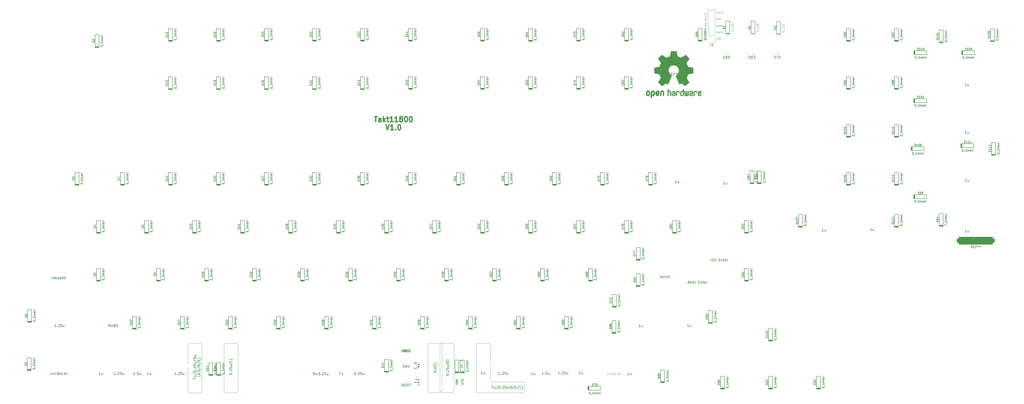
<source format=gto>
G04 #@! TF.GenerationSoftware,KiCad,Pcbnew,9.0.0*
G04 #@! TF.CreationDate,2025-04-22T01:26:23+02:00*
G04 #@! TF.ProjectId,takt11800,74616b74-3131-4383-9030-2e6b69636164,1.0.0*
G04 #@! TF.SameCoordinates,Original*
G04 #@! TF.FileFunction,Legend,Top*
G04 #@! TF.FilePolarity,Positive*
%FSLAX46Y46*%
G04 Gerber Fmt 4.6, Leading zero omitted, Abs format (unit mm)*
G04 Created by KiCad (PCBNEW 9.0.0) date 2025-04-22 01:26:23*
%MOMM*%
%LPD*%
G01*
G04 APERTURE LIST*
G04 Aperture macros list*
%AMRoundRect*
0 Rectangle with rounded corners*
0 $1 Rounding radius*
0 $2 $3 $4 $5 $6 $7 $8 $9 X,Y pos of 4 corners*
0 Add a 4 corners polygon primitive as box body*
4,1,4,$2,$3,$4,$5,$6,$7,$8,$9,$2,$3,0*
0 Add four circle primitives for the rounded corners*
1,1,$1+$1,$2,$3*
1,1,$1+$1,$4,$5*
1,1,$1+$1,$6,$7*
1,1,$1+$1,$8,$9*
0 Add four rect primitives between the rounded corners*
20,1,$1+$1,$2,$3,$4,$5,0*
20,1,$1+$1,$4,$5,$6,$7,0*
20,1,$1+$1,$6,$7,$8,$9,0*
20,1,$1+$1,$8,$9,$2,$3,0*%
G04 Aperture macros list end*
%ADD10C,0.120000*%
%ADD11C,0.100000*%
%ADD12C,0.150000*%
%ADD13C,0.125000*%
%ADD14C,0.080000*%
%ADD15C,0.500000*%
%ADD16C,0.050000*%
%ADD17C,0.010000*%
%ADD18R,1.600000X1.600000*%
%ADD19C,1.600000*%
%ADD20C,0.000000*%
%ADD21C,0.250000*%
%ADD22C,0.300000*%
%ADD23C,1.750000*%
%ADD24C,3.987800*%
%ADD25R,1.200000X1.600000*%
%ADD26C,3.048000*%
%ADD27R,1.600000X1.200000*%
%ADD28R,1.800000X1.800000*%
%ADD29C,1.800000*%
%ADD30C,1.524000*%
%ADD31R,1.700000X1.000000*%
%ADD32R,1.700000X1.700000*%
%ADD33O,1.700000X1.700000*%
%ADD34RoundRect,0.135000X-0.185000X0.135000X-0.185000X-0.135000X0.185000X-0.135000X0.185000X0.135000X0*%
%ADD35RoundRect,0.140000X-0.170000X0.140000X-0.170000X-0.140000X0.170000X-0.140000X0.170000X0.140000X0*%
%ADD36RoundRect,0.750000X6.750000X0.750000X-6.750000X0.750000X-6.750000X-0.750000X6.750000X-0.750000X0*%
%ADD37O,12.000000X12.000000*%
%ADD38C,13.000000*%
%ADD39C,14.000000*%
%ADD40C,0.650000*%
%ADD41O,1.600000X1.000000*%
%ADD42O,2.100000X1.000000*%
%ADD43R,1.350000X1.350000*%
%ADD44O,1.350000X1.350000*%
G04 APERTURE END LIST*
D10*
X297300000Y-89150000D02*
X297300000Y-88750000D01*
X297100000Y-88950000D02*
X297500000Y-88950000D01*
X317550000Y-89000000D02*
X317550000Y-88600000D01*
X317350000Y-88800000D02*
X317750000Y-88800000D01*
X315050000Y-88825000D02*
X315450000Y-88825000D01*
D11*
X183043274Y-204013613D02*
G75*
G02*
X183943287Y-204913613I23826J-876187D01*
G01*
D10*
X307375000Y-89150000D02*
X307375000Y-88750000D01*
D11*
X203990500Y-219330000D02*
X215866887Y-219313613D01*
X83115919Y-222803194D02*
X83112306Y-205003194D01*
D10*
X294750000Y-89025000D02*
X295150000Y-89025000D01*
D11*
X87772306Y-223679581D02*
X84002306Y-223689581D01*
X97448653Y-204963374D02*
G75*
G02*
X98348654Y-204063352I876147J23874D01*
G01*
X183046887Y-223596387D02*
X179276887Y-223606387D01*
X216760500Y-222740000D02*
G75*
G02*
X215860500Y-223640000I-876100J-23900D01*
G01*
D10*
X304800000Y-88975000D02*
X305200000Y-88975000D01*
D11*
X88658693Y-222779581D02*
X88668693Y-204996807D01*
X203990500Y-219330000D02*
G75*
G02*
X203090500Y-218430000I-23900J876100D01*
G01*
X216766887Y-220213613D02*
X216760500Y-222740000D01*
X198406887Y-204053613D02*
X202163274Y-204047226D01*
X102995040Y-222739761D02*
X103005040Y-204956987D01*
X88658693Y-222779581D02*
G75*
G02*
X87758695Y-223679491I-876093J-23819D01*
G01*
X98348653Y-204063374D02*
X102105040Y-204056987D01*
X84012306Y-204103194D02*
X87768693Y-204096807D01*
X179290500Y-223606387D02*
G75*
G02*
X178390411Y-222706385I-23900J876187D01*
G01*
X98352266Y-223649761D02*
G75*
G02*
X97452238Y-222749760I-23866J876161D01*
G01*
X183162013Y-222683613D02*
X183158400Y-204883613D01*
X188704787Y-222660000D02*
G75*
G02*
X187804785Y-223560089I-876187J-23900D01*
G01*
X178390500Y-222720000D02*
X178386887Y-204920000D01*
X215866887Y-219313613D02*
G75*
G02*
X216766887Y-220213613I23813J-876187D01*
G01*
X197506887Y-204953613D02*
G75*
G02*
X198406888Y-204053586I876213J23813D01*
G01*
X188704787Y-222660000D02*
X188714787Y-204877226D01*
X215860500Y-223640000D02*
X198396887Y-223640000D01*
X187818400Y-223560000D02*
X184048400Y-223570000D01*
X84015919Y-223689581D02*
G75*
G02*
X83115919Y-222789581I-23819J876181D01*
G01*
D10*
X307175000Y-88950000D02*
X307575000Y-88950000D01*
D11*
X97452266Y-222763374D02*
X97448653Y-204963374D01*
X184058400Y-203983613D02*
X187814787Y-203977226D01*
X198410500Y-223640000D02*
G75*
G02*
X197510500Y-222740000I-23900J876100D01*
G01*
X178386887Y-204920000D02*
G75*
G02*
X179286887Y-204019987I876113J23900D01*
G01*
X183158400Y-204883613D02*
G75*
G02*
X184058398Y-203983702I876100J23813D01*
G01*
X202163274Y-204047226D02*
G75*
G02*
X203063274Y-204947226I23826J-876174D01*
G01*
X102108653Y-223639761D02*
X98338653Y-223649761D01*
X184062013Y-223570000D02*
G75*
G02*
X183162102Y-222670002I-23813J876100D01*
G01*
X87768693Y-204096807D02*
G75*
G02*
X88668693Y-204996807I23807J-876193D01*
G01*
X179286887Y-204020000D02*
X183043274Y-204013613D01*
X83112306Y-205003194D02*
G75*
G02*
X84012306Y-204103206I876094J23894D01*
G01*
X183933274Y-222696387D02*
G75*
G02*
X183033274Y-223596374I-876174J-23813D01*
G01*
X183933274Y-222696387D02*
X183943274Y-204913613D01*
X197510500Y-222753613D02*
X197506887Y-204953613D01*
X187814787Y-203977226D02*
G75*
G02*
X188714774Y-204877226I23813J-876174D01*
G01*
X102995040Y-222739761D02*
G75*
G02*
X102095041Y-223639739I-876140J-23839D01*
G01*
X203090500Y-218430000D02*
X203063274Y-204947226D01*
X102105040Y-204056987D02*
G75*
G02*
X103005012Y-204956986I23860J-876113D01*
G01*
D12*
X33568333Y-216396033D02*
X33168333Y-216396033D01*
X33368333Y-216396033D02*
X33368333Y-215696033D01*
X33368333Y-215696033D02*
X33301666Y-215796033D01*
X33301666Y-215796033D02*
X33235000Y-215862700D01*
X33235000Y-215862700D02*
X33168333Y-215896033D01*
X33868333Y-216329366D02*
X33901667Y-216362700D01*
X33901667Y-216362700D02*
X33868333Y-216396033D01*
X33868333Y-216396033D02*
X33835000Y-216362700D01*
X33835000Y-216362700D02*
X33868333Y-216329366D01*
X33868333Y-216329366D02*
X33868333Y-216396033D01*
X34535000Y-215696033D02*
X34201666Y-215696033D01*
X34201666Y-215696033D02*
X34168333Y-216029366D01*
X34168333Y-216029366D02*
X34201666Y-215996033D01*
X34201666Y-215996033D02*
X34268333Y-215962700D01*
X34268333Y-215962700D02*
X34435000Y-215962700D01*
X34435000Y-215962700D02*
X34501666Y-215996033D01*
X34501666Y-215996033D02*
X34535000Y-216029366D01*
X34535000Y-216029366D02*
X34568333Y-216096033D01*
X34568333Y-216096033D02*
X34568333Y-216262700D01*
X34568333Y-216262700D02*
X34535000Y-216329366D01*
X34535000Y-216329366D02*
X34501666Y-216362700D01*
X34501666Y-216362700D02*
X34435000Y-216396033D01*
X34435000Y-216396033D02*
X34268333Y-216396033D01*
X34268333Y-216396033D02*
X34201666Y-216362700D01*
X34201666Y-216362700D02*
X34168333Y-216329366D01*
X35168333Y-215929366D02*
X35168333Y-216396033D01*
X34868333Y-215929366D02*
X34868333Y-216296033D01*
X34868333Y-216296033D02*
X34901667Y-216362700D01*
X34901667Y-216362700D02*
X34968333Y-216396033D01*
X34968333Y-216396033D02*
X35068333Y-216396033D01*
X35068333Y-216396033D02*
X35135000Y-216362700D01*
X35135000Y-216362700D02*
X35168333Y-216329366D01*
X62119047Y-216554819D02*
X61547619Y-216554819D01*
X61833333Y-216554819D02*
X61833333Y-215554819D01*
X61833333Y-215554819D02*
X61738095Y-215697676D01*
X61738095Y-215697676D02*
X61642857Y-215792914D01*
X61642857Y-215792914D02*
X61547619Y-215840533D01*
X62547619Y-216459580D02*
X62595238Y-216507200D01*
X62595238Y-216507200D02*
X62547619Y-216554819D01*
X62547619Y-216554819D02*
X62500000Y-216507200D01*
X62500000Y-216507200D02*
X62547619Y-216459580D01*
X62547619Y-216459580D02*
X62547619Y-216554819D01*
X63499999Y-215554819D02*
X63023809Y-215554819D01*
X63023809Y-215554819D02*
X62976190Y-216031009D01*
X62976190Y-216031009D02*
X63023809Y-215983390D01*
X63023809Y-215983390D02*
X63119047Y-215935771D01*
X63119047Y-215935771D02*
X63357142Y-215935771D01*
X63357142Y-215935771D02*
X63452380Y-215983390D01*
X63452380Y-215983390D02*
X63499999Y-216031009D01*
X63499999Y-216031009D02*
X63547618Y-216126247D01*
X63547618Y-216126247D02*
X63547618Y-216364342D01*
X63547618Y-216364342D02*
X63499999Y-216459580D01*
X63499999Y-216459580D02*
X63452380Y-216507200D01*
X63452380Y-216507200D02*
X63357142Y-216554819D01*
X63357142Y-216554819D02*
X63119047Y-216554819D01*
X63119047Y-216554819D02*
X63023809Y-216507200D01*
X63023809Y-216507200D02*
X62976190Y-216459580D01*
X64404761Y-215888152D02*
X64404761Y-216554819D01*
X63976190Y-215888152D02*
X63976190Y-216411961D01*
X63976190Y-216411961D02*
X64023809Y-216507200D01*
X64023809Y-216507200D02*
X64119047Y-216554819D01*
X64119047Y-216554819D02*
X64261904Y-216554819D01*
X64261904Y-216554819D02*
X64357142Y-216507200D01*
X64357142Y-216507200D02*
X64404761Y-216459580D01*
X143089286Y-215604819D02*
X143755952Y-215604819D01*
X143755952Y-215604819D02*
X143327381Y-216604819D01*
X144565476Y-215938152D02*
X144565476Y-216604819D01*
X144136905Y-215938152D02*
X144136905Y-216461961D01*
X144136905Y-216461961D02*
X144184524Y-216557200D01*
X144184524Y-216557200D02*
X144279762Y-216604819D01*
X144279762Y-216604819D02*
X144422619Y-216604819D01*
X144422619Y-216604819D02*
X144517857Y-216557200D01*
X144517857Y-216557200D02*
X144565476Y-216509580D01*
X207017857Y-216404819D02*
X206446429Y-216404819D01*
X206732143Y-216404819D02*
X206732143Y-215404819D01*
X206732143Y-215404819D02*
X206636905Y-215547676D01*
X206636905Y-215547676D02*
X206541667Y-215642914D01*
X206541667Y-215642914D02*
X206446429Y-215690533D01*
X207446429Y-216309580D02*
X207494048Y-216357200D01*
X207494048Y-216357200D02*
X207446429Y-216404819D01*
X207446429Y-216404819D02*
X207398810Y-216357200D01*
X207398810Y-216357200D02*
X207446429Y-216309580D01*
X207446429Y-216309580D02*
X207446429Y-216404819D01*
X207875000Y-215500057D02*
X207922619Y-215452438D01*
X207922619Y-215452438D02*
X208017857Y-215404819D01*
X208017857Y-215404819D02*
X208255952Y-215404819D01*
X208255952Y-215404819D02*
X208351190Y-215452438D01*
X208351190Y-215452438D02*
X208398809Y-215500057D01*
X208398809Y-215500057D02*
X208446428Y-215595295D01*
X208446428Y-215595295D02*
X208446428Y-215690533D01*
X208446428Y-215690533D02*
X208398809Y-215833390D01*
X208398809Y-215833390D02*
X207827381Y-216404819D01*
X207827381Y-216404819D02*
X208446428Y-216404819D01*
X209351190Y-215404819D02*
X208875000Y-215404819D01*
X208875000Y-215404819D02*
X208827381Y-215881009D01*
X208827381Y-215881009D02*
X208875000Y-215833390D01*
X208875000Y-215833390D02*
X208970238Y-215785771D01*
X208970238Y-215785771D02*
X209208333Y-215785771D01*
X209208333Y-215785771D02*
X209303571Y-215833390D01*
X209303571Y-215833390D02*
X209351190Y-215881009D01*
X209351190Y-215881009D02*
X209398809Y-215976247D01*
X209398809Y-215976247D02*
X209398809Y-216214342D01*
X209398809Y-216214342D02*
X209351190Y-216309580D01*
X209351190Y-216309580D02*
X209303571Y-216357200D01*
X209303571Y-216357200D02*
X209208333Y-216404819D01*
X209208333Y-216404819D02*
X208970238Y-216404819D01*
X208970238Y-216404819D02*
X208875000Y-216357200D01*
X208875000Y-216357200D02*
X208827381Y-216309580D01*
X210255952Y-215738152D02*
X210255952Y-216404819D01*
X209827381Y-215738152D02*
X209827381Y-216261961D01*
X209827381Y-216261961D02*
X209875000Y-216357200D01*
X209875000Y-216357200D02*
X209970238Y-216404819D01*
X209970238Y-216404819D02*
X210113095Y-216404819D01*
X210113095Y-216404819D02*
X210208333Y-216357200D01*
X210208333Y-216357200D02*
X210255952Y-216309580D01*
X224244047Y-216404819D02*
X223672619Y-216404819D01*
X223958333Y-216404819D02*
X223958333Y-215404819D01*
X223958333Y-215404819D02*
X223863095Y-215547676D01*
X223863095Y-215547676D02*
X223767857Y-215642914D01*
X223767857Y-215642914D02*
X223672619Y-215690533D01*
X224672619Y-216309580D02*
X224720238Y-216357200D01*
X224720238Y-216357200D02*
X224672619Y-216404819D01*
X224672619Y-216404819D02*
X224625000Y-216357200D01*
X224625000Y-216357200D02*
X224672619Y-216309580D01*
X224672619Y-216309580D02*
X224672619Y-216404819D01*
X225624999Y-215404819D02*
X225148809Y-215404819D01*
X225148809Y-215404819D02*
X225101190Y-215881009D01*
X225101190Y-215881009D02*
X225148809Y-215833390D01*
X225148809Y-215833390D02*
X225244047Y-215785771D01*
X225244047Y-215785771D02*
X225482142Y-215785771D01*
X225482142Y-215785771D02*
X225577380Y-215833390D01*
X225577380Y-215833390D02*
X225624999Y-215881009D01*
X225624999Y-215881009D02*
X225672618Y-215976247D01*
X225672618Y-215976247D02*
X225672618Y-216214342D01*
X225672618Y-216214342D02*
X225624999Y-216309580D01*
X225624999Y-216309580D02*
X225577380Y-216357200D01*
X225577380Y-216357200D02*
X225482142Y-216404819D01*
X225482142Y-216404819D02*
X225244047Y-216404819D01*
X225244047Y-216404819D02*
X225148809Y-216357200D01*
X225148809Y-216357200D02*
X225101190Y-216309580D01*
X226529761Y-215738152D02*
X226529761Y-216404819D01*
X226101190Y-215738152D02*
X226101190Y-216261961D01*
X226101190Y-216261961D02*
X226148809Y-216357200D01*
X226148809Y-216357200D02*
X226244047Y-216404819D01*
X226244047Y-216404819D02*
X226386904Y-216404819D01*
X226386904Y-216404819D02*
X226482142Y-216357200D01*
X226482142Y-216357200D02*
X226529761Y-216309580D01*
X78392857Y-216504819D02*
X77821429Y-216504819D01*
X78107143Y-216504819D02*
X78107143Y-215504819D01*
X78107143Y-215504819D02*
X78011905Y-215647676D01*
X78011905Y-215647676D02*
X77916667Y-215742914D01*
X77916667Y-215742914D02*
X77821429Y-215790533D01*
X78821429Y-216409580D02*
X78869048Y-216457200D01*
X78869048Y-216457200D02*
X78821429Y-216504819D01*
X78821429Y-216504819D02*
X78773810Y-216457200D01*
X78773810Y-216457200D02*
X78821429Y-216409580D01*
X78821429Y-216409580D02*
X78821429Y-216504819D01*
X79250000Y-215600057D02*
X79297619Y-215552438D01*
X79297619Y-215552438D02*
X79392857Y-215504819D01*
X79392857Y-215504819D02*
X79630952Y-215504819D01*
X79630952Y-215504819D02*
X79726190Y-215552438D01*
X79726190Y-215552438D02*
X79773809Y-215600057D01*
X79773809Y-215600057D02*
X79821428Y-215695295D01*
X79821428Y-215695295D02*
X79821428Y-215790533D01*
X79821428Y-215790533D02*
X79773809Y-215933390D01*
X79773809Y-215933390D02*
X79202381Y-216504819D01*
X79202381Y-216504819D02*
X79821428Y-216504819D01*
X80726190Y-215504819D02*
X80250000Y-215504819D01*
X80250000Y-215504819D02*
X80202381Y-215981009D01*
X80202381Y-215981009D02*
X80250000Y-215933390D01*
X80250000Y-215933390D02*
X80345238Y-215885771D01*
X80345238Y-215885771D02*
X80583333Y-215885771D01*
X80583333Y-215885771D02*
X80678571Y-215933390D01*
X80678571Y-215933390D02*
X80726190Y-215981009D01*
X80726190Y-215981009D02*
X80773809Y-216076247D01*
X80773809Y-216076247D02*
X80773809Y-216314342D01*
X80773809Y-216314342D02*
X80726190Y-216409580D01*
X80726190Y-216409580D02*
X80678571Y-216457200D01*
X80678571Y-216457200D02*
X80583333Y-216504819D01*
X80583333Y-216504819D02*
X80345238Y-216504819D01*
X80345238Y-216504819D02*
X80250000Y-216457200D01*
X80250000Y-216457200D02*
X80202381Y-216409580D01*
X81630952Y-215838152D02*
X81630952Y-216504819D01*
X81202381Y-215838152D02*
X81202381Y-216361961D01*
X81202381Y-216361961D02*
X81250000Y-216457200D01*
X81250000Y-216457200D02*
X81345238Y-216504819D01*
X81345238Y-216504819D02*
X81488095Y-216504819D01*
X81488095Y-216504819D02*
X81583333Y-216457200D01*
X81583333Y-216457200D02*
X81630952Y-216409580D01*
X149672619Y-215529819D02*
X149482143Y-215529819D01*
X149482143Y-215529819D02*
X149386905Y-215577438D01*
X149386905Y-215577438D02*
X149339286Y-215625057D01*
X149339286Y-215625057D02*
X149244048Y-215767914D01*
X149244048Y-215767914D02*
X149196429Y-215958390D01*
X149196429Y-215958390D02*
X149196429Y-216339342D01*
X149196429Y-216339342D02*
X149244048Y-216434580D01*
X149244048Y-216434580D02*
X149291667Y-216482200D01*
X149291667Y-216482200D02*
X149386905Y-216529819D01*
X149386905Y-216529819D02*
X149577381Y-216529819D01*
X149577381Y-216529819D02*
X149672619Y-216482200D01*
X149672619Y-216482200D02*
X149720238Y-216434580D01*
X149720238Y-216434580D02*
X149767857Y-216339342D01*
X149767857Y-216339342D02*
X149767857Y-216101247D01*
X149767857Y-216101247D02*
X149720238Y-216006009D01*
X149720238Y-216006009D02*
X149672619Y-215958390D01*
X149672619Y-215958390D02*
X149577381Y-215910771D01*
X149577381Y-215910771D02*
X149386905Y-215910771D01*
X149386905Y-215910771D02*
X149291667Y-215958390D01*
X149291667Y-215958390D02*
X149244048Y-216006009D01*
X149244048Y-216006009D02*
X149196429Y-216101247D01*
X150196429Y-216434580D02*
X150244048Y-216482200D01*
X150244048Y-216482200D02*
X150196429Y-216529819D01*
X150196429Y-216529819D02*
X150148810Y-216482200D01*
X150148810Y-216482200D02*
X150196429Y-216434580D01*
X150196429Y-216434580D02*
X150196429Y-216529819D01*
X150625000Y-215625057D02*
X150672619Y-215577438D01*
X150672619Y-215577438D02*
X150767857Y-215529819D01*
X150767857Y-215529819D02*
X151005952Y-215529819D01*
X151005952Y-215529819D02*
X151101190Y-215577438D01*
X151101190Y-215577438D02*
X151148809Y-215625057D01*
X151148809Y-215625057D02*
X151196428Y-215720295D01*
X151196428Y-215720295D02*
X151196428Y-215815533D01*
X151196428Y-215815533D02*
X151148809Y-215958390D01*
X151148809Y-215958390D02*
X150577381Y-216529819D01*
X150577381Y-216529819D02*
X151196428Y-216529819D01*
X152101190Y-215529819D02*
X151625000Y-215529819D01*
X151625000Y-215529819D02*
X151577381Y-216006009D01*
X151577381Y-216006009D02*
X151625000Y-215958390D01*
X151625000Y-215958390D02*
X151720238Y-215910771D01*
X151720238Y-215910771D02*
X151958333Y-215910771D01*
X151958333Y-215910771D02*
X152053571Y-215958390D01*
X152053571Y-215958390D02*
X152101190Y-216006009D01*
X152101190Y-216006009D02*
X152148809Y-216101247D01*
X152148809Y-216101247D02*
X152148809Y-216339342D01*
X152148809Y-216339342D02*
X152101190Y-216434580D01*
X152101190Y-216434580D02*
X152053571Y-216482200D01*
X152053571Y-216482200D02*
X151958333Y-216529819D01*
X151958333Y-216529819D02*
X151720238Y-216529819D01*
X151720238Y-216529819D02*
X151625000Y-216482200D01*
X151625000Y-216482200D02*
X151577381Y-216434580D01*
X153005952Y-215863152D02*
X153005952Y-216529819D01*
X152577381Y-215863152D02*
X152577381Y-216386961D01*
X152577381Y-216386961D02*
X152625000Y-216482200D01*
X152625000Y-216482200D02*
X152720238Y-216529819D01*
X152720238Y-216529819D02*
X152863095Y-216529819D01*
X152863095Y-216529819D02*
X152958333Y-216482200D01*
X152958333Y-216482200D02*
X153005952Y-216434580D01*
X262633333Y-197554819D02*
X262061905Y-197554819D01*
X262347619Y-197554819D02*
X262347619Y-196554819D01*
X262347619Y-196554819D02*
X262252381Y-196697676D01*
X262252381Y-196697676D02*
X262157143Y-196792914D01*
X262157143Y-196792914D02*
X262061905Y-196840533D01*
X263490476Y-196888152D02*
X263490476Y-197554819D01*
X263061905Y-196888152D02*
X263061905Y-197411961D01*
X263061905Y-197411961D02*
X263109524Y-197507200D01*
X263109524Y-197507200D02*
X263204762Y-197554819D01*
X263204762Y-197554819D02*
X263347619Y-197554819D01*
X263347619Y-197554819D02*
X263442857Y-197507200D01*
X263442857Y-197507200D02*
X263490476Y-197459580D01*
X29185714Y-178407200D02*
X29280952Y-178454819D01*
X29280952Y-178454819D02*
X29471428Y-178454819D01*
X29471428Y-178454819D02*
X29566666Y-178407200D01*
X29566666Y-178407200D02*
X29614285Y-178311961D01*
X29614285Y-178311961D02*
X29614285Y-178264342D01*
X29614285Y-178264342D02*
X29566666Y-178169104D01*
X29566666Y-178169104D02*
X29471428Y-178121485D01*
X29471428Y-178121485D02*
X29328571Y-178121485D01*
X29328571Y-178121485D02*
X29233333Y-178073866D01*
X29233333Y-178073866D02*
X29185714Y-177978628D01*
X29185714Y-177978628D02*
X29185714Y-177931009D01*
X29185714Y-177931009D02*
X29233333Y-177835771D01*
X29233333Y-177835771D02*
X29328571Y-177788152D01*
X29328571Y-177788152D02*
X29471428Y-177788152D01*
X29471428Y-177788152D02*
X29566666Y-177835771D01*
X29900000Y-177788152D02*
X30280952Y-177788152D01*
X30042857Y-177454819D02*
X30042857Y-178311961D01*
X30042857Y-178311961D02*
X30090476Y-178407200D01*
X30090476Y-178407200D02*
X30185714Y-178454819D01*
X30185714Y-178454819D02*
X30280952Y-178454819D01*
X30995238Y-178407200D02*
X30900000Y-178454819D01*
X30900000Y-178454819D02*
X30709524Y-178454819D01*
X30709524Y-178454819D02*
X30614286Y-178407200D01*
X30614286Y-178407200D02*
X30566667Y-178311961D01*
X30566667Y-178311961D02*
X30566667Y-177931009D01*
X30566667Y-177931009D02*
X30614286Y-177835771D01*
X30614286Y-177835771D02*
X30709524Y-177788152D01*
X30709524Y-177788152D02*
X30900000Y-177788152D01*
X30900000Y-177788152D02*
X30995238Y-177835771D01*
X30995238Y-177835771D02*
X31042857Y-177931009D01*
X31042857Y-177931009D02*
X31042857Y-178026247D01*
X31042857Y-178026247D02*
X30566667Y-178121485D01*
X31471429Y-177788152D02*
X31471429Y-178788152D01*
X31471429Y-177835771D02*
X31566667Y-177788152D01*
X31566667Y-177788152D02*
X31757143Y-177788152D01*
X31757143Y-177788152D02*
X31852381Y-177835771D01*
X31852381Y-177835771D02*
X31900000Y-177883390D01*
X31900000Y-177883390D02*
X31947619Y-177978628D01*
X31947619Y-177978628D02*
X31947619Y-178264342D01*
X31947619Y-178264342D02*
X31900000Y-178359580D01*
X31900000Y-178359580D02*
X31852381Y-178407200D01*
X31852381Y-178407200D02*
X31757143Y-178454819D01*
X31757143Y-178454819D02*
X31566667Y-178454819D01*
X31566667Y-178454819D02*
X31471429Y-178407200D01*
X32376191Y-177788152D02*
X32376191Y-178788152D01*
X32376191Y-177835771D02*
X32471429Y-177788152D01*
X32471429Y-177788152D02*
X32661905Y-177788152D01*
X32661905Y-177788152D02*
X32757143Y-177835771D01*
X32757143Y-177835771D02*
X32804762Y-177883390D01*
X32804762Y-177883390D02*
X32852381Y-177978628D01*
X32852381Y-177978628D02*
X32852381Y-178264342D01*
X32852381Y-178264342D02*
X32804762Y-178359580D01*
X32804762Y-178359580D02*
X32757143Y-178407200D01*
X32757143Y-178407200D02*
X32661905Y-178454819D01*
X32661905Y-178454819D02*
X32471429Y-178454819D01*
X32471429Y-178454819D02*
X32376191Y-178407200D01*
X33661905Y-178407200D02*
X33566667Y-178454819D01*
X33566667Y-178454819D02*
X33376191Y-178454819D01*
X33376191Y-178454819D02*
X33280953Y-178407200D01*
X33280953Y-178407200D02*
X33233334Y-178311961D01*
X33233334Y-178311961D02*
X33233334Y-177931009D01*
X33233334Y-177931009D02*
X33280953Y-177835771D01*
X33280953Y-177835771D02*
X33376191Y-177788152D01*
X33376191Y-177788152D02*
X33566667Y-177788152D01*
X33566667Y-177788152D02*
X33661905Y-177835771D01*
X33661905Y-177835771D02*
X33709524Y-177931009D01*
X33709524Y-177931009D02*
X33709524Y-178026247D01*
X33709524Y-178026247D02*
X33233334Y-178121485D01*
X34566667Y-178454819D02*
X34566667Y-177454819D01*
X34566667Y-178407200D02*
X34471429Y-178454819D01*
X34471429Y-178454819D02*
X34280953Y-178454819D01*
X34280953Y-178454819D02*
X34185715Y-178407200D01*
X34185715Y-178407200D02*
X34138096Y-178359580D01*
X34138096Y-178359580D02*
X34090477Y-178264342D01*
X34090477Y-178264342D02*
X34090477Y-177978628D01*
X34090477Y-177978628D02*
X34138096Y-177883390D01*
X34138096Y-177883390D02*
X34185715Y-177835771D01*
X34185715Y-177835771D02*
X34280953Y-177788152D01*
X34280953Y-177788152D02*
X34471429Y-177788152D01*
X34471429Y-177788152D02*
X34566667Y-177835771D01*
X296183333Y-140879819D02*
X295611905Y-140879819D01*
X295897619Y-140879819D02*
X295897619Y-139879819D01*
X295897619Y-139879819D02*
X295802381Y-140022676D01*
X295802381Y-140022676D02*
X295707143Y-140117914D01*
X295707143Y-140117914D02*
X295611905Y-140165533D01*
X297040476Y-140213152D02*
X297040476Y-140879819D01*
X296611905Y-140213152D02*
X296611905Y-140736961D01*
X296611905Y-140736961D02*
X296659524Y-140832200D01*
X296659524Y-140832200D02*
X296754762Y-140879819D01*
X296754762Y-140879819D02*
X296897619Y-140879819D01*
X296897619Y-140879819D02*
X296992857Y-140832200D01*
X296992857Y-140832200D02*
X297040476Y-140784580D01*
X29008333Y-216416033D02*
X28608333Y-216416033D01*
X28808333Y-216416033D02*
X28808333Y-215716033D01*
X28808333Y-215716033D02*
X28741666Y-215816033D01*
X28741666Y-215816033D02*
X28675000Y-215882700D01*
X28675000Y-215882700D02*
X28608333Y-215916033D01*
X29608333Y-215949366D02*
X29608333Y-216416033D01*
X29308333Y-215949366D02*
X29308333Y-216316033D01*
X29308333Y-216316033D02*
X29341667Y-216382700D01*
X29341667Y-216382700D02*
X29408333Y-216416033D01*
X29408333Y-216416033D02*
X29508333Y-216416033D01*
X29508333Y-216416033D02*
X29575000Y-216382700D01*
X29575000Y-216382700D02*
X29608333Y-216349366D01*
X30555000Y-216396033D02*
X30155000Y-216396033D01*
X30355000Y-216396033D02*
X30355000Y-215696033D01*
X30355000Y-215696033D02*
X30288333Y-215796033D01*
X30288333Y-215796033D02*
X30221667Y-215862700D01*
X30221667Y-215862700D02*
X30155000Y-215896033D01*
X30855000Y-216329366D02*
X30888334Y-216362700D01*
X30888334Y-216362700D02*
X30855000Y-216396033D01*
X30855000Y-216396033D02*
X30821667Y-216362700D01*
X30821667Y-216362700D02*
X30855000Y-216329366D01*
X30855000Y-216329366D02*
X30855000Y-216396033D01*
X31155000Y-215762700D02*
X31188333Y-215729366D01*
X31188333Y-215729366D02*
X31255000Y-215696033D01*
X31255000Y-215696033D02*
X31421667Y-215696033D01*
X31421667Y-215696033D02*
X31488333Y-215729366D01*
X31488333Y-215729366D02*
X31521667Y-215762700D01*
X31521667Y-215762700D02*
X31555000Y-215829366D01*
X31555000Y-215829366D02*
X31555000Y-215896033D01*
X31555000Y-215896033D02*
X31521667Y-215996033D01*
X31521667Y-215996033D02*
X31121667Y-216396033D01*
X31121667Y-216396033D02*
X31555000Y-216396033D01*
X32188334Y-215696033D02*
X31855000Y-215696033D01*
X31855000Y-215696033D02*
X31821667Y-216029366D01*
X31821667Y-216029366D02*
X31855000Y-215996033D01*
X31855000Y-215996033D02*
X31921667Y-215962700D01*
X31921667Y-215962700D02*
X32088334Y-215962700D01*
X32088334Y-215962700D02*
X32155000Y-215996033D01*
X32155000Y-215996033D02*
X32188334Y-216029366D01*
X32188334Y-216029366D02*
X32221667Y-216096033D01*
X32221667Y-216096033D02*
X32221667Y-216262700D01*
X32221667Y-216262700D02*
X32188334Y-216329366D01*
X32188334Y-216329366D02*
X32155000Y-216362700D01*
X32155000Y-216362700D02*
X32088334Y-216396033D01*
X32088334Y-216396033D02*
X31921667Y-216396033D01*
X31921667Y-216396033D02*
X31855000Y-216362700D01*
X31855000Y-216362700D02*
X31821667Y-216329366D01*
X32821667Y-215929366D02*
X32821667Y-216396033D01*
X32521667Y-215929366D02*
X32521667Y-216296033D01*
X32521667Y-216296033D02*
X32555001Y-216362700D01*
X32555001Y-216362700D02*
X32621667Y-216396033D01*
X32621667Y-216396033D02*
X32721667Y-216396033D01*
X32721667Y-216396033D02*
X32788334Y-216362700D01*
X32788334Y-216362700D02*
X32821667Y-216329366D01*
X48358333Y-216529819D02*
X47786905Y-216529819D01*
X48072619Y-216529819D02*
X48072619Y-215529819D01*
X48072619Y-215529819D02*
X47977381Y-215672676D01*
X47977381Y-215672676D02*
X47882143Y-215767914D01*
X47882143Y-215767914D02*
X47786905Y-215815533D01*
X49215476Y-215863152D02*
X49215476Y-216529819D01*
X48786905Y-215863152D02*
X48786905Y-216386961D01*
X48786905Y-216386961D02*
X48834524Y-216482200D01*
X48834524Y-216482200D02*
X48929762Y-216529819D01*
X48929762Y-216529819D02*
X49072619Y-216529819D01*
X49072619Y-216529819D02*
X49167857Y-216482200D01*
X49167857Y-216482200D02*
X49215476Y-216434580D01*
X238908333Y-216229819D02*
X238336905Y-216229819D01*
X238622619Y-216229819D02*
X238622619Y-215229819D01*
X238622619Y-215229819D02*
X238527381Y-215372676D01*
X238527381Y-215372676D02*
X238432143Y-215467914D01*
X238432143Y-215467914D02*
X238336905Y-215515533D01*
X239765476Y-215563152D02*
X239765476Y-216229819D01*
X239336905Y-215563152D02*
X239336905Y-216086961D01*
X239336905Y-216086961D02*
X239384524Y-216182200D01*
X239384524Y-216182200D02*
X239479762Y-216229819D01*
X239479762Y-216229819D02*
X239622619Y-216229819D01*
X239622619Y-216229819D02*
X239717857Y-216182200D01*
X239717857Y-216182200D02*
X239765476Y-216134580D01*
X203554786Y-220954819D02*
X204221452Y-220954819D01*
X204221452Y-220954819D02*
X203792881Y-221954819D01*
X205030976Y-221288152D02*
X205030976Y-221954819D01*
X204602405Y-221288152D02*
X204602405Y-221811961D01*
X204602405Y-221811961D02*
X204650024Y-221907200D01*
X204650024Y-221907200D02*
X204745262Y-221954819D01*
X204745262Y-221954819D02*
X204888119Y-221954819D01*
X204888119Y-221954819D02*
X204983357Y-221907200D01*
X204983357Y-221907200D02*
X205030976Y-221859580D01*
X206221452Y-220907200D02*
X205364310Y-222192914D01*
X206983357Y-220954819D02*
X206792881Y-220954819D01*
X206792881Y-220954819D02*
X206697643Y-221002438D01*
X206697643Y-221002438D02*
X206650024Y-221050057D01*
X206650024Y-221050057D02*
X206554786Y-221192914D01*
X206554786Y-221192914D02*
X206507167Y-221383390D01*
X206507167Y-221383390D02*
X206507167Y-221764342D01*
X206507167Y-221764342D02*
X206554786Y-221859580D01*
X206554786Y-221859580D02*
X206602405Y-221907200D01*
X206602405Y-221907200D02*
X206697643Y-221954819D01*
X206697643Y-221954819D02*
X206888119Y-221954819D01*
X206888119Y-221954819D02*
X206983357Y-221907200D01*
X206983357Y-221907200D02*
X207030976Y-221859580D01*
X207030976Y-221859580D02*
X207078595Y-221764342D01*
X207078595Y-221764342D02*
X207078595Y-221526247D01*
X207078595Y-221526247D02*
X207030976Y-221431009D01*
X207030976Y-221431009D02*
X206983357Y-221383390D01*
X206983357Y-221383390D02*
X206888119Y-221335771D01*
X206888119Y-221335771D02*
X206697643Y-221335771D01*
X206697643Y-221335771D02*
X206602405Y-221383390D01*
X206602405Y-221383390D02*
X206554786Y-221431009D01*
X206554786Y-221431009D02*
X206507167Y-221526247D01*
X207507167Y-221859580D02*
X207554786Y-221907200D01*
X207554786Y-221907200D02*
X207507167Y-221954819D01*
X207507167Y-221954819D02*
X207459548Y-221907200D01*
X207459548Y-221907200D02*
X207507167Y-221859580D01*
X207507167Y-221859580D02*
X207507167Y-221954819D01*
X207935738Y-221050057D02*
X207983357Y-221002438D01*
X207983357Y-221002438D02*
X208078595Y-220954819D01*
X208078595Y-220954819D02*
X208316690Y-220954819D01*
X208316690Y-220954819D02*
X208411928Y-221002438D01*
X208411928Y-221002438D02*
X208459547Y-221050057D01*
X208459547Y-221050057D02*
X208507166Y-221145295D01*
X208507166Y-221145295D02*
X208507166Y-221240533D01*
X208507166Y-221240533D02*
X208459547Y-221383390D01*
X208459547Y-221383390D02*
X207888119Y-221954819D01*
X207888119Y-221954819D02*
X208507166Y-221954819D01*
X209411928Y-220954819D02*
X208935738Y-220954819D01*
X208935738Y-220954819D02*
X208888119Y-221431009D01*
X208888119Y-221431009D02*
X208935738Y-221383390D01*
X208935738Y-221383390D02*
X209030976Y-221335771D01*
X209030976Y-221335771D02*
X209269071Y-221335771D01*
X209269071Y-221335771D02*
X209364309Y-221383390D01*
X209364309Y-221383390D02*
X209411928Y-221431009D01*
X209411928Y-221431009D02*
X209459547Y-221526247D01*
X209459547Y-221526247D02*
X209459547Y-221764342D01*
X209459547Y-221764342D02*
X209411928Y-221859580D01*
X209411928Y-221859580D02*
X209364309Y-221907200D01*
X209364309Y-221907200D02*
X209269071Y-221954819D01*
X209269071Y-221954819D02*
X209030976Y-221954819D01*
X209030976Y-221954819D02*
X208935738Y-221907200D01*
X208935738Y-221907200D02*
X208888119Y-221859580D01*
X210316690Y-221288152D02*
X210316690Y-221954819D01*
X209888119Y-221288152D02*
X209888119Y-221811961D01*
X209888119Y-221811961D02*
X209935738Y-221907200D01*
X209935738Y-221907200D02*
X210030976Y-221954819D01*
X210030976Y-221954819D02*
X210173833Y-221954819D01*
X210173833Y-221954819D02*
X210269071Y-221907200D01*
X210269071Y-221907200D02*
X210316690Y-221859580D01*
X211078595Y-222335771D02*
X211030976Y-222288152D01*
X211030976Y-222288152D02*
X210935738Y-222145295D01*
X210935738Y-222145295D02*
X210888119Y-222050057D01*
X210888119Y-222050057D02*
X210840500Y-221907200D01*
X210840500Y-221907200D02*
X210792881Y-221669104D01*
X210792881Y-221669104D02*
X210792881Y-221478628D01*
X210792881Y-221478628D02*
X210840500Y-221240533D01*
X210840500Y-221240533D02*
X210888119Y-221097676D01*
X210888119Y-221097676D02*
X210935738Y-221002438D01*
X210935738Y-221002438D02*
X211030976Y-220859580D01*
X211030976Y-220859580D02*
X211078595Y-220811961D01*
X211411929Y-221669104D02*
X211888119Y-221669104D01*
X211316691Y-221954819D02*
X211650024Y-220954819D01*
X211650024Y-220954819D02*
X211983357Y-221954819D01*
X212364310Y-221907200D02*
X212364310Y-221954819D01*
X212364310Y-221954819D02*
X212316691Y-222050057D01*
X212316691Y-222050057D02*
X212269072Y-222097676D01*
X212792881Y-221954819D02*
X212792881Y-220954819D01*
X212792881Y-220954819D02*
X213030976Y-220954819D01*
X213030976Y-220954819D02*
X213173833Y-221002438D01*
X213173833Y-221002438D02*
X213269071Y-221097676D01*
X213269071Y-221097676D02*
X213316690Y-221192914D01*
X213316690Y-221192914D02*
X213364309Y-221383390D01*
X213364309Y-221383390D02*
X213364309Y-221526247D01*
X213364309Y-221526247D02*
X213316690Y-221716723D01*
X213316690Y-221716723D02*
X213269071Y-221811961D01*
X213269071Y-221811961D02*
X213173833Y-221907200D01*
X213173833Y-221907200D02*
X213030976Y-221954819D01*
X213030976Y-221954819D02*
X212792881Y-221954819D01*
X214507166Y-220907200D02*
X213650024Y-222192914D01*
X215411928Y-221859580D02*
X215364309Y-221907200D01*
X215364309Y-221907200D02*
X215221452Y-221954819D01*
X215221452Y-221954819D02*
X215126214Y-221954819D01*
X215126214Y-221954819D02*
X214983357Y-221907200D01*
X214983357Y-221907200D02*
X214888119Y-221811961D01*
X214888119Y-221811961D02*
X214840500Y-221716723D01*
X214840500Y-221716723D02*
X214792881Y-221526247D01*
X214792881Y-221526247D02*
X214792881Y-221383390D01*
X214792881Y-221383390D02*
X214840500Y-221192914D01*
X214840500Y-221192914D02*
X214888119Y-221097676D01*
X214888119Y-221097676D02*
X214983357Y-221002438D01*
X214983357Y-221002438D02*
X215126214Y-220954819D01*
X215126214Y-220954819D02*
X215221452Y-220954819D01*
X215221452Y-220954819D02*
X215364309Y-221002438D01*
X215364309Y-221002438D02*
X215411928Y-221050057D01*
X215745262Y-222335771D02*
X215792881Y-222288152D01*
X215792881Y-222288152D02*
X215888119Y-222145295D01*
X215888119Y-222145295D02*
X215935738Y-222050057D01*
X215935738Y-222050057D02*
X215983357Y-221907200D01*
X215983357Y-221907200D02*
X216030976Y-221669104D01*
X216030976Y-221669104D02*
X216030976Y-221478628D01*
X216030976Y-221478628D02*
X215983357Y-221240533D01*
X215983357Y-221240533D02*
X215935738Y-221097676D01*
X215935738Y-221097676D02*
X215888119Y-221002438D01*
X215888119Y-221002438D02*
X215792881Y-220859580D01*
X215792881Y-220859580D02*
X215745262Y-220811961D01*
D13*
X250000000Y-216492333D02*
X249600000Y-216492333D01*
X249800000Y-216492333D02*
X249800000Y-215792333D01*
X249800000Y-215792333D02*
X249733333Y-215892333D01*
X249733333Y-215892333D02*
X249666667Y-215959000D01*
X249666667Y-215959000D02*
X249600000Y-215992333D01*
X250300000Y-216425666D02*
X250333334Y-216459000D01*
X250333334Y-216459000D02*
X250300000Y-216492333D01*
X250300000Y-216492333D02*
X250266667Y-216459000D01*
X250266667Y-216459000D02*
X250300000Y-216425666D01*
X250300000Y-216425666D02*
X250300000Y-216492333D01*
X250600000Y-215859000D02*
X250633333Y-215825666D01*
X250633333Y-215825666D02*
X250700000Y-215792333D01*
X250700000Y-215792333D02*
X250866667Y-215792333D01*
X250866667Y-215792333D02*
X250933333Y-215825666D01*
X250933333Y-215825666D02*
X250966667Y-215859000D01*
X250966667Y-215859000D02*
X251000000Y-215925666D01*
X251000000Y-215925666D02*
X251000000Y-215992333D01*
X251000000Y-215992333D02*
X250966667Y-216092333D01*
X250966667Y-216092333D02*
X250566667Y-216492333D01*
X250566667Y-216492333D02*
X251000000Y-216492333D01*
X251633334Y-215792333D02*
X251300000Y-215792333D01*
X251300000Y-215792333D02*
X251266667Y-216125666D01*
X251266667Y-216125666D02*
X251300000Y-216092333D01*
X251300000Y-216092333D02*
X251366667Y-216059000D01*
X251366667Y-216059000D02*
X251533334Y-216059000D01*
X251533334Y-216059000D02*
X251600000Y-216092333D01*
X251600000Y-216092333D02*
X251633334Y-216125666D01*
X251633334Y-216125666D02*
X251666667Y-216192333D01*
X251666667Y-216192333D02*
X251666667Y-216359000D01*
X251666667Y-216359000D02*
X251633334Y-216425666D01*
X251633334Y-216425666D02*
X251600000Y-216459000D01*
X251600000Y-216459000D02*
X251533334Y-216492333D01*
X251533334Y-216492333D02*
X251366667Y-216492333D01*
X251366667Y-216492333D02*
X251300000Y-216459000D01*
X251300000Y-216459000D02*
X251266667Y-216425666D01*
X252266667Y-216025666D02*
X252266667Y-216492333D01*
X251966667Y-216025666D02*
X251966667Y-216392333D01*
X251966667Y-216392333D02*
X252000001Y-216459000D01*
X252000001Y-216459000D02*
X252066667Y-216492333D01*
X252066667Y-216492333D02*
X252166667Y-216492333D01*
X252166667Y-216492333D02*
X252233334Y-216459000D01*
X252233334Y-216459000D02*
X252266667Y-216425666D01*
D12*
X230642857Y-216304819D02*
X230071429Y-216304819D01*
X230357143Y-216304819D02*
X230357143Y-215304819D01*
X230357143Y-215304819D02*
X230261905Y-215447676D01*
X230261905Y-215447676D02*
X230166667Y-215542914D01*
X230166667Y-215542914D02*
X230071429Y-215590533D01*
X231071429Y-216209580D02*
X231119048Y-216257200D01*
X231119048Y-216257200D02*
X231071429Y-216304819D01*
X231071429Y-216304819D02*
X231023810Y-216257200D01*
X231023810Y-216257200D02*
X231071429Y-216209580D01*
X231071429Y-216209580D02*
X231071429Y-216304819D01*
X231500000Y-215400057D02*
X231547619Y-215352438D01*
X231547619Y-215352438D02*
X231642857Y-215304819D01*
X231642857Y-215304819D02*
X231880952Y-215304819D01*
X231880952Y-215304819D02*
X231976190Y-215352438D01*
X231976190Y-215352438D02*
X232023809Y-215400057D01*
X232023809Y-215400057D02*
X232071428Y-215495295D01*
X232071428Y-215495295D02*
X232071428Y-215590533D01*
X232071428Y-215590533D02*
X232023809Y-215733390D01*
X232023809Y-215733390D02*
X231452381Y-216304819D01*
X231452381Y-216304819D02*
X232071428Y-216304819D01*
X232976190Y-215304819D02*
X232500000Y-215304819D01*
X232500000Y-215304819D02*
X232452381Y-215781009D01*
X232452381Y-215781009D02*
X232500000Y-215733390D01*
X232500000Y-215733390D02*
X232595238Y-215685771D01*
X232595238Y-215685771D02*
X232833333Y-215685771D01*
X232833333Y-215685771D02*
X232928571Y-215733390D01*
X232928571Y-215733390D02*
X232976190Y-215781009D01*
X232976190Y-215781009D02*
X233023809Y-215876247D01*
X233023809Y-215876247D02*
X233023809Y-216114342D01*
X233023809Y-216114342D02*
X232976190Y-216209580D01*
X232976190Y-216209580D02*
X232928571Y-216257200D01*
X232928571Y-216257200D02*
X232833333Y-216304819D01*
X232833333Y-216304819D02*
X232595238Y-216304819D01*
X232595238Y-216304819D02*
X232500000Y-216257200D01*
X232500000Y-216257200D02*
X232452381Y-216209580D01*
X233880952Y-215638152D02*
X233880952Y-216304819D01*
X233452381Y-215638152D02*
X233452381Y-216161961D01*
X233452381Y-216161961D02*
X233500000Y-216257200D01*
X233500000Y-216257200D02*
X233595238Y-216304819D01*
X233595238Y-216304819D02*
X233738095Y-216304819D01*
X233738095Y-216304819D02*
X233833333Y-216257200D01*
X233833333Y-216257200D02*
X233880952Y-216209580D01*
D14*
X292966916Y-80693840D02*
X293052631Y-80722411D01*
X293052631Y-80722411D02*
X293195488Y-80722411D01*
X293195488Y-80722411D02*
X293252631Y-80693840D01*
X293252631Y-80693840D02*
X293281202Y-80665268D01*
X293281202Y-80665268D02*
X293309773Y-80608125D01*
X293309773Y-80608125D02*
X293309773Y-80550982D01*
X293309773Y-80550982D02*
X293281202Y-80493840D01*
X293281202Y-80493840D02*
X293252631Y-80465268D01*
X293252631Y-80465268D02*
X293195488Y-80436697D01*
X293195488Y-80436697D02*
X293081202Y-80408125D01*
X293081202Y-80408125D02*
X293024059Y-80379554D01*
X293024059Y-80379554D02*
X292995488Y-80350982D01*
X292995488Y-80350982D02*
X292966916Y-80293840D01*
X292966916Y-80293840D02*
X292966916Y-80236697D01*
X292966916Y-80236697D02*
X292995488Y-80179554D01*
X292995488Y-80179554D02*
X293024059Y-80150982D01*
X293024059Y-80150982D02*
X293081202Y-80122411D01*
X293081202Y-80122411D02*
X293224059Y-80122411D01*
X293224059Y-80122411D02*
X293309773Y-80150982D01*
X293509774Y-80122411D02*
X293652631Y-80722411D01*
X293652631Y-80722411D02*
X293766917Y-80293840D01*
X293766917Y-80293840D02*
X293881202Y-80722411D01*
X293881202Y-80722411D02*
X294024060Y-80122411D01*
X294595488Y-80665268D02*
X294566916Y-80693840D01*
X294566916Y-80693840D02*
X294481202Y-80722411D01*
X294481202Y-80722411D02*
X294424059Y-80722411D01*
X294424059Y-80722411D02*
X294338345Y-80693840D01*
X294338345Y-80693840D02*
X294281202Y-80636697D01*
X294281202Y-80636697D02*
X294252631Y-80579554D01*
X294252631Y-80579554D02*
X294224059Y-80465268D01*
X294224059Y-80465268D02*
X294224059Y-80379554D01*
X294224059Y-80379554D02*
X294252631Y-80265268D01*
X294252631Y-80265268D02*
X294281202Y-80208125D01*
X294281202Y-80208125D02*
X294338345Y-80150982D01*
X294338345Y-80150982D02*
X294424059Y-80122411D01*
X294424059Y-80122411D02*
X294481202Y-80122411D01*
X294481202Y-80122411D02*
X294566916Y-80150982D01*
X294566916Y-80150982D02*
X294595488Y-80179554D01*
X295138345Y-80722411D02*
X294852631Y-80722411D01*
X294852631Y-80722411D02*
X294852631Y-80122411D01*
X295338345Y-80722411D02*
X295338345Y-80122411D01*
X295681202Y-80722411D02*
X295424059Y-80379554D01*
X295681202Y-80122411D02*
X295338345Y-80465268D01*
D12*
X277083333Y-140354819D02*
X276511905Y-140354819D01*
X276797619Y-140354819D02*
X276797619Y-139354819D01*
X276797619Y-139354819D02*
X276702381Y-139497676D01*
X276702381Y-139497676D02*
X276607143Y-139592914D01*
X276607143Y-139592914D02*
X276511905Y-139640533D01*
X277940476Y-139688152D02*
X277940476Y-140354819D01*
X277511905Y-139688152D02*
X277511905Y-140211961D01*
X277511905Y-140211961D02*
X277559524Y-140307200D01*
X277559524Y-140307200D02*
X277654762Y-140354819D01*
X277654762Y-140354819D02*
X277797619Y-140354819D01*
X277797619Y-140354819D02*
X277892857Y-140307200D01*
X277892857Y-140307200D02*
X277940476Y-140259580D01*
D14*
X293359773Y-82790982D02*
X293302631Y-82762411D01*
X293302631Y-82762411D02*
X293216916Y-82762411D01*
X293216916Y-82762411D02*
X293131202Y-82790982D01*
X293131202Y-82790982D02*
X293074059Y-82848125D01*
X293074059Y-82848125D02*
X293045488Y-82905268D01*
X293045488Y-82905268D02*
X293016916Y-83019554D01*
X293016916Y-83019554D02*
X293016916Y-83105268D01*
X293016916Y-83105268D02*
X293045488Y-83219554D01*
X293045488Y-83219554D02*
X293074059Y-83276697D01*
X293074059Y-83276697D02*
X293131202Y-83333840D01*
X293131202Y-83333840D02*
X293216916Y-83362411D01*
X293216916Y-83362411D02*
X293274059Y-83362411D01*
X293274059Y-83362411D02*
X293359773Y-83333840D01*
X293359773Y-83333840D02*
X293388345Y-83305268D01*
X293388345Y-83305268D02*
X293388345Y-83105268D01*
X293388345Y-83105268D02*
X293274059Y-83105268D01*
X293645488Y-83362411D02*
X293645488Y-82762411D01*
X293645488Y-82762411D02*
X293988345Y-83362411D01*
X293988345Y-83362411D02*
X293988345Y-82762411D01*
X294274059Y-83362411D02*
X294274059Y-82762411D01*
X294274059Y-82762411D02*
X294416916Y-82762411D01*
X294416916Y-82762411D02*
X294502630Y-82790982D01*
X294502630Y-82790982D02*
X294559773Y-82848125D01*
X294559773Y-82848125D02*
X294588344Y-82905268D01*
X294588344Y-82905268D02*
X294616916Y-83019554D01*
X294616916Y-83019554D02*
X294616916Y-83105268D01*
X294616916Y-83105268D02*
X294588344Y-83219554D01*
X294588344Y-83219554D02*
X294559773Y-83276697D01*
X294559773Y-83276697D02*
X294502630Y-83333840D01*
X294502630Y-83333840D02*
X294416916Y-83362411D01*
X294416916Y-83362411D02*
X294274059Y-83362411D01*
D12*
X354493333Y-159284819D02*
X353921905Y-159284819D01*
X354207619Y-159284819D02*
X354207619Y-158284819D01*
X354207619Y-158284819D02*
X354112381Y-158427676D01*
X354112381Y-158427676D02*
X354017143Y-158522914D01*
X354017143Y-158522914D02*
X353921905Y-158570533D01*
X355350476Y-158618152D02*
X355350476Y-159284819D01*
X354921905Y-158618152D02*
X354921905Y-159141961D01*
X354921905Y-159141961D02*
X354969524Y-159237200D01*
X354969524Y-159237200D02*
X355064762Y-159284819D01*
X355064762Y-159284819D02*
X355207619Y-159284819D01*
X355207619Y-159284819D02*
X355302857Y-159237200D01*
X355302857Y-159237200D02*
X355350476Y-159189580D01*
X88345771Y-216809523D02*
X88298152Y-216857142D01*
X88298152Y-216857142D02*
X88155295Y-216952380D01*
X88155295Y-216952380D02*
X88060057Y-216999999D01*
X88060057Y-216999999D02*
X87917200Y-217047618D01*
X87917200Y-217047618D02*
X87679104Y-217095237D01*
X87679104Y-217095237D02*
X87488628Y-217095237D01*
X87488628Y-217095237D02*
X87250533Y-217047618D01*
X87250533Y-217047618D02*
X87107676Y-216999999D01*
X87107676Y-216999999D02*
X87012438Y-216952380D01*
X87012438Y-216952380D02*
X86869580Y-216857142D01*
X86869580Y-216857142D02*
X86821961Y-216809523D01*
X87679104Y-216476189D02*
X87679104Y-215999999D01*
X87964819Y-216571427D02*
X86964819Y-216238094D01*
X86964819Y-216238094D02*
X87964819Y-215904761D01*
X87917200Y-215523808D02*
X87964819Y-215523808D01*
X87964819Y-215523808D02*
X88060057Y-215571427D01*
X88060057Y-215571427D02*
X88107676Y-215619046D01*
X87964819Y-215095237D02*
X86964819Y-215095237D01*
X86964819Y-215095237D02*
X86964819Y-214857142D01*
X86964819Y-214857142D02*
X87012438Y-214714285D01*
X87012438Y-214714285D02*
X87107676Y-214619047D01*
X87107676Y-214619047D02*
X87202914Y-214571428D01*
X87202914Y-214571428D02*
X87393390Y-214523809D01*
X87393390Y-214523809D02*
X87536247Y-214523809D01*
X87536247Y-214523809D02*
X87726723Y-214571428D01*
X87726723Y-214571428D02*
X87821961Y-214619047D01*
X87821961Y-214619047D02*
X87917200Y-214714285D01*
X87917200Y-214714285D02*
X87964819Y-214857142D01*
X87964819Y-214857142D02*
X87964819Y-215095237D01*
X86917200Y-213380952D02*
X88202914Y-214238094D01*
X87441009Y-212714285D02*
X87488628Y-212571428D01*
X87488628Y-212571428D02*
X87536247Y-212523809D01*
X87536247Y-212523809D02*
X87631485Y-212476190D01*
X87631485Y-212476190D02*
X87774342Y-212476190D01*
X87774342Y-212476190D02*
X87869580Y-212523809D01*
X87869580Y-212523809D02*
X87917200Y-212571428D01*
X87917200Y-212571428D02*
X87964819Y-212666666D01*
X87964819Y-212666666D02*
X87964819Y-213047618D01*
X87964819Y-213047618D02*
X86964819Y-213047618D01*
X86964819Y-213047618D02*
X86964819Y-212714285D01*
X86964819Y-212714285D02*
X87012438Y-212619047D01*
X87012438Y-212619047D02*
X87060057Y-212571428D01*
X87060057Y-212571428D02*
X87155295Y-212523809D01*
X87155295Y-212523809D02*
X87250533Y-212523809D01*
X87250533Y-212523809D02*
X87345771Y-212571428D01*
X87345771Y-212571428D02*
X87393390Y-212619047D01*
X87393390Y-212619047D02*
X87441009Y-212714285D01*
X87441009Y-212714285D02*
X87441009Y-213047618D01*
X86917200Y-211333333D02*
X88202914Y-212190475D01*
X87441009Y-210999999D02*
X87441009Y-210666666D01*
X87964819Y-210523809D02*
X87964819Y-210999999D01*
X87964819Y-210999999D02*
X86964819Y-210999999D01*
X86964819Y-210999999D02*
X86964819Y-210523809D01*
X88345771Y-210190475D02*
X88298152Y-210142856D01*
X88298152Y-210142856D02*
X88155295Y-210047618D01*
X88155295Y-210047618D02*
X88060057Y-209999999D01*
X88060057Y-209999999D02*
X87917200Y-209952380D01*
X87917200Y-209952380D02*
X87679104Y-209904761D01*
X87679104Y-209904761D02*
X87488628Y-209904761D01*
X87488628Y-209904761D02*
X87250533Y-209952380D01*
X87250533Y-209952380D02*
X87107676Y-209999999D01*
X87107676Y-209999999D02*
X87012438Y-210047618D01*
X87012438Y-210047618D02*
X86869580Y-210142856D01*
X86869580Y-210142856D02*
X86821961Y-210190475D01*
D13*
X253020237Y-216488595D02*
X252563094Y-216488595D01*
X252791666Y-216488595D02*
X252791666Y-215688595D01*
X252791666Y-215688595D02*
X252715475Y-215802880D01*
X252715475Y-215802880D02*
X252639285Y-215879071D01*
X252639285Y-215879071D02*
X252563094Y-215917166D01*
X253363095Y-216412404D02*
X253401190Y-216450500D01*
X253401190Y-216450500D02*
X253363095Y-216488595D01*
X253363095Y-216488595D02*
X253324999Y-216450500D01*
X253324999Y-216450500D02*
X253363095Y-216412404D01*
X253363095Y-216412404D02*
X253363095Y-216488595D01*
X254124999Y-215688595D02*
X253744047Y-215688595D01*
X253744047Y-215688595D02*
X253705951Y-216069547D01*
X253705951Y-216069547D02*
X253744047Y-216031452D01*
X253744047Y-216031452D02*
X253820237Y-215993357D01*
X253820237Y-215993357D02*
X254010713Y-215993357D01*
X254010713Y-215993357D02*
X254086904Y-216031452D01*
X254086904Y-216031452D02*
X254124999Y-216069547D01*
X254124999Y-216069547D02*
X254163094Y-216145738D01*
X254163094Y-216145738D02*
X254163094Y-216336214D01*
X254163094Y-216336214D02*
X254124999Y-216412404D01*
X254124999Y-216412404D02*
X254086904Y-216450500D01*
X254086904Y-216450500D02*
X254010713Y-216488595D01*
X254010713Y-216488595D02*
X253820237Y-216488595D01*
X253820237Y-216488595D02*
X253744047Y-216450500D01*
X253744047Y-216450500D02*
X253705951Y-216412404D01*
X254848809Y-215955261D02*
X254848809Y-216488595D01*
X254505952Y-215955261D02*
X254505952Y-216374309D01*
X254505952Y-216374309D02*
X254544047Y-216450500D01*
X254544047Y-216450500D02*
X254620237Y-216488595D01*
X254620237Y-216488595D02*
X254734523Y-216488595D01*
X254734523Y-216488595D02*
X254810714Y-216450500D01*
X254810714Y-216450500D02*
X254848809Y-216412404D01*
D12*
X281958333Y-197479819D02*
X281386905Y-197479819D01*
X281672619Y-197479819D02*
X281672619Y-196479819D01*
X281672619Y-196479819D02*
X281577381Y-196622676D01*
X281577381Y-196622676D02*
X281482143Y-196717914D01*
X281482143Y-196717914D02*
X281386905Y-196765533D01*
X282815476Y-196813152D02*
X282815476Y-197479819D01*
X282386905Y-196813152D02*
X282386905Y-197336961D01*
X282386905Y-197336961D02*
X282434524Y-197432200D01*
X282434524Y-197432200D02*
X282529762Y-197479819D01*
X282529762Y-197479819D02*
X282672619Y-197479819D01*
X282672619Y-197479819D02*
X282767857Y-197432200D01*
X282767857Y-197432200D02*
X282815476Y-197384580D01*
X135497619Y-215579819D02*
X135307143Y-215579819D01*
X135307143Y-215579819D02*
X135211905Y-215627438D01*
X135211905Y-215627438D02*
X135164286Y-215675057D01*
X135164286Y-215675057D02*
X135069048Y-215817914D01*
X135069048Y-215817914D02*
X135021429Y-216008390D01*
X135021429Y-216008390D02*
X135021429Y-216389342D01*
X135021429Y-216389342D02*
X135069048Y-216484580D01*
X135069048Y-216484580D02*
X135116667Y-216532200D01*
X135116667Y-216532200D02*
X135211905Y-216579819D01*
X135211905Y-216579819D02*
X135402381Y-216579819D01*
X135402381Y-216579819D02*
X135497619Y-216532200D01*
X135497619Y-216532200D02*
X135545238Y-216484580D01*
X135545238Y-216484580D02*
X135592857Y-216389342D01*
X135592857Y-216389342D02*
X135592857Y-216151247D01*
X135592857Y-216151247D02*
X135545238Y-216056009D01*
X135545238Y-216056009D02*
X135497619Y-216008390D01*
X135497619Y-216008390D02*
X135402381Y-215960771D01*
X135402381Y-215960771D02*
X135211905Y-215960771D01*
X135211905Y-215960771D02*
X135116667Y-216008390D01*
X135116667Y-216008390D02*
X135069048Y-216056009D01*
X135069048Y-216056009D02*
X135021429Y-216151247D01*
X136021429Y-216484580D02*
X136069048Y-216532200D01*
X136069048Y-216532200D02*
X136021429Y-216579819D01*
X136021429Y-216579819D02*
X135973810Y-216532200D01*
X135973810Y-216532200D02*
X136021429Y-216484580D01*
X136021429Y-216484580D02*
X136021429Y-216579819D01*
X136450000Y-215675057D02*
X136497619Y-215627438D01*
X136497619Y-215627438D02*
X136592857Y-215579819D01*
X136592857Y-215579819D02*
X136830952Y-215579819D01*
X136830952Y-215579819D02*
X136926190Y-215627438D01*
X136926190Y-215627438D02*
X136973809Y-215675057D01*
X136973809Y-215675057D02*
X137021428Y-215770295D01*
X137021428Y-215770295D02*
X137021428Y-215865533D01*
X137021428Y-215865533D02*
X136973809Y-216008390D01*
X136973809Y-216008390D02*
X136402381Y-216579819D01*
X136402381Y-216579819D02*
X137021428Y-216579819D01*
X137926190Y-215579819D02*
X137450000Y-215579819D01*
X137450000Y-215579819D02*
X137402381Y-216056009D01*
X137402381Y-216056009D02*
X137450000Y-216008390D01*
X137450000Y-216008390D02*
X137545238Y-215960771D01*
X137545238Y-215960771D02*
X137783333Y-215960771D01*
X137783333Y-215960771D02*
X137878571Y-216008390D01*
X137878571Y-216008390D02*
X137926190Y-216056009D01*
X137926190Y-216056009D02*
X137973809Y-216151247D01*
X137973809Y-216151247D02*
X137973809Y-216389342D01*
X137973809Y-216389342D02*
X137926190Y-216484580D01*
X137926190Y-216484580D02*
X137878571Y-216532200D01*
X137878571Y-216532200D02*
X137783333Y-216579819D01*
X137783333Y-216579819D02*
X137545238Y-216579819D01*
X137545238Y-216579819D02*
X137450000Y-216532200D01*
X137450000Y-216532200D02*
X137402381Y-216484580D01*
X138830952Y-215913152D02*
X138830952Y-216579819D01*
X138402381Y-215913152D02*
X138402381Y-216436961D01*
X138402381Y-216436961D02*
X138450000Y-216532200D01*
X138450000Y-216532200D02*
X138545238Y-216579819D01*
X138545238Y-216579819D02*
X138688095Y-216579819D01*
X138688095Y-216579819D02*
X138783333Y-216532200D01*
X138783333Y-216532200D02*
X138830952Y-216484580D01*
D14*
X293016916Y-75443840D02*
X293102631Y-75472411D01*
X293102631Y-75472411D02*
X293245488Y-75472411D01*
X293245488Y-75472411D02*
X293302631Y-75443840D01*
X293302631Y-75443840D02*
X293331202Y-75415268D01*
X293331202Y-75415268D02*
X293359773Y-75358125D01*
X293359773Y-75358125D02*
X293359773Y-75300982D01*
X293359773Y-75300982D02*
X293331202Y-75243840D01*
X293331202Y-75243840D02*
X293302631Y-75215268D01*
X293302631Y-75215268D02*
X293245488Y-75186697D01*
X293245488Y-75186697D02*
X293131202Y-75158125D01*
X293131202Y-75158125D02*
X293074059Y-75129554D01*
X293074059Y-75129554D02*
X293045488Y-75100982D01*
X293045488Y-75100982D02*
X293016916Y-75043840D01*
X293016916Y-75043840D02*
X293016916Y-74986697D01*
X293016916Y-74986697D02*
X293045488Y-74929554D01*
X293045488Y-74929554D02*
X293074059Y-74900982D01*
X293074059Y-74900982D02*
X293131202Y-74872411D01*
X293131202Y-74872411D02*
X293274059Y-74872411D01*
X293274059Y-74872411D02*
X293359773Y-74900982D01*
X293559774Y-74872411D02*
X293702631Y-75472411D01*
X293702631Y-75472411D02*
X293816917Y-75043840D01*
X293816917Y-75043840D02*
X293931202Y-75472411D01*
X293931202Y-75472411D02*
X294074060Y-74872411D01*
X294416916Y-74872411D02*
X294531202Y-74872411D01*
X294531202Y-74872411D02*
X294588345Y-74900982D01*
X294588345Y-74900982D02*
X294645488Y-74958125D01*
X294645488Y-74958125D02*
X294674059Y-75072411D01*
X294674059Y-75072411D02*
X294674059Y-75272411D01*
X294674059Y-75272411D02*
X294645488Y-75386697D01*
X294645488Y-75386697D02*
X294588345Y-75443840D01*
X294588345Y-75443840D02*
X294531202Y-75472411D01*
X294531202Y-75472411D02*
X294416916Y-75472411D01*
X294416916Y-75472411D02*
X294359774Y-75443840D01*
X294359774Y-75443840D02*
X294302631Y-75386697D01*
X294302631Y-75386697D02*
X294274059Y-75272411D01*
X294274059Y-75272411D02*
X294274059Y-75072411D01*
X294274059Y-75072411D02*
X294302631Y-74958125D01*
X294302631Y-74958125D02*
X294359774Y-74900982D01*
X294359774Y-74900982D02*
X294416916Y-74872411D01*
D12*
X270690476Y-178124819D02*
X270690476Y-177124819D01*
X270690476Y-177124819D02*
X271261904Y-178124819D01*
X271261904Y-178124819D02*
X271261904Y-177124819D01*
X271738095Y-177124819D02*
X271738095Y-177934342D01*
X271738095Y-177934342D02*
X271785714Y-178029580D01*
X271785714Y-178029580D02*
X271833333Y-178077200D01*
X271833333Y-178077200D02*
X271928571Y-178124819D01*
X271928571Y-178124819D02*
X272119047Y-178124819D01*
X272119047Y-178124819D02*
X272214285Y-178077200D01*
X272214285Y-178077200D02*
X272261904Y-178029580D01*
X272261904Y-178029580D02*
X272309523Y-177934342D01*
X272309523Y-177934342D02*
X272309523Y-177124819D01*
X272785714Y-178124819D02*
X272785714Y-177124819D01*
X272785714Y-177601009D02*
X273357142Y-177601009D01*
X273357142Y-178124819D02*
X273357142Y-177124819D01*
X273785714Y-178077200D02*
X273928571Y-178124819D01*
X273928571Y-178124819D02*
X274166666Y-178124819D01*
X274166666Y-178124819D02*
X274261904Y-178077200D01*
X274261904Y-178077200D02*
X274309523Y-178029580D01*
X274309523Y-178029580D02*
X274357142Y-177934342D01*
X274357142Y-177934342D02*
X274357142Y-177839104D01*
X274357142Y-177839104D02*
X274309523Y-177743866D01*
X274309523Y-177743866D02*
X274261904Y-177696247D01*
X274261904Y-177696247D02*
X274166666Y-177648628D01*
X274166666Y-177648628D02*
X273976190Y-177601009D01*
X273976190Y-177601009D02*
X273880952Y-177553390D01*
X273880952Y-177553390D02*
X273833333Y-177505771D01*
X273833333Y-177505771D02*
X273785714Y-177410533D01*
X273785714Y-177410533D02*
X273785714Y-177315295D01*
X273785714Y-177315295D02*
X273833333Y-177220057D01*
X273833333Y-177220057D02*
X273880952Y-177172438D01*
X273880952Y-177172438D02*
X273976190Y-177124819D01*
X273976190Y-177124819D02*
X274214285Y-177124819D01*
X274214285Y-177124819D02*
X274357142Y-177172438D01*
D14*
X292936916Y-78243840D02*
X293022631Y-78272411D01*
X293022631Y-78272411D02*
X293165488Y-78272411D01*
X293165488Y-78272411D02*
X293222631Y-78243840D01*
X293222631Y-78243840D02*
X293251202Y-78215268D01*
X293251202Y-78215268D02*
X293279773Y-78158125D01*
X293279773Y-78158125D02*
X293279773Y-78100982D01*
X293279773Y-78100982D02*
X293251202Y-78043840D01*
X293251202Y-78043840D02*
X293222631Y-78015268D01*
X293222631Y-78015268D02*
X293165488Y-77986697D01*
X293165488Y-77986697D02*
X293051202Y-77958125D01*
X293051202Y-77958125D02*
X292994059Y-77929554D01*
X292994059Y-77929554D02*
X292965488Y-77900982D01*
X292965488Y-77900982D02*
X292936916Y-77843840D01*
X292936916Y-77843840D02*
X292936916Y-77786697D01*
X292936916Y-77786697D02*
X292965488Y-77729554D01*
X292965488Y-77729554D02*
X292994059Y-77700982D01*
X292994059Y-77700982D02*
X293051202Y-77672411D01*
X293051202Y-77672411D02*
X293194059Y-77672411D01*
X293194059Y-77672411D02*
X293279773Y-77700982D01*
X293479774Y-77672411D02*
X293622631Y-78272411D01*
X293622631Y-78272411D02*
X293736917Y-77843840D01*
X293736917Y-77843840D02*
X293851202Y-78272411D01*
X293851202Y-78272411D02*
X293994060Y-77672411D01*
X294222631Y-78272411D02*
X294222631Y-77672411D01*
X294222631Y-77672411D02*
X294365488Y-77672411D01*
X294365488Y-77672411D02*
X294451202Y-77700982D01*
X294451202Y-77700982D02*
X294508345Y-77758125D01*
X294508345Y-77758125D02*
X294536916Y-77815268D01*
X294536916Y-77815268D02*
X294565488Y-77929554D01*
X294565488Y-77929554D02*
X294565488Y-78015268D01*
X294565488Y-78015268D02*
X294536916Y-78129554D01*
X294536916Y-78129554D02*
X294508345Y-78186697D01*
X294508345Y-78186697D02*
X294451202Y-78243840D01*
X294451202Y-78243840D02*
X294365488Y-78272411D01*
X294365488Y-78272411D02*
X294222631Y-78272411D01*
X294822631Y-78272411D02*
X294822631Y-77672411D01*
X295222630Y-77672411D02*
X295336916Y-77672411D01*
X295336916Y-77672411D02*
X295394059Y-77700982D01*
X295394059Y-77700982D02*
X295451202Y-77758125D01*
X295451202Y-77758125D02*
X295479773Y-77872411D01*
X295479773Y-77872411D02*
X295479773Y-78072411D01*
X295479773Y-78072411D02*
X295451202Y-78186697D01*
X295451202Y-78186697D02*
X295394059Y-78243840D01*
X295394059Y-78243840D02*
X295336916Y-78272411D01*
X295336916Y-78272411D02*
X295222630Y-78272411D01*
X295222630Y-78272411D02*
X295165488Y-78243840D01*
X295165488Y-78243840D02*
X295108345Y-78186697D01*
X295108345Y-78186697D02*
X295079773Y-78072411D01*
X295079773Y-78072411D02*
X295079773Y-77872411D01*
X295079773Y-77872411D02*
X295108345Y-77758125D01*
X295108345Y-77758125D02*
X295165488Y-77700982D01*
X295165488Y-77700982D02*
X295222630Y-77672411D01*
D12*
X392158333Y-139804819D02*
X391586905Y-139804819D01*
X391872619Y-139804819D02*
X391872619Y-138804819D01*
X391872619Y-138804819D02*
X391777381Y-138947676D01*
X391777381Y-138947676D02*
X391682143Y-139042914D01*
X391682143Y-139042914D02*
X391586905Y-139090533D01*
X393015476Y-139138152D02*
X393015476Y-139804819D01*
X392586905Y-139138152D02*
X392586905Y-139661961D01*
X392586905Y-139661961D02*
X392634524Y-139757200D01*
X392634524Y-139757200D02*
X392729762Y-139804819D01*
X392729762Y-139804819D02*
X392872619Y-139804819D01*
X392872619Y-139804819D02*
X392967857Y-139757200D01*
X392967857Y-139757200D02*
X393015476Y-139709580D01*
X200043333Y-216274819D02*
X199471905Y-216274819D01*
X199757619Y-216274819D02*
X199757619Y-215274819D01*
X199757619Y-215274819D02*
X199662381Y-215417676D01*
X199662381Y-215417676D02*
X199567143Y-215512914D01*
X199567143Y-215512914D02*
X199471905Y-215560533D01*
X200900476Y-215608152D02*
X200900476Y-216274819D01*
X200471905Y-215608152D02*
X200471905Y-216131961D01*
X200471905Y-216131961D02*
X200519524Y-216227200D01*
X200519524Y-216227200D02*
X200614762Y-216274819D01*
X200614762Y-216274819D02*
X200757619Y-216274819D01*
X200757619Y-216274819D02*
X200852857Y-216227200D01*
X200852857Y-216227200D02*
X200900476Y-216179580D01*
X180634819Y-215060952D02*
X180634819Y-215251428D01*
X180634819Y-215251428D02*
X180682438Y-215346666D01*
X180682438Y-215346666D02*
X180730057Y-215394285D01*
X180730057Y-215394285D02*
X180872914Y-215489523D01*
X180872914Y-215489523D02*
X181063390Y-215537142D01*
X181063390Y-215537142D02*
X181444342Y-215537142D01*
X181444342Y-215537142D02*
X181539580Y-215489523D01*
X181539580Y-215489523D02*
X181587200Y-215441904D01*
X181587200Y-215441904D02*
X181634819Y-215346666D01*
X181634819Y-215346666D02*
X181634819Y-215156190D01*
X181634819Y-215156190D02*
X181587200Y-215060952D01*
X181587200Y-215060952D02*
X181539580Y-215013333D01*
X181539580Y-215013333D02*
X181444342Y-214965714D01*
X181444342Y-214965714D02*
X181206247Y-214965714D01*
X181206247Y-214965714D02*
X181111009Y-215013333D01*
X181111009Y-215013333D02*
X181063390Y-215060952D01*
X181063390Y-215060952D02*
X181015771Y-215156190D01*
X181015771Y-215156190D02*
X181015771Y-215346666D01*
X181015771Y-215346666D02*
X181063390Y-215441904D01*
X181063390Y-215441904D02*
X181111009Y-215489523D01*
X181111009Y-215489523D02*
X181206247Y-215537142D01*
X180968152Y-214108571D02*
X181634819Y-214108571D01*
X180968152Y-214537142D02*
X181491961Y-214537142D01*
X181491961Y-214537142D02*
X181587200Y-214489523D01*
X181587200Y-214489523D02*
X181634819Y-214394285D01*
X181634819Y-214394285D02*
X181634819Y-214251428D01*
X181634819Y-214251428D02*
X181587200Y-214156190D01*
X181587200Y-214156190D02*
X181539580Y-214108571D01*
X182015771Y-213346666D02*
X181968152Y-213394285D01*
X181968152Y-213394285D02*
X181825295Y-213489523D01*
X181825295Y-213489523D02*
X181730057Y-213537142D01*
X181730057Y-213537142D02*
X181587200Y-213584761D01*
X181587200Y-213584761D02*
X181349104Y-213632380D01*
X181349104Y-213632380D02*
X181158628Y-213632380D01*
X181158628Y-213632380D02*
X180920533Y-213584761D01*
X180920533Y-213584761D02*
X180777676Y-213537142D01*
X180777676Y-213537142D02*
X180682438Y-213489523D01*
X180682438Y-213489523D02*
X180539580Y-213394285D01*
X180539580Y-213394285D02*
X180491961Y-213346666D01*
X181111009Y-212965713D02*
X181111009Y-212632380D01*
X181634819Y-212489523D02*
X181634819Y-212965713D01*
X181634819Y-212965713D02*
X180634819Y-212965713D01*
X180634819Y-212965713D02*
X180634819Y-212489523D01*
X182015771Y-212156189D02*
X181968152Y-212108570D01*
X181968152Y-212108570D02*
X181825295Y-212013332D01*
X181825295Y-212013332D02*
X181730057Y-211965713D01*
X181730057Y-211965713D02*
X181587200Y-211918094D01*
X181587200Y-211918094D02*
X181349104Y-211870475D01*
X181349104Y-211870475D02*
X181158628Y-211870475D01*
X181158628Y-211870475D02*
X180920533Y-211918094D01*
X180920533Y-211918094D02*
X180777676Y-211965713D01*
X180777676Y-211965713D02*
X180682438Y-212013332D01*
X180682438Y-212013332D02*
X180539580Y-212108570D01*
X180539580Y-212108570D02*
X180491961Y-212156189D01*
X51689286Y-197479819D02*
X51689286Y-196479819D01*
X51689286Y-196479819D02*
X52260714Y-197479819D01*
X52260714Y-197479819D02*
X52260714Y-196479819D01*
X52736905Y-196479819D02*
X52736905Y-197289342D01*
X52736905Y-197289342D02*
X52784524Y-197384580D01*
X52784524Y-197384580D02*
X52832143Y-197432200D01*
X52832143Y-197432200D02*
X52927381Y-197479819D01*
X52927381Y-197479819D02*
X53117857Y-197479819D01*
X53117857Y-197479819D02*
X53213095Y-197432200D01*
X53213095Y-197432200D02*
X53260714Y-197384580D01*
X53260714Y-197384580D02*
X53308333Y-197289342D01*
X53308333Y-197289342D02*
X53308333Y-196479819D01*
X54117857Y-196956009D02*
X54260714Y-197003628D01*
X54260714Y-197003628D02*
X54308333Y-197051247D01*
X54308333Y-197051247D02*
X54355952Y-197146485D01*
X54355952Y-197146485D02*
X54355952Y-197289342D01*
X54355952Y-197289342D02*
X54308333Y-197384580D01*
X54308333Y-197384580D02*
X54260714Y-197432200D01*
X54260714Y-197432200D02*
X54165476Y-197479819D01*
X54165476Y-197479819D02*
X53784524Y-197479819D01*
X53784524Y-197479819D02*
X53784524Y-196479819D01*
X53784524Y-196479819D02*
X54117857Y-196479819D01*
X54117857Y-196479819D02*
X54213095Y-196527438D01*
X54213095Y-196527438D02*
X54260714Y-196575057D01*
X54260714Y-196575057D02*
X54308333Y-196670295D01*
X54308333Y-196670295D02*
X54308333Y-196765533D01*
X54308333Y-196765533D02*
X54260714Y-196860771D01*
X54260714Y-196860771D02*
X54213095Y-196908390D01*
X54213095Y-196908390D02*
X54117857Y-196956009D01*
X54117857Y-196956009D02*
X53784524Y-196956009D01*
X54736905Y-197432200D02*
X54879762Y-197479819D01*
X54879762Y-197479819D02*
X55117857Y-197479819D01*
X55117857Y-197479819D02*
X55213095Y-197432200D01*
X55213095Y-197432200D02*
X55260714Y-197384580D01*
X55260714Y-197384580D02*
X55308333Y-197289342D01*
X55308333Y-197289342D02*
X55308333Y-197194104D01*
X55308333Y-197194104D02*
X55260714Y-197098866D01*
X55260714Y-197098866D02*
X55213095Y-197051247D01*
X55213095Y-197051247D02*
X55117857Y-197003628D01*
X55117857Y-197003628D02*
X54927381Y-196956009D01*
X54927381Y-196956009D02*
X54832143Y-196908390D01*
X54832143Y-196908390D02*
X54784524Y-196860771D01*
X54784524Y-196860771D02*
X54736905Y-196765533D01*
X54736905Y-196765533D02*
X54736905Y-196670295D01*
X54736905Y-196670295D02*
X54784524Y-196575057D01*
X54784524Y-196575057D02*
X54832143Y-196527438D01*
X54832143Y-196527438D02*
X54927381Y-196479819D01*
X54927381Y-196479819D02*
X55165476Y-196479819D01*
X55165476Y-196479819D02*
X55308333Y-196527438D01*
X392083333Y-159929819D02*
X391511905Y-159929819D01*
X391797619Y-159929819D02*
X391797619Y-158929819D01*
X391797619Y-158929819D02*
X391702381Y-159072676D01*
X391702381Y-159072676D02*
X391607143Y-159167914D01*
X391607143Y-159167914D02*
X391511905Y-159215533D01*
X392940476Y-159263152D02*
X392940476Y-159929819D01*
X392511905Y-159263152D02*
X392511905Y-159786961D01*
X392511905Y-159786961D02*
X392559524Y-159882200D01*
X392559524Y-159882200D02*
X392654762Y-159929819D01*
X392654762Y-159929819D02*
X392797619Y-159929819D01*
X392797619Y-159929819D02*
X392892857Y-159882200D01*
X392892857Y-159882200D02*
X392940476Y-159834580D01*
X85314819Y-218360951D02*
X85314819Y-217694285D01*
X85314819Y-217694285D02*
X86314819Y-218122856D01*
X85648152Y-216884761D02*
X86314819Y-216884761D01*
X85648152Y-217313332D02*
X86171961Y-217313332D01*
X86171961Y-217313332D02*
X86267200Y-217265713D01*
X86267200Y-217265713D02*
X86314819Y-217170475D01*
X86314819Y-217170475D02*
X86314819Y-217027618D01*
X86314819Y-217027618D02*
X86267200Y-216932380D01*
X86267200Y-216932380D02*
X86219580Y-216884761D01*
X85267200Y-215694285D02*
X86552914Y-216551427D01*
X85314819Y-214932380D02*
X85314819Y-215122856D01*
X85314819Y-215122856D02*
X85362438Y-215218094D01*
X85362438Y-215218094D02*
X85410057Y-215265713D01*
X85410057Y-215265713D02*
X85552914Y-215360951D01*
X85552914Y-215360951D02*
X85743390Y-215408570D01*
X85743390Y-215408570D02*
X86124342Y-215408570D01*
X86124342Y-215408570D02*
X86219580Y-215360951D01*
X86219580Y-215360951D02*
X86267200Y-215313332D01*
X86267200Y-215313332D02*
X86314819Y-215218094D01*
X86314819Y-215218094D02*
X86314819Y-215027618D01*
X86314819Y-215027618D02*
X86267200Y-214932380D01*
X86267200Y-214932380D02*
X86219580Y-214884761D01*
X86219580Y-214884761D02*
X86124342Y-214837142D01*
X86124342Y-214837142D02*
X85886247Y-214837142D01*
X85886247Y-214837142D02*
X85791009Y-214884761D01*
X85791009Y-214884761D02*
X85743390Y-214932380D01*
X85743390Y-214932380D02*
X85695771Y-215027618D01*
X85695771Y-215027618D02*
X85695771Y-215218094D01*
X85695771Y-215218094D02*
X85743390Y-215313332D01*
X85743390Y-215313332D02*
X85791009Y-215360951D01*
X85791009Y-215360951D02*
X85886247Y-215408570D01*
X86219580Y-214408570D02*
X86267200Y-214360951D01*
X86267200Y-214360951D02*
X86314819Y-214408570D01*
X86314819Y-214408570D02*
X86267200Y-214456189D01*
X86267200Y-214456189D02*
X86219580Y-214408570D01*
X86219580Y-214408570D02*
X86314819Y-214408570D01*
X85410057Y-213979999D02*
X85362438Y-213932380D01*
X85362438Y-213932380D02*
X85314819Y-213837142D01*
X85314819Y-213837142D02*
X85314819Y-213599047D01*
X85314819Y-213599047D02*
X85362438Y-213503809D01*
X85362438Y-213503809D02*
X85410057Y-213456190D01*
X85410057Y-213456190D02*
X85505295Y-213408571D01*
X85505295Y-213408571D02*
X85600533Y-213408571D01*
X85600533Y-213408571D02*
X85743390Y-213456190D01*
X85743390Y-213456190D02*
X86314819Y-214027618D01*
X86314819Y-214027618D02*
X86314819Y-213408571D01*
X85314819Y-212503809D02*
X85314819Y-212979999D01*
X85314819Y-212979999D02*
X85791009Y-213027618D01*
X85791009Y-213027618D02*
X85743390Y-212979999D01*
X85743390Y-212979999D02*
X85695771Y-212884761D01*
X85695771Y-212884761D02*
X85695771Y-212646666D01*
X85695771Y-212646666D02*
X85743390Y-212551428D01*
X85743390Y-212551428D02*
X85791009Y-212503809D01*
X85791009Y-212503809D02*
X85886247Y-212456190D01*
X85886247Y-212456190D02*
X86124342Y-212456190D01*
X86124342Y-212456190D02*
X86219580Y-212503809D01*
X86219580Y-212503809D02*
X86267200Y-212551428D01*
X86267200Y-212551428D02*
X86314819Y-212646666D01*
X86314819Y-212646666D02*
X86314819Y-212884761D01*
X86314819Y-212884761D02*
X86267200Y-212979999D01*
X86267200Y-212979999D02*
X86219580Y-213027618D01*
X85648152Y-211599047D02*
X86314819Y-211599047D01*
X85648152Y-212027618D02*
X86171961Y-212027618D01*
X86171961Y-212027618D02*
X86267200Y-211979999D01*
X86267200Y-211979999D02*
X86314819Y-211884761D01*
X86314819Y-211884761D02*
X86314819Y-211741904D01*
X86314819Y-211741904D02*
X86267200Y-211646666D01*
X86267200Y-211646666D02*
X86219580Y-211599047D01*
X85267200Y-210408571D02*
X86552914Y-211265713D01*
X85314819Y-209646666D02*
X85314819Y-209837142D01*
X85314819Y-209837142D02*
X85362438Y-209932380D01*
X85362438Y-209932380D02*
X85410057Y-209979999D01*
X85410057Y-209979999D02*
X85552914Y-210075237D01*
X85552914Y-210075237D02*
X85743390Y-210122856D01*
X85743390Y-210122856D02*
X86124342Y-210122856D01*
X86124342Y-210122856D02*
X86219580Y-210075237D01*
X86219580Y-210075237D02*
X86267200Y-210027618D01*
X86267200Y-210027618D02*
X86314819Y-209932380D01*
X86314819Y-209932380D02*
X86314819Y-209741904D01*
X86314819Y-209741904D02*
X86267200Y-209646666D01*
X86267200Y-209646666D02*
X86219580Y-209599047D01*
X86219580Y-209599047D02*
X86124342Y-209551428D01*
X86124342Y-209551428D02*
X85886247Y-209551428D01*
X85886247Y-209551428D02*
X85791009Y-209599047D01*
X85791009Y-209599047D02*
X85743390Y-209646666D01*
X85743390Y-209646666D02*
X85695771Y-209741904D01*
X85695771Y-209741904D02*
X85695771Y-209932380D01*
X85695771Y-209932380D02*
X85743390Y-210027618D01*
X85743390Y-210027618D02*
X85791009Y-210075237D01*
X85791009Y-210075237D02*
X85886247Y-210122856D01*
X85648152Y-208694285D02*
X86314819Y-208694285D01*
X85648152Y-209122856D02*
X86171961Y-209122856D01*
X86171961Y-209122856D02*
X86267200Y-209075237D01*
X86267200Y-209075237D02*
X86314819Y-208979999D01*
X86314819Y-208979999D02*
X86314819Y-208837142D01*
X86314819Y-208837142D02*
X86267200Y-208741904D01*
X86267200Y-208741904D02*
X86219580Y-208694285D01*
X67583333Y-216529819D02*
X67011905Y-216529819D01*
X67297619Y-216529819D02*
X67297619Y-215529819D01*
X67297619Y-215529819D02*
X67202381Y-215672676D01*
X67202381Y-215672676D02*
X67107143Y-215767914D01*
X67107143Y-215767914D02*
X67011905Y-215815533D01*
X68440476Y-215863152D02*
X68440476Y-216529819D01*
X68011905Y-215863152D02*
X68011905Y-216386961D01*
X68011905Y-216386961D02*
X68059524Y-216482200D01*
X68059524Y-216482200D02*
X68154762Y-216529819D01*
X68154762Y-216529819D02*
X68297619Y-216529819D01*
X68297619Y-216529819D02*
X68392857Y-216482200D01*
X68392857Y-216482200D02*
X68440476Y-216434580D01*
X30812857Y-197479819D02*
X30241429Y-197479819D01*
X30527143Y-197479819D02*
X30527143Y-196479819D01*
X30527143Y-196479819D02*
X30431905Y-196622676D01*
X30431905Y-196622676D02*
X30336667Y-196717914D01*
X30336667Y-196717914D02*
X30241429Y-196765533D01*
X31241429Y-197384580D02*
X31289048Y-197432200D01*
X31289048Y-197432200D02*
X31241429Y-197479819D01*
X31241429Y-197479819D02*
X31193810Y-197432200D01*
X31193810Y-197432200D02*
X31241429Y-197384580D01*
X31241429Y-197384580D02*
X31241429Y-197479819D01*
X31670000Y-196575057D02*
X31717619Y-196527438D01*
X31717619Y-196527438D02*
X31812857Y-196479819D01*
X31812857Y-196479819D02*
X32050952Y-196479819D01*
X32050952Y-196479819D02*
X32146190Y-196527438D01*
X32146190Y-196527438D02*
X32193809Y-196575057D01*
X32193809Y-196575057D02*
X32241428Y-196670295D01*
X32241428Y-196670295D02*
X32241428Y-196765533D01*
X32241428Y-196765533D02*
X32193809Y-196908390D01*
X32193809Y-196908390D02*
X31622381Y-197479819D01*
X31622381Y-197479819D02*
X32241428Y-197479819D01*
X33146190Y-196479819D02*
X32670000Y-196479819D01*
X32670000Y-196479819D02*
X32622381Y-196956009D01*
X32622381Y-196956009D02*
X32670000Y-196908390D01*
X32670000Y-196908390D02*
X32765238Y-196860771D01*
X32765238Y-196860771D02*
X33003333Y-196860771D01*
X33003333Y-196860771D02*
X33098571Y-196908390D01*
X33098571Y-196908390D02*
X33146190Y-196956009D01*
X33146190Y-196956009D02*
X33193809Y-197051247D01*
X33193809Y-197051247D02*
X33193809Y-197289342D01*
X33193809Y-197289342D02*
X33146190Y-197384580D01*
X33146190Y-197384580D02*
X33098571Y-197432200D01*
X33098571Y-197432200D02*
X33003333Y-197479819D01*
X33003333Y-197479819D02*
X32765238Y-197479819D01*
X32765238Y-197479819D02*
X32670000Y-197432200D01*
X32670000Y-197432200D02*
X32622381Y-197384580D01*
X34050952Y-196813152D02*
X34050952Y-197479819D01*
X33622381Y-196813152D02*
X33622381Y-197336961D01*
X33622381Y-197336961D02*
X33670000Y-197432200D01*
X33670000Y-197432200D02*
X33765238Y-197479819D01*
X33765238Y-197479819D02*
X33908095Y-197479819D01*
X33908095Y-197479819D02*
X34003333Y-197432200D01*
X34003333Y-197432200D02*
X34050952Y-197384580D01*
X54392857Y-216479819D02*
X53821429Y-216479819D01*
X54107143Y-216479819D02*
X54107143Y-215479819D01*
X54107143Y-215479819D02*
X54011905Y-215622676D01*
X54011905Y-215622676D02*
X53916667Y-215717914D01*
X53916667Y-215717914D02*
X53821429Y-215765533D01*
X54821429Y-216384580D02*
X54869048Y-216432200D01*
X54869048Y-216432200D02*
X54821429Y-216479819D01*
X54821429Y-216479819D02*
X54773810Y-216432200D01*
X54773810Y-216432200D02*
X54821429Y-216384580D01*
X54821429Y-216384580D02*
X54821429Y-216479819D01*
X55250000Y-215575057D02*
X55297619Y-215527438D01*
X55297619Y-215527438D02*
X55392857Y-215479819D01*
X55392857Y-215479819D02*
X55630952Y-215479819D01*
X55630952Y-215479819D02*
X55726190Y-215527438D01*
X55726190Y-215527438D02*
X55773809Y-215575057D01*
X55773809Y-215575057D02*
X55821428Y-215670295D01*
X55821428Y-215670295D02*
X55821428Y-215765533D01*
X55821428Y-215765533D02*
X55773809Y-215908390D01*
X55773809Y-215908390D02*
X55202381Y-216479819D01*
X55202381Y-216479819D02*
X55821428Y-216479819D01*
X56726190Y-215479819D02*
X56250000Y-215479819D01*
X56250000Y-215479819D02*
X56202381Y-215956009D01*
X56202381Y-215956009D02*
X56250000Y-215908390D01*
X56250000Y-215908390D02*
X56345238Y-215860771D01*
X56345238Y-215860771D02*
X56583333Y-215860771D01*
X56583333Y-215860771D02*
X56678571Y-215908390D01*
X56678571Y-215908390D02*
X56726190Y-215956009D01*
X56726190Y-215956009D02*
X56773809Y-216051247D01*
X56773809Y-216051247D02*
X56773809Y-216289342D01*
X56773809Y-216289342D02*
X56726190Y-216384580D01*
X56726190Y-216384580D02*
X56678571Y-216432200D01*
X56678571Y-216432200D02*
X56583333Y-216479819D01*
X56583333Y-216479819D02*
X56345238Y-216479819D01*
X56345238Y-216479819D02*
X56250000Y-216432200D01*
X56250000Y-216432200D02*
X56202381Y-216384580D01*
X57630952Y-215813152D02*
X57630952Y-216479819D01*
X57202381Y-215813152D02*
X57202381Y-216336961D01*
X57202381Y-216336961D02*
X57250000Y-216432200D01*
X57250000Y-216432200D02*
X57345238Y-216479819D01*
X57345238Y-216479819D02*
X57488095Y-216479819D01*
X57488095Y-216479819D02*
X57583333Y-216432200D01*
X57583333Y-216432200D02*
X57630952Y-216384580D01*
X335423333Y-159534819D02*
X334851905Y-159534819D01*
X335137619Y-159534819D02*
X335137619Y-158534819D01*
X335137619Y-158534819D02*
X335042381Y-158677676D01*
X335042381Y-158677676D02*
X334947143Y-158772914D01*
X334947143Y-158772914D02*
X334851905Y-158820533D01*
X336280476Y-158868152D02*
X336280476Y-159534819D01*
X335851905Y-158868152D02*
X335851905Y-159391961D01*
X335851905Y-159391961D02*
X335899524Y-159487200D01*
X335899524Y-159487200D02*
X335994762Y-159534819D01*
X335994762Y-159534819D02*
X336137619Y-159534819D01*
X336137619Y-159534819D02*
X336232857Y-159487200D01*
X336232857Y-159487200D02*
X336280476Y-159439580D01*
D14*
X292965488Y-72823840D02*
X293422631Y-72823840D01*
X293194059Y-73052411D02*
X293194059Y-72595268D01*
X293651202Y-72452411D02*
X294022630Y-72452411D01*
X294022630Y-72452411D02*
X293822630Y-72680982D01*
X293822630Y-72680982D02*
X293908345Y-72680982D01*
X293908345Y-72680982D02*
X293965488Y-72709554D01*
X293965488Y-72709554D02*
X293994059Y-72738125D01*
X293994059Y-72738125D02*
X294022630Y-72795268D01*
X294022630Y-72795268D02*
X294022630Y-72938125D01*
X294022630Y-72938125D02*
X293994059Y-72995268D01*
X293994059Y-72995268D02*
X293965488Y-73023840D01*
X293965488Y-73023840D02*
X293908345Y-73052411D01*
X293908345Y-73052411D02*
X293736916Y-73052411D01*
X293736916Y-73052411D02*
X293679773Y-73023840D01*
X293679773Y-73023840D02*
X293651202Y-72995268D01*
X294279774Y-72995268D02*
X294308345Y-73023840D01*
X294308345Y-73023840D02*
X294279774Y-73052411D01*
X294279774Y-73052411D02*
X294251202Y-73023840D01*
X294251202Y-73023840D02*
X294279774Y-72995268D01*
X294279774Y-72995268D02*
X294279774Y-73052411D01*
X294508345Y-72452411D02*
X294879773Y-72452411D01*
X294879773Y-72452411D02*
X294679773Y-72680982D01*
X294679773Y-72680982D02*
X294765488Y-72680982D01*
X294765488Y-72680982D02*
X294822631Y-72709554D01*
X294822631Y-72709554D02*
X294851202Y-72738125D01*
X294851202Y-72738125D02*
X294879773Y-72795268D01*
X294879773Y-72795268D02*
X294879773Y-72938125D01*
X294879773Y-72938125D02*
X294851202Y-72995268D01*
X294851202Y-72995268D02*
X294822631Y-73023840D01*
X294822631Y-73023840D02*
X294765488Y-73052411D01*
X294765488Y-73052411D02*
X294594059Y-73052411D01*
X294594059Y-73052411D02*
X294536916Y-73023840D01*
X294536916Y-73023840D02*
X294508345Y-72995268D01*
X295051202Y-72452411D02*
X295251202Y-73052411D01*
X295251202Y-73052411D02*
X295451202Y-72452411D01*
D12*
X290690476Y-171414819D02*
X290690476Y-170414819D01*
X291119047Y-171367200D02*
X291261904Y-171414819D01*
X291261904Y-171414819D02*
X291499999Y-171414819D01*
X291499999Y-171414819D02*
X291595237Y-171367200D01*
X291595237Y-171367200D02*
X291642856Y-171319580D01*
X291642856Y-171319580D02*
X291690475Y-171224342D01*
X291690475Y-171224342D02*
X291690475Y-171129104D01*
X291690475Y-171129104D02*
X291642856Y-171033866D01*
X291642856Y-171033866D02*
X291595237Y-170986247D01*
X291595237Y-170986247D02*
X291499999Y-170938628D01*
X291499999Y-170938628D02*
X291309523Y-170891009D01*
X291309523Y-170891009D02*
X291214285Y-170843390D01*
X291214285Y-170843390D02*
X291166666Y-170795771D01*
X291166666Y-170795771D02*
X291119047Y-170700533D01*
X291119047Y-170700533D02*
X291119047Y-170605295D01*
X291119047Y-170605295D02*
X291166666Y-170510057D01*
X291166666Y-170510057D02*
X291214285Y-170462438D01*
X291214285Y-170462438D02*
X291309523Y-170414819D01*
X291309523Y-170414819D02*
X291547618Y-170414819D01*
X291547618Y-170414819D02*
X291690475Y-170462438D01*
X292309523Y-170414819D02*
X292499999Y-170414819D01*
X292499999Y-170414819D02*
X292595237Y-170462438D01*
X292595237Y-170462438D02*
X292690475Y-170557676D01*
X292690475Y-170557676D02*
X292738094Y-170748152D01*
X292738094Y-170748152D02*
X292738094Y-171081485D01*
X292738094Y-171081485D02*
X292690475Y-171271961D01*
X292690475Y-171271961D02*
X292595237Y-171367200D01*
X292595237Y-171367200D02*
X292499999Y-171414819D01*
X292499999Y-171414819D02*
X292309523Y-171414819D01*
X292309523Y-171414819D02*
X292214285Y-171367200D01*
X292214285Y-171367200D02*
X292119047Y-171271961D01*
X292119047Y-171271961D02*
X292071428Y-171081485D01*
X292071428Y-171081485D02*
X292071428Y-170748152D01*
X292071428Y-170748152D02*
X292119047Y-170557676D01*
X292119047Y-170557676D02*
X292214285Y-170462438D01*
X292214285Y-170462438D02*
X292309523Y-170414819D01*
X293928571Y-170891009D02*
X294261904Y-170891009D01*
X294404761Y-171414819D02*
X293928571Y-171414819D01*
X293928571Y-171414819D02*
X293928571Y-170414819D01*
X293928571Y-170414819D02*
X294404761Y-170414819D01*
X294833333Y-170748152D02*
X294833333Y-171414819D01*
X294833333Y-170843390D02*
X294880952Y-170795771D01*
X294880952Y-170795771D02*
X294976190Y-170748152D01*
X294976190Y-170748152D02*
X295119047Y-170748152D01*
X295119047Y-170748152D02*
X295214285Y-170795771D01*
X295214285Y-170795771D02*
X295261904Y-170891009D01*
X295261904Y-170891009D02*
X295261904Y-171414819D01*
X295595238Y-170748152D02*
X295976190Y-170748152D01*
X295738095Y-170414819D02*
X295738095Y-171271961D01*
X295738095Y-171271961D02*
X295785714Y-171367200D01*
X295785714Y-171367200D02*
X295880952Y-171414819D01*
X295880952Y-171414819D02*
X295976190Y-171414819D01*
X296690476Y-171367200D02*
X296595238Y-171414819D01*
X296595238Y-171414819D02*
X296404762Y-171414819D01*
X296404762Y-171414819D02*
X296309524Y-171367200D01*
X296309524Y-171367200D02*
X296261905Y-171271961D01*
X296261905Y-171271961D02*
X296261905Y-170891009D01*
X296261905Y-170891009D02*
X296309524Y-170795771D01*
X296309524Y-170795771D02*
X296404762Y-170748152D01*
X296404762Y-170748152D02*
X296595238Y-170748152D01*
X296595238Y-170748152D02*
X296690476Y-170795771D01*
X296690476Y-170795771D02*
X296738095Y-170891009D01*
X296738095Y-170891009D02*
X296738095Y-170986247D01*
X296738095Y-170986247D02*
X296261905Y-171081485D01*
X297166667Y-171414819D02*
X297166667Y-170748152D01*
X297166667Y-170938628D02*
X297214286Y-170843390D01*
X297214286Y-170843390D02*
X297261905Y-170795771D01*
X297261905Y-170795771D02*
X297357143Y-170748152D01*
X297357143Y-170748152D02*
X297452381Y-170748152D01*
X99604819Y-215994047D02*
X99604819Y-216184523D01*
X99604819Y-216184523D02*
X99652438Y-216279761D01*
X99652438Y-216279761D02*
X99700057Y-216327380D01*
X99700057Y-216327380D02*
X99842914Y-216422618D01*
X99842914Y-216422618D02*
X100033390Y-216470237D01*
X100033390Y-216470237D02*
X100414342Y-216470237D01*
X100414342Y-216470237D02*
X100509580Y-216422618D01*
X100509580Y-216422618D02*
X100557200Y-216374999D01*
X100557200Y-216374999D02*
X100604819Y-216279761D01*
X100604819Y-216279761D02*
X100604819Y-216089285D01*
X100604819Y-216089285D02*
X100557200Y-215994047D01*
X100557200Y-215994047D02*
X100509580Y-215946428D01*
X100509580Y-215946428D02*
X100414342Y-215898809D01*
X100414342Y-215898809D02*
X100176247Y-215898809D01*
X100176247Y-215898809D02*
X100081009Y-215946428D01*
X100081009Y-215946428D02*
X100033390Y-215994047D01*
X100033390Y-215994047D02*
X99985771Y-216089285D01*
X99985771Y-216089285D02*
X99985771Y-216279761D01*
X99985771Y-216279761D02*
X100033390Y-216374999D01*
X100033390Y-216374999D02*
X100081009Y-216422618D01*
X100081009Y-216422618D02*
X100176247Y-216470237D01*
X100509580Y-215470237D02*
X100557200Y-215422618D01*
X100557200Y-215422618D02*
X100604819Y-215470237D01*
X100604819Y-215470237D02*
X100557200Y-215517856D01*
X100557200Y-215517856D02*
X100509580Y-215470237D01*
X100509580Y-215470237D02*
X100604819Y-215470237D01*
X99700057Y-215041666D02*
X99652438Y-214994047D01*
X99652438Y-214994047D02*
X99604819Y-214898809D01*
X99604819Y-214898809D02*
X99604819Y-214660714D01*
X99604819Y-214660714D02*
X99652438Y-214565476D01*
X99652438Y-214565476D02*
X99700057Y-214517857D01*
X99700057Y-214517857D02*
X99795295Y-214470238D01*
X99795295Y-214470238D02*
X99890533Y-214470238D01*
X99890533Y-214470238D02*
X100033390Y-214517857D01*
X100033390Y-214517857D02*
X100604819Y-215089285D01*
X100604819Y-215089285D02*
X100604819Y-214470238D01*
X99604819Y-213565476D02*
X99604819Y-214041666D01*
X99604819Y-214041666D02*
X100081009Y-214089285D01*
X100081009Y-214089285D02*
X100033390Y-214041666D01*
X100033390Y-214041666D02*
X99985771Y-213946428D01*
X99985771Y-213946428D02*
X99985771Y-213708333D01*
X99985771Y-213708333D02*
X100033390Y-213613095D01*
X100033390Y-213613095D02*
X100081009Y-213565476D01*
X100081009Y-213565476D02*
X100176247Y-213517857D01*
X100176247Y-213517857D02*
X100414342Y-213517857D01*
X100414342Y-213517857D02*
X100509580Y-213565476D01*
X100509580Y-213565476D02*
X100557200Y-213613095D01*
X100557200Y-213613095D02*
X100604819Y-213708333D01*
X100604819Y-213708333D02*
X100604819Y-213946428D01*
X100604819Y-213946428D02*
X100557200Y-214041666D01*
X100557200Y-214041666D02*
X100509580Y-214089285D01*
X99938152Y-212660714D02*
X100604819Y-212660714D01*
X99938152Y-213089285D02*
X100461961Y-213089285D01*
X100461961Y-213089285D02*
X100557200Y-213041666D01*
X100557200Y-213041666D02*
X100604819Y-212946428D01*
X100604819Y-212946428D02*
X100604819Y-212803571D01*
X100604819Y-212803571D02*
X100557200Y-212708333D01*
X100557200Y-212708333D02*
X100509580Y-212660714D01*
X100985771Y-211898809D02*
X100938152Y-211946428D01*
X100938152Y-211946428D02*
X100795295Y-212041666D01*
X100795295Y-212041666D02*
X100700057Y-212089285D01*
X100700057Y-212089285D02*
X100557200Y-212136904D01*
X100557200Y-212136904D02*
X100319104Y-212184523D01*
X100319104Y-212184523D02*
X100128628Y-212184523D01*
X100128628Y-212184523D02*
X99890533Y-212136904D01*
X99890533Y-212136904D02*
X99747676Y-212089285D01*
X99747676Y-212089285D02*
X99652438Y-212041666D01*
X99652438Y-212041666D02*
X99509580Y-211946428D01*
X99509580Y-211946428D02*
X99461961Y-211898809D01*
X100509580Y-210946428D02*
X100557200Y-210994047D01*
X100557200Y-210994047D02*
X100604819Y-211136904D01*
X100604819Y-211136904D02*
X100604819Y-211232142D01*
X100604819Y-211232142D02*
X100557200Y-211374999D01*
X100557200Y-211374999D02*
X100461961Y-211470237D01*
X100461961Y-211470237D02*
X100366723Y-211517856D01*
X100366723Y-211517856D02*
X100176247Y-211565475D01*
X100176247Y-211565475D02*
X100033390Y-211565475D01*
X100033390Y-211565475D02*
X99842914Y-211517856D01*
X99842914Y-211517856D02*
X99747676Y-211470237D01*
X99747676Y-211470237D02*
X99652438Y-211374999D01*
X99652438Y-211374999D02*
X99604819Y-211232142D01*
X99604819Y-211232142D02*
X99604819Y-211136904D01*
X99604819Y-211136904D02*
X99652438Y-210994047D01*
X99652438Y-210994047D02*
X99700057Y-210946428D01*
X100985771Y-210613094D02*
X100938152Y-210565475D01*
X100938152Y-210565475D02*
X100795295Y-210470237D01*
X100795295Y-210470237D02*
X100700057Y-210422618D01*
X100700057Y-210422618D02*
X100557200Y-210374999D01*
X100557200Y-210374999D02*
X100319104Y-210327380D01*
X100319104Y-210327380D02*
X100128628Y-210327380D01*
X100128628Y-210327380D02*
X99890533Y-210374999D01*
X99890533Y-210374999D02*
X99747676Y-210422618D01*
X99747676Y-210422618D02*
X99652438Y-210470237D01*
X99652438Y-210470237D02*
X99509580Y-210565475D01*
X99509580Y-210565475D02*
X99461961Y-210613094D01*
X219958333Y-216429819D02*
X219386905Y-216429819D01*
X219672619Y-216429819D02*
X219672619Y-215429819D01*
X219672619Y-215429819D02*
X219577381Y-215572676D01*
X219577381Y-215572676D02*
X219482143Y-215667914D01*
X219482143Y-215667914D02*
X219386905Y-215715533D01*
X220815476Y-215763152D02*
X220815476Y-216429819D01*
X220386905Y-215763152D02*
X220386905Y-216286961D01*
X220386905Y-216286961D02*
X220434524Y-216382200D01*
X220434524Y-216382200D02*
X220529762Y-216429819D01*
X220529762Y-216429819D02*
X220672619Y-216429819D01*
X220672619Y-216429819D02*
X220767857Y-216382200D01*
X220767857Y-216382200D02*
X220815476Y-216334580D01*
X185654819Y-216279047D02*
X185654819Y-216469523D01*
X185654819Y-216469523D02*
X185702438Y-216564761D01*
X185702438Y-216564761D02*
X185750057Y-216612380D01*
X185750057Y-216612380D02*
X185892914Y-216707618D01*
X185892914Y-216707618D02*
X186083390Y-216755237D01*
X186083390Y-216755237D02*
X186464342Y-216755237D01*
X186464342Y-216755237D02*
X186559580Y-216707618D01*
X186559580Y-216707618D02*
X186607200Y-216659999D01*
X186607200Y-216659999D02*
X186654819Y-216564761D01*
X186654819Y-216564761D02*
X186654819Y-216374285D01*
X186654819Y-216374285D02*
X186607200Y-216279047D01*
X186607200Y-216279047D02*
X186559580Y-216231428D01*
X186559580Y-216231428D02*
X186464342Y-216183809D01*
X186464342Y-216183809D02*
X186226247Y-216183809D01*
X186226247Y-216183809D02*
X186131009Y-216231428D01*
X186131009Y-216231428D02*
X186083390Y-216279047D01*
X186083390Y-216279047D02*
X186035771Y-216374285D01*
X186035771Y-216374285D02*
X186035771Y-216564761D01*
X186035771Y-216564761D02*
X186083390Y-216659999D01*
X186083390Y-216659999D02*
X186131009Y-216707618D01*
X186131009Y-216707618D02*
X186226247Y-216755237D01*
X186559580Y-215755237D02*
X186607200Y-215707618D01*
X186607200Y-215707618D02*
X186654819Y-215755237D01*
X186654819Y-215755237D02*
X186607200Y-215802856D01*
X186607200Y-215802856D02*
X186559580Y-215755237D01*
X186559580Y-215755237D02*
X186654819Y-215755237D01*
X185750057Y-215326666D02*
X185702438Y-215279047D01*
X185702438Y-215279047D02*
X185654819Y-215183809D01*
X185654819Y-215183809D02*
X185654819Y-214945714D01*
X185654819Y-214945714D02*
X185702438Y-214850476D01*
X185702438Y-214850476D02*
X185750057Y-214802857D01*
X185750057Y-214802857D02*
X185845295Y-214755238D01*
X185845295Y-214755238D02*
X185940533Y-214755238D01*
X185940533Y-214755238D02*
X186083390Y-214802857D01*
X186083390Y-214802857D02*
X186654819Y-215374285D01*
X186654819Y-215374285D02*
X186654819Y-214755238D01*
X185654819Y-213850476D02*
X185654819Y-214326666D01*
X185654819Y-214326666D02*
X186131009Y-214374285D01*
X186131009Y-214374285D02*
X186083390Y-214326666D01*
X186083390Y-214326666D02*
X186035771Y-214231428D01*
X186035771Y-214231428D02*
X186035771Y-213993333D01*
X186035771Y-213993333D02*
X186083390Y-213898095D01*
X186083390Y-213898095D02*
X186131009Y-213850476D01*
X186131009Y-213850476D02*
X186226247Y-213802857D01*
X186226247Y-213802857D02*
X186464342Y-213802857D01*
X186464342Y-213802857D02*
X186559580Y-213850476D01*
X186559580Y-213850476D02*
X186607200Y-213898095D01*
X186607200Y-213898095D02*
X186654819Y-213993333D01*
X186654819Y-213993333D02*
X186654819Y-214231428D01*
X186654819Y-214231428D02*
X186607200Y-214326666D01*
X186607200Y-214326666D02*
X186559580Y-214374285D01*
X185988152Y-212945714D02*
X186654819Y-212945714D01*
X185988152Y-213374285D02*
X186511961Y-213374285D01*
X186511961Y-213374285D02*
X186607200Y-213326666D01*
X186607200Y-213326666D02*
X186654819Y-213231428D01*
X186654819Y-213231428D02*
X186654819Y-213088571D01*
X186654819Y-213088571D02*
X186607200Y-212993333D01*
X186607200Y-212993333D02*
X186559580Y-212945714D01*
X187035771Y-212183809D02*
X186988152Y-212231428D01*
X186988152Y-212231428D02*
X186845295Y-212326666D01*
X186845295Y-212326666D02*
X186750057Y-212374285D01*
X186750057Y-212374285D02*
X186607200Y-212421904D01*
X186607200Y-212421904D02*
X186369104Y-212469523D01*
X186369104Y-212469523D02*
X186178628Y-212469523D01*
X186178628Y-212469523D02*
X185940533Y-212421904D01*
X185940533Y-212421904D02*
X185797676Y-212374285D01*
X185797676Y-212374285D02*
X185702438Y-212326666D01*
X185702438Y-212326666D02*
X185559580Y-212231428D01*
X185559580Y-212231428D02*
X185511961Y-212183809D01*
X186131009Y-211469523D02*
X186178628Y-211326666D01*
X186178628Y-211326666D02*
X186226247Y-211279047D01*
X186226247Y-211279047D02*
X186321485Y-211231428D01*
X186321485Y-211231428D02*
X186464342Y-211231428D01*
X186464342Y-211231428D02*
X186559580Y-211279047D01*
X186559580Y-211279047D02*
X186607200Y-211326666D01*
X186607200Y-211326666D02*
X186654819Y-211421904D01*
X186654819Y-211421904D02*
X186654819Y-211802856D01*
X186654819Y-211802856D02*
X185654819Y-211802856D01*
X185654819Y-211802856D02*
X185654819Y-211469523D01*
X185654819Y-211469523D02*
X185702438Y-211374285D01*
X185702438Y-211374285D02*
X185750057Y-211326666D01*
X185750057Y-211326666D02*
X185845295Y-211279047D01*
X185845295Y-211279047D02*
X185940533Y-211279047D01*
X185940533Y-211279047D02*
X186035771Y-211326666D01*
X186035771Y-211326666D02*
X186083390Y-211374285D01*
X186083390Y-211374285D02*
X186131009Y-211469523D01*
X186131009Y-211469523D02*
X186131009Y-211802856D01*
X187035771Y-210898094D02*
X186988152Y-210850475D01*
X186988152Y-210850475D02*
X186845295Y-210755237D01*
X186845295Y-210755237D02*
X186750057Y-210707618D01*
X186750057Y-210707618D02*
X186607200Y-210659999D01*
X186607200Y-210659999D02*
X186369104Y-210612380D01*
X186369104Y-210612380D02*
X186178628Y-210612380D01*
X186178628Y-210612380D02*
X185940533Y-210659999D01*
X185940533Y-210659999D02*
X185797676Y-210707618D01*
X185797676Y-210707618D02*
X185702438Y-210755237D01*
X185702438Y-210755237D02*
X185559580Y-210850475D01*
X185559580Y-210850475D02*
X185511961Y-210898094D01*
X392133333Y-120804819D02*
X391561905Y-120804819D01*
X391847619Y-120804819D02*
X391847619Y-119804819D01*
X391847619Y-119804819D02*
X391752381Y-119947676D01*
X391752381Y-119947676D02*
X391657143Y-120042914D01*
X391657143Y-120042914D02*
X391561905Y-120090533D01*
X392990476Y-120138152D02*
X392990476Y-120804819D01*
X392561905Y-120138152D02*
X392561905Y-120661961D01*
X392561905Y-120661961D02*
X392609524Y-120757200D01*
X392609524Y-120757200D02*
X392704762Y-120804819D01*
X392704762Y-120804819D02*
X392847619Y-120804819D01*
X392847619Y-120804819D02*
X392942857Y-120757200D01*
X392942857Y-120757200D02*
X392990476Y-120709580D01*
X258208333Y-216504819D02*
X257636905Y-216504819D01*
X257922619Y-216504819D02*
X257922619Y-215504819D01*
X257922619Y-215504819D02*
X257827381Y-215647676D01*
X257827381Y-215647676D02*
X257732143Y-215742914D01*
X257732143Y-215742914D02*
X257636905Y-215790533D01*
X259065476Y-215838152D02*
X259065476Y-216504819D01*
X258636905Y-215838152D02*
X258636905Y-216361961D01*
X258636905Y-216361961D02*
X258684524Y-216457200D01*
X258684524Y-216457200D02*
X258779762Y-216504819D01*
X258779762Y-216504819D02*
X258922619Y-216504819D01*
X258922619Y-216504819D02*
X259017857Y-216457200D01*
X259017857Y-216457200D02*
X259065476Y-216409580D01*
X281634285Y-179979104D02*
X282110475Y-179979104D01*
X281539047Y-180264819D02*
X281872380Y-179264819D01*
X281872380Y-179264819D02*
X282205713Y-180264819D01*
X282539047Y-180264819D02*
X282539047Y-179264819D01*
X282539047Y-179264819D02*
X283110475Y-180264819D01*
X283110475Y-180264819D02*
X283110475Y-179264819D01*
X283539047Y-180217200D02*
X283681904Y-180264819D01*
X283681904Y-180264819D02*
X283919999Y-180264819D01*
X283919999Y-180264819D02*
X284015237Y-180217200D01*
X284015237Y-180217200D02*
X284062856Y-180169580D01*
X284062856Y-180169580D02*
X284110475Y-180074342D01*
X284110475Y-180074342D02*
X284110475Y-179979104D01*
X284110475Y-179979104D02*
X284062856Y-179883866D01*
X284062856Y-179883866D02*
X284015237Y-179836247D01*
X284015237Y-179836247D02*
X283919999Y-179788628D01*
X283919999Y-179788628D02*
X283729523Y-179741009D01*
X283729523Y-179741009D02*
X283634285Y-179693390D01*
X283634285Y-179693390D02*
X283586666Y-179645771D01*
X283586666Y-179645771D02*
X283539047Y-179550533D01*
X283539047Y-179550533D02*
X283539047Y-179455295D01*
X283539047Y-179455295D02*
X283586666Y-179360057D01*
X283586666Y-179360057D02*
X283634285Y-179312438D01*
X283634285Y-179312438D02*
X283729523Y-179264819D01*
X283729523Y-179264819D02*
X283967618Y-179264819D01*
X283967618Y-179264819D02*
X284110475Y-179312438D01*
X284539047Y-180264819D02*
X284539047Y-179264819D01*
X285777142Y-179741009D02*
X286110475Y-179741009D01*
X286253332Y-180264819D02*
X285777142Y-180264819D01*
X285777142Y-180264819D02*
X285777142Y-179264819D01*
X285777142Y-179264819D02*
X286253332Y-179264819D01*
X286681904Y-179598152D02*
X286681904Y-180264819D01*
X286681904Y-179693390D02*
X286729523Y-179645771D01*
X286729523Y-179645771D02*
X286824761Y-179598152D01*
X286824761Y-179598152D02*
X286967618Y-179598152D01*
X286967618Y-179598152D02*
X287062856Y-179645771D01*
X287062856Y-179645771D02*
X287110475Y-179741009D01*
X287110475Y-179741009D02*
X287110475Y-180264819D01*
X287443809Y-179598152D02*
X287824761Y-179598152D01*
X287586666Y-179264819D02*
X287586666Y-180121961D01*
X287586666Y-180121961D02*
X287634285Y-180217200D01*
X287634285Y-180217200D02*
X287729523Y-180264819D01*
X287729523Y-180264819D02*
X287824761Y-180264819D01*
X288539047Y-180217200D02*
X288443809Y-180264819D01*
X288443809Y-180264819D02*
X288253333Y-180264819D01*
X288253333Y-180264819D02*
X288158095Y-180217200D01*
X288158095Y-180217200D02*
X288110476Y-180121961D01*
X288110476Y-180121961D02*
X288110476Y-179741009D01*
X288110476Y-179741009D02*
X288158095Y-179645771D01*
X288158095Y-179645771D02*
X288253333Y-179598152D01*
X288253333Y-179598152D02*
X288443809Y-179598152D01*
X288443809Y-179598152D02*
X288539047Y-179645771D01*
X288539047Y-179645771D02*
X288586666Y-179741009D01*
X288586666Y-179741009D02*
X288586666Y-179836247D01*
X288586666Y-179836247D02*
X288110476Y-179931485D01*
X289015238Y-180264819D02*
X289015238Y-179598152D01*
X289015238Y-179788628D02*
X289062857Y-179693390D01*
X289062857Y-179693390D02*
X289110476Y-179645771D01*
X289110476Y-179645771D02*
X289205714Y-179598152D01*
X289205714Y-179598152D02*
X289300952Y-179598152D01*
X392108333Y-101779819D02*
X391536905Y-101779819D01*
X391822619Y-101779819D02*
X391822619Y-100779819D01*
X391822619Y-100779819D02*
X391727381Y-100922676D01*
X391727381Y-100922676D02*
X391632143Y-101017914D01*
X391632143Y-101017914D02*
X391536905Y-101065533D01*
X392965476Y-101113152D02*
X392965476Y-101779819D01*
X392536905Y-101113152D02*
X392536905Y-101636961D01*
X392536905Y-101636961D02*
X392584524Y-101732200D01*
X392584524Y-101732200D02*
X392679762Y-101779819D01*
X392679762Y-101779819D02*
X392822619Y-101779819D01*
X392822619Y-101779819D02*
X392917857Y-101732200D01*
X392917857Y-101732200D02*
X392965476Y-101684580D01*
X133338095Y-215514819D02*
X133147619Y-215514819D01*
X133147619Y-215514819D02*
X133052381Y-215562438D01*
X133052381Y-215562438D02*
X133004762Y-215610057D01*
X133004762Y-215610057D02*
X132909524Y-215752914D01*
X132909524Y-215752914D02*
X132861905Y-215943390D01*
X132861905Y-215943390D02*
X132861905Y-216324342D01*
X132861905Y-216324342D02*
X132909524Y-216419580D01*
X132909524Y-216419580D02*
X132957143Y-216467200D01*
X132957143Y-216467200D02*
X133052381Y-216514819D01*
X133052381Y-216514819D02*
X133242857Y-216514819D01*
X133242857Y-216514819D02*
X133338095Y-216467200D01*
X133338095Y-216467200D02*
X133385714Y-216419580D01*
X133385714Y-216419580D02*
X133433333Y-216324342D01*
X133433333Y-216324342D02*
X133433333Y-216086247D01*
X133433333Y-216086247D02*
X133385714Y-215991009D01*
X133385714Y-215991009D02*
X133338095Y-215943390D01*
X133338095Y-215943390D02*
X133242857Y-215895771D01*
X133242857Y-215895771D02*
X133052381Y-215895771D01*
X133052381Y-215895771D02*
X132957143Y-215943390D01*
X132957143Y-215943390D02*
X132909524Y-215991009D01*
X132909524Y-215991009D02*
X132861905Y-216086247D01*
X134290476Y-215848152D02*
X134290476Y-216514819D01*
X133861905Y-215848152D02*
X133861905Y-216371961D01*
X133861905Y-216371961D02*
X133909524Y-216467200D01*
X133909524Y-216467200D02*
X134004762Y-216514819D01*
X134004762Y-216514819D02*
X134147619Y-216514819D01*
X134147619Y-216514819D02*
X134242857Y-216467200D01*
X134242857Y-216467200D02*
X134290476Y-216419580D01*
D15*
X157097952Y-114009350D02*
X158240809Y-114009350D01*
X157669380Y-116009350D02*
X157669380Y-114009350D01*
X159764619Y-116009350D02*
X159764619Y-114961731D01*
X159764619Y-114961731D02*
X159669381Y-114771254D01*
X159669381Y-114771254D02*
X159478905Y-114676016D01*
X159478905Y-114676016D02*
X159097952Y-114676016D01*
X159097952Y-114676016D02*
X158907476Y-114771254D01*
X159764619Y-115914112D02*
X159574143Y-116009350D01*
X159574143Y-116009350D02*
X159097952Y-116009350D01*
X159097952Y-116009350D02*
X158907476Y-115914112D01*
X158907476Y-115914112D02*
X158812238Y-115723635D01*
X158812238Y-115723635D02*
X158812238Y-115533159D01*
X158812238Y-115533159D02*
X158907476Y-115342683D01*
X158907476Y-115342683D02*
X159097952Y-115247445D01*
X159097952Y-115247445D02*
X159574143Y-115247445D01*
X159574143Y-115247445D02*
X159764619Y-115152207D01*
X160717000Y-116009350D02*
X160717000Y-114009350D01*
X160907476Y-115247445D02*
X161478905Y-116009350D01*
X161478905Y-114676016D02*
X160717000Y-115437921D01*
X162050334Y-114676016D02*
X162812238Y-114676016D01*
X162336048Y-114009350D02*
X162336048Y-115723635D01*
X162336048Y-115723635D02*
X162431286Y-115914112D01*
X162431286Y-115914112D02*
X162621762Y-116009350D01*
X162621762Y-116009350D02*
X162812238Y-116009350D01*
X164526524Y-116009350D02*
X163383667Y-116009350D01*
X163955095Y-116009350D02*
X163955095Y-114009350D01*
X163955095Y-114009350D02*
X163764619Y-114295064D01*
X163764619Y-114295064D02*
X163574143Y-114485540D01*
X163574143Y-114485540D02*
X163383667Y-114580778D01*
X166431286Y-116009350D02*
X165288429Y-116009350D01*
X165859857Y-116009350D02*
X165859857Y-114009350D01*
X165859857Y-114009350D02*
X165669381Y-114295064D01*
X165669381Y-114295064D02*
X165478905Y-114485540D01*
X165478905Y-114485540D02*
X165288429Y-114580778D01*
X167574143Y-114866492D02*
X167383667Y-114771254D01*
X167383667Y-114771254D02*
X167288429Y-114676016D01*
X167288429Y-114676016D02*
X167193191Y-114485540D01*
X167193191Y-114485540D02*
X167193191Y-114390302D01*
X167193191Y-114390302D02*
X167288429Y-114199826D01*
X167288429Y-114199826D02*
X167383667Y-114104588D01*
X167383667Y-114104588D02*
X167574143Y-114009350D01*
X167574143Y-114009350D02*
X167955096Y-114009350D01*
X167955096Y-114009350D02*
X168145572Y-114104588D01*
X168145572Y-114104588D02*
X168240810Y-114199826D01*
X168240810Y-114199826D02*
X168336048Y-114390302D01*
X168336048Y-114390302D02*
X168336048Y-114485540D01*
X168336048Y-114485540D02*
X168240810Y-114676016D01*
X168240810Y-114676016D02*
X168145572Y-114771254D01*
X168145572Y-114771254D02*
X167955096Y-114866492D01*
X167955096Y-114866492D02*
X167574143Y-114866492D01*
X167574143Y-114866492D02*
X167383667Y-114961731D01*
X167383667Y-114961731D02*
X167288429Y-115056969D01*
X167288429Y-115056969D02*
X167193191Y-115247445D01*
X167193191Y-115247445D02*
X167193191Y-115628397D01*
X167193191Y-115628397D02*
X167288429Y-115818873D01*
X167288429Y-115818873D02*
X167383667Y-115914112D01*
X167383667Y-115914112D02*
X167574143Y-116009350D01*
X167574143Y-116009350D02*
X167955096Y-116009350D01*
X167955096Y-116009350D02*
X168145572Y-115914112D01*
X168145572Y-115914112D02*
X168240810Y-115818873D01*
X168240810Y-115818873D02*
X168336048Y-115628397D01*
X168336048Y-115628397D02*
X168336048Y-115247445D01*
X168336048Y-115247445D02*
X168240810Y-115056969D01*
X168240810Y-115056969D02*
X168145572Y-114961731D01*
X168145572Y-114961731D02*
X167955096Y-114866492D01*
X169574143Y-114009350D02*
X169764620Y-114009350D01*
X169764620Y-114009350D02*
X169955096Y-114104588D01*
X169955096Y-114104588D02*
X170050334Y-114199826D01*
X170050334Y-114199826D02*
X170145572Y-114390302D01*
X170145572Y-114390302D02*
X170240810Y-114771254D01*
X170240810Y-114771254D02*
X170240810Y-115247445D01*
X170240810Y-115247445D02*
X170145572Y-115628397D01*
X170145572Y-115628397D02*
X170050334Y-115818873D01*
X170050334Y-115818873D02*
X169955096Y-115914112D01*
X169955096Y-115914112D02*
X169764620Y-116009350D01*
X169764620Y-116009350D02*
X169574143Y-116009350D01*
X169574143Y-116009350D02*
X169383667Y-115914112D01*
X169383667Y-115914112D02*
X169288429Y-115818873D01*
X169288429Y-115818873D02*
X169193191Y-115628397D01*
X169193191Y-115628397D02*
X169097953Y-115247445D01*
X169097953Y-115247445D02*
X169097953Y-114771254D01*
X169097953Y-114771254D02*
X169193191Y-114390302D01*
X169193191Y-114390302D02*
X169288429Y-114199826D01*
X169288429Y-114199826D02*
X169383667Y-114104588D01*
X169383667Y-114104588D02*
X169574143Y-114009350D01*
X171478905Y-114009350D02*
X171669382Y-114009350D01*
X171669382Y-114009350D02*
X171859858Y-114104588D01*
X171859858Y-114104588D02*
X171955096Y-114199826D01*
X171955096Y-114199826D02*
X172050334Y-114390302D01*
X172050334Y-114390302D02*
X172145572Y-114771254D01*
X172145572Y-114771254D02*
X172145572Y-115247445D01*
X172145572Y-115247445D02*
X172050334Y-115628397D01*
X172050334Y-115628397D02*
X171955096Y-115818873D01*
X171955096Y-115818873D02*
X171859858Y-115914112D01*
X171859858Y-115914112D02*
X171669382Y-116009350D01*
X171669382Y-116009350D02*
X171478905Y-116009350D01*
X171478905Y-116009350D02*
X171288429Y-115914112D01*
X171288429Y-115914112D02*
X171193191Y-115818873D01*
X171193191Y-115818873D02*
X171097953Y-115628397D01*
X171097953Y-115628397D02*
X171002715Y-115247445D01*
X171002715Y-115247445D02*
X171002715Y-114771254D01*
X171002715Y-114771254D02*
X171097953Y-114390302D01*
X171097953Y-114390302D02*
X171193191Y-114199826D01*
X171193191Y-114199826D02*
X171288429Y-114104588D01*
X171288429Y-114104588D02*
X171478905Y-114009350D01*
X161669381Y-117229238D02*
X162336047Y-119229238D01*
X162336047Y-119229238D02*
X163002714Y-117229238D01*
X164717000Y-119229238D02*
X163574143Y-119229238D01*
X164145571Y-119229238D02*
X164145571Y-117229238D01*
X164145571Y-117229238D02*
X163955095Y-117514952D01*
X163955095Y-117514952D02*
X163764619Y-117705428D01*
X163764619Y-117705428D02*
X163574143Y-117800666D01*
X165574143Y-119038761D02*
X165669381Y-119134000D01*
X165669381Y-119134000D02*
X165574143Y-119229238D01*
X165574143Y-119229238D02*
X165478905Y-119134000D01*
X165478905Y-119134000D02*
X165574143Y-119038761D01*
X165574143Y-119038761D02*
X165574143Y-119229238D01*
X166907476Y-117229238D02*
X167097953Y-117229238D01*
X167097953Y-117229238D02*
X167288429Y-117324476D01*
X167288429Y-117324476D02*
X167383667Y-117419714D01*
X167383667Y-117419714D02*
X167478905Y-117610190D01*
X167478905Y-117610190D02*
X167574143Y-117991142D01*
X167574143Y-117991142D02*
X167574143Y-118467333D01*
X167574143Y-118467333D02*
X167478905Y-118848285D01*
X167478905Y-118848285D02*
X167383667Y-119038761D01*
X167383667Y-119038761D02*
X167288429Y-119134000D01*
X167288429Y-119134000D02*
X167097953Y-119229238D01*
X167097953Y-119229238D02*
X166907476Y-119229238D01*
X166907476Y-119229238D02*
X166717000Y-119134000D01*
X166717000Y-119134000D02*
X166621762Y-119038761D01*
X166621762Y-119038761D02*
X166526524Y-118848285D01*
X166526524Y-118848285D02*
X166431286Y-118467333D01*
X166431286Y-118467333D02*
X166431286Y-117991142D01*
X166431286Y-117991142D02*
X166526524Y-117610190D01*
X166526524Y-117610190D02*
X166621762Y-117419714D01*
X166621762Y-117419714D02*
X166717000Y-117324476D01*
X166717000Y-117324476D02*
X166907476Y-117229238D01*
D12*
X46012295Y-84485075D02*
X45212295Y-84485075D01*
X45212295Y-84485075D02*
X45212295Y-84294599D01*
X45212295Y-84294599D02*
X45250390Y-84180313D01*
X45250390Y-84180313D02*
X45326580Y-84104123D01*
X45326580Y-84104123D02*
X45402771Y-84066028D01*
X45402771Y-84066028D02*
X45555152Y-84027932D01*
X45555152Y-84027932D02*
X45669438Y-84027932D01*
X45669438Y-84027932D02*
X45821819Y-84066028D01*
X45821819Y-84066028D02*
X45898009Y-84104123D01*
X45898009Y-84104123D02*
X45974200Y-84180313D01*
X45974200Y-84180313D02*
X46012295Y-84294599D01*
X46012295Y-84294599D02*
X46012295Y-84485075D01*
X45288485Y-83723171D02*
X45250390Y-83685075D01*
X45250390Y-83685075D02*
X45212295Y-83608885D01*
X45212295Y-83608885D02*
X45212295Y-83418409D01*
X45212295Y-83418409D02*
X45250390Y-83342218D01*
X45250390Y-83342218D02*
X45288485Y-83304123D01*
X45288485Y-83304123D02*
X45364676Y-83266028D01*
X45364676Y-83266028D02*
X45440866Y-83266028D01*
X45440866Y-83266028D02*
X45555152Y-83304123D01*
X45555152Y-83304123D02*
X46012295Y-83761266D01*
X46012295Y-83761266D02*
X46012295Y-83266028D01*
X49337295Y-86129524D02*
X48537295Y-86129524D01*
X48537295Y-86129524D02*
X48537295Y-85939048D01*
X48537295Y-85939048D02*
X48575390Y-85824762D01*
X48575390Y-85824762D02*
X48651580Y-85748572D01*
X48651580Y-85748572D02*
X48727771Y-85710477D01*
X48727771Y-85710477D02*
X48880152Y-85672381D01*
X48880152Y-85672381D02*
X48994438Y-85672381D01*
X48994438Y-85672381D02*
X49146819Y-85710477D01*
X49146819Y-85710477D02*
X49223009Y-85748572D01*
X49223009Y-85748572D02*
X49299200Y-85824762D01*
X49299200Y-85824762D02*
X49337295Y-85939048D01*
X49337295Y-85939048D02*
X49337295Y-86129524D01*
X49413485Y-85520001D02*
X49413485Y-84910477D01*
X49299200Y-84758096D02*
X49337295Y-84643810D01*
X49337295Y-84643810D02*
X49337295Y-84453334D01*
X49337295Y-84453334D02*
X49299200Y-84377143D01*
X49299200Y-84377143D02*
X49261104Y-84339048D01*
X49261104Y-84339048D02*
X49184914Y-84300953D01*
X49184914Y-84300953D02*
X49108723Y-84300953D01*
X49108723Y-84300953D02*
X49032533Y-84339048D01*
X49032533Y-84339048D02*
X48994438Y-84377143D01*
X48994438Y-84377143D02*
X48956342Y-84453334D01*
X48956342Y-84453334D02*
X48918247Y-84605715D01*
X48918247Y-84605715D02*
X48880152Y-84681905D01*
X48880152Y-84681905D02*
X48842057Y-84720000D01*
X48842057Y-84720000D02*
X48765866Y-84758096D01*
X48765866Y-84758096D02*
X48689676Y-84758096D01*
X48689676Y-84758096D02*
X48613485Y-84720000D01*
X48613485Y-84720000D02*
X48575390Y-84681905D01*
X48575390Y-84681905D02*
X48537295Y-84605715D01*
X48537295Y-84605715D02*
X48537295Y-84415238D01*
X48537295Y-84415238D02*
X48575390Y-84300953D01*
X49337295Y-83958095D02*
X48803961Y-83958095D01*
X48880152Y-83958095D02*
X48842057Y-83920000D01*
X48842057Y-83920000D02*
X48803961Y-83843810D01*
X48803961Y-83843810D02*
X48803961Y-83729524D01*
X48803961Y-83729524D02*
X48842057Y-83653333D01*
X48842057Y-83653333D02*
X48918247Y-83615238D01*
X48918247Y-83615238D02*
X49337295Y-83615238D01*
X48918247Y-83615238D02*
X48842057Y-83577143D01*
X48842057Y-83577143D02*
X48803961Y-83500952D01*
X48803961Y-83500952D02*
X48803961Y-83386667D01*
X48803961Y-83386667D02*
X48842057Y-83310476D01*
X48842057Y-83310476D02*
X48918247Y-83272381D01*
X48918247Y-83272381D02*
X49337295Y-83272381D01*
X49337295Y-82548571D02*
X48918247Y-82548571D01*
X48918247Y-82548571D02*
X48842057Y-82586666D01*
X48842057Y-82586666D02*
X48803961Y-82662857D01*
X48803961Y-82662857D02*
X48803961Y-82815238D01*
X48803961Y-82815238D02*
X48842057Y-82891428D01*
X49299200Y-82548571D02*
X49337295Y-82624762D01*
X49337295Y-82624762D02*
X49337295Y-82815238D01*
X49337295Y-82815238D02*
X49299200Y-82891428D01*
X49299200Y-82891428D02*
X49223009Y-82929524D01*
X49223009Y-82929524D02*
X49146819Y-82929524D01*
X49146819Y-82929524D02*
X49070628Y-82891428D01*
X49070628Y-82891428D02*
X49032533Y-82815238D01*
X49032533Y-82815238D02*
X49032533Y-82624762D01*
X49032533Y-82624762D02*
X48994438Y-82548571D01*
X49337295Y-82053333D02*
X49299200Y-82129523D01*
X49299200Y-82129523D02*
X49223009Y-82167618D01*
X49223009Y-82167618D02*
X48537295Y-82167618D01*
X49337295Y-81634285D02*
X49299200Y-81710475D01*
X49299200Y-81710475D02*
X49223009Y-81748570D01*
X49223009Y-81748570D02*
X48537295Y-81748570D01*
X75159795Y-82378528D02*
X74359795Y-82378528D01*
X74359795Y-82378528D02*
X74359795Y-82188052D01*
X74359795Y-82188052D02*
X74397890Y-82073766D01*
X74397890Y-82073766D02*
X74474080Y-81997576D01*
X74474080Y-81997576D02*
X74550271Y-81959481D01*
X74550271Y-81959481D02*
X74702652Y-81921385D01*
X74702652Y-81921385D02*
X74816938Y-81921385D01*
X74816938Y-81921385D02*
X74969319Y-81959481D01*
X74969319Y-81959481D02*
X75045509Y-81997576D01*
X75045509Y-81997576D02*
X75121700Y-82073766D01*
X75121700Y-82073766D02*
X75159795Y-82188052D01*
X75159795Y-82188052D02*
X75159795Y-82378528D01*
X75159795Y-81159481D02*
X75159795Y-81616624D01*
X75159795Y-81388052D02*
X74359795Y-81388052D01*
X74359795Y-81388052D02*
X74474080Y-81464243D01*
X74474080Y-81464243D02*
X74550271Y-81540433D01*
X74550271Y-81540433D02*
X74588366Y-81616624D01*
X74435985Y-80854719D02*
X74397890Y-80816623D01*
X74397890Y-80816623D02*
X74359795Y-80740433D01*
X74359795Y-80740433D02*
X74359795Y-80549957D01*
X74359795Y-80549957D02*
X74397890Y-80473766D01*
X74397890Y-80473766D02*
X74435985Y-80435671D01*
X74435985Y-80435671D02*
X74512176Y-80397576D01*
X74512176Y-80397576D02*
X74588366Y-80397576D01*
X74588366Y-80397576D02*
X74702652Y-80435671D01*
X74702652Y-80435671D02*
X75159795Y-80892814D01*
X75159795Y-80892814D02*
X75159795Y-80397576D01*
X78484795Y-83642024D02*
X77684795Y-83642024D01*
X77684795Y-83642024D02*
X77684795Y-83451548D01*
X77684795Y-83451548D02*
X77722890Y-83337262D01*
X77722890Y-83337262D02*
X77799080Y-83261072D01*
X77799080Y-83261072D02*
X77875271Y-83222977D01*
X77875271Y-83222977D02*
X78027652Y-83184881D01*
X78027652Y-83184881D02*
X78141938Y-83184881D01*
X78141938Y-83184881D02*
X78294319Y-83222977D01*
X78294319Y-83222977D02*
X78370509Y-83261072D01*
X78370509Y-83261072D02*
X78446700Y-83337262D01*
X78446700Y-83337262D02*
X78484795Y-83451548D01*
X78484795Y-83451548D02*
X78484795Y-83642024D01*
X78560985Y-83032501D02*
X78560985Y-82422977D01*
X78446700Y-82270596D02*
X78484795Y-82156310D01*
X78484795Y-82156310D02*
X78484795Y-81965834D01*
X78484795Y-81965834D02*
X78446700Y-81889643D01*
X78446700Y-81889643D02*
X78408604Y-81851548D01*
X78408604Y-81851548D02*
X78332414Y-81813453D01*
X78332414Y-81813453D02*
X78256223Y-81813453D01*
X78256223Y-81813453D02*
X78180033Y-81851548D01*
X78180033Y-81851548D02*
X78141938Y-81889643D01*
X78141938Y-81889643D02*
X78103842Y-81965834D01*
X78103842Y-81965834D02*
X78065747Y-82118215D01*
X78065747Y-82118215D02*
X78027652Y-82194405D01*
X78027652Y-82194405D02*
X77989557Y-82232500D01*
X77989557Y-82232500D02*
X77913366Y-82270596D01*
X77913366Y-82270596D02*
X77837176Y-82270596D01*
X77837176Y-82270596D02*
X77760985Y-82232500D01*
X77760985Y-82232500D02*
X77722890Y-82194405D01*
X77722890Y-82194405D02*
X77684795Y-82118215D01*
X77684795Y-82118215D02*
X77684795Y-81927738D01*
X77684795Y-81927738D02*
X77722890Y-81813453D01*
X78484795Y-81470595D02*
X77951461Y-81470595D01*
X78027652Y-81470595D02*
X77989557Y-81432500D01*
X77989557Y-81432500D02*
X77951461Y-81356310D01*
X77951461Y-81356310D02*
X77951461Y-81242024D01*
X77951461Y-81242024D02*
X77989557Y-81165833D01*
X77989557Y-81165833D02*
X78065747Y-81127738D01*
X78065747Y-81127738D02*
X78484795Y-81127738D01*
X78065747Y-81127738D02*
X77989557Y-81089643D01*
X77989557Y-81089643D02*
X77951461Y-81013452D01*
X77951461Y-81013452D02*
X77951461Y-80899167D01*
X77951461Y-80899167D02*
X77989557Y-80822976D01*
X77989557Y-80822976D02*
X78065747Y-80784881D01*
X78065747Y-80784881D02*
X78484795Y-80784881D01*
X78484795Y-80061071D02*
X78065747Y-80061071D01*
X78065747Y-80061071D02*
X77989557Y-80099166D01*
X77989557Y-80099166D02*
X77951461Y-80175357D01*
X77951461Y-80175357D02*
X77951461Y-80327738D01*
X77951461Y-80327738D02*
X77989557Y-80403928D01*
X78446700Y-80061071D02*
X78484795Y-80137262D01*
X78484795Y-80137262D02*
X78484795Y-80327738D01*
X78484795Y-80327738D02*
X78446700Y-80403928D01*
X78446700Y-80403928D02*
X78370509Y-80442024D01*
X78370509Y-80442024D02*
X78294319Y-80442024D01*
X78294319Y-80442024D02*
X78218128Y-80403928D01*
X78218128Y-80403928D02*
X78180033Y-80327738D01*
X78180033Y-80327738D02*
X78180033Y-80137262D01*
X78180033Y-80137262D02*
X78141938Y-80061071D01*
X78484795Y-79565833D02*
X78446700Y-79642023D01*
X78446700Y-79642023D02*
X78370509Y-79680118D01*
X78370509Y-79680118D02*
X77684795Y-79680118D01*
X78484795Y-79146785D02*
X78446700Y-79222975D01*
X78446700Y-79222975D02*
X78370509Y-79261070D01*
X78370509Y-79261070D02*
X77684795Y-79261070D01*
X94209795Y-82378528D02*
X93409795Y-82378528D01*
X93409795Y-82378528D02*
X93409795Y-82188052D01*
X93409795Y-82188052D02*
X93447890Y-82073766D01*
X93447890Y-82073766D02*
X93524080Y-81997576D01*
X93524080Y-81997576D02*
X93600271Y-81959481D01*
X93600271Y-81959481D02*
X93752652Y-81921385D01*
X93752652Y-81921385D02*
X93866938Y-81921385D01*
X93866938Y-81921385D02*
X94019319Y-81959481D01*
X94019319Y-81959481D02*
X94095509Y-81997576D01*
X94095509Y-81997576D02*
X94171700Y-82073766D01*
X94171700Y-82073766D02*
X94209795Y-82188052D01*
X94209795Y-82188052D02*
X94209795Y-82378528D01*
X94209795Y-81159481D02*
X94209795Y-81616624D01*
X94209795Y-81388052D02*
X93409795Y-81388052D01*
X93409795Y-81388052D02*
X93524080Y-81464243D01*
X93524080Y-81464243D02*
X93600271Y-81540433D01*
X93600271Y-81540433D02*
X93638366Y-81616624D01*
X93752652Y-80702338D02*
X93714557Y-80778528D01*
X93714557Y-80778528D02*
X93676461Y-80816623D01*
X93676461Y-80816623D02*
X93600271Y-80854719D01*
X93600271Y-80854719D02*
X93562176Y-80854719D01*
X93562176Y-80854719D02*
X93485985Y-80816623D01*
X93485985Y-80816623D02*
X93447890Y-80778528D01*
X93447890Y-80778528D02*
X93409795Y-80702338D01*
X93409795Y-80702338D02*
X93409795Y-80549957D01*
X93409795Y-80549957D02*
X93447890Y-80473766D01*
X93447890Y-80473766D02*
X93485985Y-80435671D01*
X93485985Y-80435671D02*
X93562176Y-80397576D01*
X93562176Y-80397576D02*
X93600271Y-80397576D01*
X93600271Y-80397576D02*
X93676461Y-80435671D01*
X93676461Y-80435671D02*
X93714557Y-80473766D01*
X93714557Y-80473766D02*
X93752652Y-80549957D01*
X93752652Y-80549957D02*
X93752652Y-80702338D01*
X93752652Y-80702338D02*
X93790747Y-80778528D01*
X93790747Y-80778528D02*
X93828842Y-80816623D01*
X93828842Y-80816623D02*
X93905033Y-80854719D01*
X93905033Y-80854719D02*
X94057414Y-80854719D01*
X94057414Y-80854719D02*
X94133604Y-80816623D01*
X94133604Y-80816623D02*
X94171700Y-80778528D01*
X94171700Y-80778528D02*
X94209795Y-80702338D01*
X94209795Y-80702338D02*
X94209795Y-80549957D01*
X94209795Y-80549957D02*
X94171700Y-80473766D01*
X94171700Y-80473766D02*
X94133604Y-80435671D01*
X94133604Y-80435671D02*
X94057414Y-80397576D01*
X94057414Y-80397576D02*
X93905033Y-80397576D01*
X93905033Y-80397576D02*
X93828842Y-80435671D01*
X93828842Y-80435671D02*
X93790747Y-80473766D01*
X93790747Y-80473766D02*
X93752652Y-80549957D01*
X97534795Y-83642024D02*
X96734795Y-83642024D01*
X96734795Y-83642024D02*
X96734795Y-83451548D01*
X96734795Y-83451548D02*
X96772890Y-83337262D01*
X96772890Y-83337262D02*
X96849080Y-83261072D01*
X96849080Y-83261072D02*
X96925271Y-83222977D01*
X96925271Y-83222977D02*
X97077652Y-83184881D01*
X97077652Y-83184881D02*
X97191938Y-83184881D01*
X97191938Y-83184881D02*
X97344319Y-83222977D01*
X97344319Y-83222977D02*
X97420509Y-83261072D01*
X97420509Y-83261072D02*
X97496700Y-83337262D01*
X97496700Y-83337262D02*
X97534795Y-83451548D01*
X97534795Y-83451548D02*
X97534795Y-83642024D01*
X97610985Y-83032501D02*
X97610985Y-82422977D01*
X97496700Y-82270596D02*
X97534795Y-82156310D01*
X97534795Y-82156310D02*
X97534795Y-81965834D01*
X97534795Y-81965834D02*
X97496700Y-81889643D01*
X97496700Y-81889643D02*
X97458604Y-81851548D01*
X97458604Y-81851548D02*
X97382414Y-81813453D01*
X97382414Y-81813453D02*
X97306223Y-81813453D01*
X97306223Y-81813453D02*
X97230033Y-81851548D01*
X97230033Y-81851548D02*
X97191938Y-81889643D01*
X97191938Y-81889643D02*
X97153842Y-81965834D01*
X97153842Y-81965834D02*
X97115747Y-82118215D01*
X97115747Y-82118215D02*
X97077652Y-82194405D01*
X97077652Y-82194405D02*
X97039557Y-82232500D01*
X97039557Y-82232500D02*
X96963366Y-82270596D01*
X96963366Y-82270596D02*
X96887176Y-82270596D01*
X96887176Y-82270596D02*
X96810985Y-82232500D01*
X96810985Y-82232500D02*
X96772890Y-82194405D01*
X96772890Y-82194405D02*
X96734795Y-82118215D01*
X96734795Y-82118215D02*
X96734795Y-81927738D01*
X96734795Y-81927738D02*
X96772890Y-81813453D01*
X97534795Y-81470595D02*
X97001461Y-81470595D01*
X97077652Y-81470595D02*
X97039557Y-81432500D01*
X97039557Y-81432500D02*
X97001461Y-81356310D01*
X97001461Y-81356310D02*
X97001461Y-81242024D01*
X97001461Y-81242024D02*
X97039557Y-81165833D01*
X97039557Y-81165833D02*
X97115747Y-81127738D01*
X97115747Y-81127738D02*
X97534795Y-81127738D01*
X97115747Y-81127738D02*
X97039557Y-81089643D01*
X97039557Y-81089643D02*
X97001461Y-81013452D01*
X97001461Y-81013452D02*
X97001461Y-80899167D01*
X97001461Y-80899167D02*
X97039557Y-80822976D01*
X97039557Y-80822976D02*
X97115747Y-80784881D01*
X97115747Y-80784881D02*
X97534795Y-80784881D01*
X97534795Y-80061071D02*
X97115747Y-80061071D01*
X97115747Y-80061071D02*
X97039557Y-80099166D01*
X97039557Y-80099166D02*
X97001461Y-80175357D01*
X97001461Y-80175357D02*
X97001461Y-80327738D01*
X97001461Y-80327738D02*
X97039557Y-80403928D01*
X97496700Y-80061071D02*
X97534795Y-80137262D01*
X97534795Y-80137262D02*
X97534795Y-80327738D01*
X97534795Y-80327738D02*
X97496700Y-80403928D01*
X97496700Y-80403928D02*
X97420509Y-80442024D01*
X97420509Y-80442024D02*
X97344319Y-80442024D01*
X97344319Y-80442024D02*
X97268128Y-80403928D01*
X97268128Y-80403928D02*
X97230033Y-80327738D01*
X97230033Y-80327738D02*
X97230033Y-80137262D01*
X97230033Y-80137262D02*
X97191938Y-80061071D01*
X97534795Y-79565833D02*
X97496700Y-79642023D01*
X97496700Y-79642023D02*
X97420509Y-79680118D01*
X97420509Y-79680118D02*
X96734795Y-79680118D01*
X97534795Y-79146785D02*
X97496700Y-79222975D01*
X97496700Y-79222975D02*
X97420509Y-79261070D01*
X97420509Y-79261070D02*
X96734795Y-79261070D01*
X113259795Y-82259778D02*
X112459795Y-82259778D01*
X112459795Y-82259778D02*
X112459795Y-82069302D01*
X112459795Y-82069302D02*
X112497890Y-81955016D01*
X112497890Y-81955016D02*
X112574080Y-81878826D01*
X112574080Y-81878826D02*
X112650271Y-81840731D01*
X112650271Y-81840731D02*
X112802652Y-81802635D01*
X112802652Y-81802635D02*
X112916938Y-81802635D01*
X112916938Y-81802635D02*
X113069319Y-81840731D01*
X113069319Y-81840731D02*
X113145509Y-81878826D01*
X113145509Y-81878826D02*
X113221700Y-81955016D01*
X113221700Y-81955016D02*
X113259795Y-82069302D01*
X113259795Y-82069302D02*
X113259795Y-82259778D01*
X112535985Y-81497874D02*
X112497890Y-81459778D01*
X112497890Y-81459778D02*
X112459795Y-81383588D01*
X112459795Y-81383588D02*
X112459795Y-81193112D01*
X112459795Y-81193112D02*
X112497890Y-81116921D01*
X112497890Y-81116921D02*
X112535985Y-81078826D01*
X112535985Y-81078826D02*
X112612176Y-81040731D01*
X112612176Y-81040731D02*
X112688366Y-81040731D01*
X112688366Y-81040731D02*
X112802652Y-81078826D01*
X112802652Y-81078826D02*
X113259795Y-81535969D01*
X113259795Y-81535969D02*
X113259795Y-81040731D01*
X112459795Y-80316921D02*
X112459795Y-80697873D01*
X112459795Y-80697873D02*
X112840747Y-80735969D01*
X112840747Y-80735969D02*
X112802652Y-80697873D01*
X112802652Y-80697873D02*
X112764557Y-80621683D01*
X112764557Y-80621683D02*
X112764557Y-80431207D01*
X112764557Y-80431207D02*
X112802652Y-80355016D01*
X112802652Y-80355016D02*
X112840747Y-80316921D01*
X112840747Y-80316921D02*
X112916938Y-80278826D01*
X112916938Y-80278826D02*
X113107414Y-80278826D01*
X113107414Y-80278826D02*
X113183604Y-80316921D01*
X113183604Y-80316921D02*
X113221700Y-80355016D01*
X113221700Y-80355016D02*
X113259795Y-80431207D01*
X113259795Y-80431207D02*
X113259795Y-80621683D01*
X113259795Y-80621683D02*
X113221700Y-80697873D01*
X113221700Y-80697873D02*
X113183604Y-80735969D01*
X116584795Y-83523274D02*
X115784795Y-83523274D01*
X115784795Y-83523274D02*
X115784795Y-83332798D01*
X115784795Y-83332798D02*
X115822890Y-83218512D01*
X115822890Y-83218512D02*
X115899080Y-83142322D01*
X115899080Y-83142322D02*
X115975271Y-83104227D01*
X115975271Y-83104227D02*
X116127652Y-83066131D01*
X116127652Y-83066131D02*
X116241938Y-83066131D01*
X116241938Y-83066131D02*
X116394319Y-83104227D01*
X116394319Y-83104227D02*
X116470509Y-83142322D01*
X116470509Y-83142322D02*
X116546700Y-83218512D01*
X116546700Y-83218512D02*
X116584795Y-83332798D01*
X116584795Y-83332798D02*
X116584795Y-83523274D01*
X116660985Y-82913751D02*
X116660985Y-82304227D01*
X116546700Y-82151846D02*
X116584795Y-82037560D01*
X116584795Y-82037560D02*
X116584795Y-81847084D01*
X116584795Y-81847084D02*
X116546700Y-81770893D01*
X116546700Y-81770893D02*
X116508604Y-81732798D01*
X116508604Y-81732798D02*
X116432414Y-81694703D01*
X116432414Y-81694703D02*
X116356223Y-81694703D01*
X116356223Y-81694703D02*
X116280033Y-81732798D01*
X116280033Y-81732798D02*
X116241938Y-81770893D01*
X116241938Y-81770893D02*
X116203842Y-81847084D01*
X116203842Y-81847084D02*
X116165747Y-81999465D01*
X116165747Y-81999465D02*
X116127652Y-82075655D01*
X116127652Y-82075655D02*
X116089557Y-82113750D01*
X116089557Y-82113750D02*
X116013366Y-82151846D01*
X116013366Y-82151846D02*
X115937176Y-82151846D01*
X115937176Y-82151846D02*
X115860985Y-82113750D01*
X115860985Y-82113750D02*
X115822890Y-82075655D01*
X115822890Y-82075655D02*
X115784795Y-81999465D01*
X115784795Y-81999465D02*
X115784795Y-81808988D01*
X115784795Y-81808988D02*
X115822890Y-81694703D01*
X116584795Y-81351845D02*
X116051461Y-81351845D01*
X116127652Y-81351845D02*
X116089557Y-81313750D01*
X116089557Y-81313750D02*
X116051461Y-81237560D01*
X116051461Y-81237560D02*
X116051461Y-81123274D01*
X116051461Y-81123274D02*
X116089557Y-81047083D01*
X116089557Y-81047083D02*
X116165747Y-81008988D01*
X116165747Y-81008988D02*
X116584795Y-81008988D01*
X116165747Y-81008988D02*
X116089557Y-80970893D01*
X116089557Y-80970893D02*
X116051461Y-80894702D01*
X116051461Y-80894702D02*
X116051461Y-80780417D01*
X116051461Y-80780417D02*
X116089557Y-80704226D01*
X116089557Y-80704226D02*
X116165747Y-80666131D01*
X116165747Y-80666131D02*
X116584795Y-80666131D01*
X116584795Y-79942321D02*
X116165747Y-79942321D01*
X116165747Y-79942321D02*
X116089557Y-79980416D01*
X116089557Y-79980416D02*
X116051461Y-80056607D01*
X116051461Y-80056607D02*
X116051461Y-80208988D01*
X116051461Y-80208988D02*
X116089557Y-80285178D01*
X116546700Y-79942321D02*
X116584795Y-80018512D01*
X116584795Y-80018512D02*
X116584795Y-80208988D01*
X116584795Y-80208988D02*
X116546700Y-80285178D01*
X116546700Y-80285178D02*
X116470509Y-80323274D01*
X116470509Y-80323274D02*
X116394319Y-80323274D01*
X116394319Y-80323274D02*
X116318128Y-80285178D01*
X116318128Y-80285178D02*
X116280033Y-80208988D01*
X116280033Y-80208988D02*
X116280033Y-80018512D01*
X116280033Y-80018512D02*
X116241938Y-79942321D01*
X116584795Y-79447083D02*
X116546700Y-79523273D01*
X116546700Y-79523273D02*
X116470509Y-79561368D01*
X116470509Y-79561368D02*
X115784795Y-79561368D01*
X116584795Y-79028035D02*
X116546700Y-79104225D01*
X116546700Y-79104225D02*
X116470509Y-79142320D01*
X116470509Y-79142320D02*
X115784795Y-79142320D01*
X132309795Y-82259778D02*
X131509795Y-82259778D01*
X131509795Y-82259778D02*
X131509795Y-82069302D01*
X131509795Y-82069302D02*
X131547890Y-81955016D01*
X131547890Y-81955016D02*
X131624080Y-81878826D01*
X131624080Y-81878826D02*
X131700271Y-81840731D01*
X131700271Y-81840731D02*
X131852652Y-81802635D01*
X131852652Y-81802635D02*
X131966938Y-81802635D01*
X131966938Y-81802635D02*
X132119319Y-81840731D01*
X132119319Y-81840731D02*
X132195509Y-81878826D01*
X132195509Y-81878826D02*
X132271700Y-81955016D01*
X132271700Y-81955016D02*
X132309795Y-82069302D01*
X132309795Y-82069302D02*
X132309795Y-82259778D01*
X131509795Y-81535969D02*
X131509795Y-81040731D01*
X131509795Y-81040731D02*
X131814557Y-81307397D01*
X131814557Y-81307397D02*
X131814557Y-81193112D01*
X131814557Y-81193112D02*
X131852652Y-81116921D01*
X131852652Y-81116921D02*
X131890747Y-81078826D01*
X131890747Y-81078826D02*
X131966938Y-81040731D01*
X131966938Y-81040731D02*
X132157414Y-81040731D01*
X132157414Y-81040731D02*
X132233604Y-81078826D01*
X132233604Y-81078826D02*
X132271700Y-81116921D01*
X132271700Y-81116921D02*
X132309795Y-81193112D01*
X132309795Y-81193112D02*
X132309795Y-81421683D01*
X132309795Y-81421683D02*
X132271700Y-81497874D01*
X132271700Y-81497874D02*
X132233604Y-81535969D01*
X132309795Y-80278826D02*
X132309795Y-80735969D01*
X132309795Y-80507397D02*
X131509795Y-80507397D01*
X131509795Y-80507397D02*
X131624080Y-80583588D01*
X131624080Y-80583588D02*
X131700271Y-80659778D01*
X131700271Y-80659778D02*
X131738366Y-80735969D01*
X135634795Y-83523274D02*
X134834795Y-83523274D01*
X134834795Y-83523274D02*
X134834795Y-83332798D01*
X134834795Y-83332798D02*
X134872890Y-83218512D01*
X134872890Y-83218512D02*
X134949080Y-83142322D01*
X134949080Y-83142322D02*
X135025271Y-83104227D01*
X135025271Y-83104227D02*
X135177652Y-83066131D01*
X135177652Y-83066131D02*
X135291938Y-83066131D01*
X135291938Y-83066131D02*
X135444319Y-83104227D01*
X135444319Y-83104227D02*
X135520509Y-83142322D01*
X135520509Y-83142322D02*
X135596700Y-83218512D01*
X135596700Y-83218512D02*
X135634795Y-83332798D01*
X135634795Y-83332798D02*
X135634795Y-83523274D01*
X135710985Y-82913751D02*
X135710985Y-82304227D01*
X135596700Y-82151846D02*
X135634795Y-82037560D01*
X135634795Y-82037560D02*
X135634795Y-81847084D01*
X135634795Y-81847084D02*
X135596700Y-81770893D01*
X135596700Y-81770893D02*
X135558604Y-81732798D01*
X135558604Y-81732798D02*
X135482414Y-81694703D01*
X135482414Y-81694703D02*
X135406223Y-81694703D01*
X135406223Y-81694703D02*
X135330033Y-81732798D01*
X135330033Y-81732798D02*
X135291938Y-81770893D01*
X135291938Y-81770893D02*
X135253842Y-81847084D01*
X135253842Y-81847084D02*
X135215747Y-81999465D01*
X135215747Y-81999465D02*
X135177652Y-82075655D01*
X135177652Y-82075655D02*
X135139557Y-82113750D01*
X135139557Y-82113750D02*
X135063366Y-82151846D01*
X135063366Y-82151846D02*
X134987176Y-82151846D01*
X134987176Y-82151846D02*
X134910985Y-82113750D01*
X134910985Y-82113750D02*
X134872890Y-82075655D01*
X134872890Y-82075655D02*
X134834795Y-81999465D01*
X134834795Y-81999465D02*
X134834795Y-81808988D01*
X134834795Y-81808988D02*
X134872890Y-81694703D01*
X135634795Y-81351845D02*
X135101461Y-81351845D01*
X135177652Y-81351845D02*
X135139557Y-81313750D01*
X135139557Y-81313750D02*
X135101461Y-81237560D01*
X135101461Y-81237560D02*
X135101461Y-81123274D01*
X135101461Y-81123274D02*
X135139557Y-81047083D01*
X135139557Y-81047083D02*
X135215747Y-81008988D01*
X135215747Y-81008988D02*
X135634795Y-81008988D01*
X135215747Y-81008988D02*
X135139557Y-80970893D01*
X135139557Y-80970893D02*
X135101461Y-80894702D01*
X135101461Y-80894702D02*
X135101461Y-80780417D01*
X135101461Y-80780417D02*
X135139557Y-80704226D01*
X135139557Y-80704226D02*
X135215747Y-80666131D01*
X135215747Y-80666131D02*
X135634795Y-80666131D01*
X135634795Y-79942321D02*
X135215747Y-79942321D01*
X135215747Y-79942321D02*
X135139557Y-79980416D01*
X135139557Y-79980416D02*
X135101461Y-80056607D01*
X135101461Y-80056607D02*
X135101461Y-80208988D01*
X135101461Y-80208988D02*
X135139557Y-80285178D01*
X135596700Y-79942321D02*
X135634795Y-80018512D01*
X135634795Y-80018512D02*
X135634795Y-80208988D01*
X135634795Y-80208988D02*
X135596700Y-80285178D01*
X135596700Y-80285178D02*
X135520509Y-80323274D01*
X135520509Y-80323274D02*
X135444319Y-80323274D01*
X135444319Y-80323274D02*
X135368128Y-80285178D01*
X135368128Y-80285178D02*
X135330033Y-80208988D01*
X135330033Y-80208988D02*
X135330033Y-80018512D01*
X135330033Y-80018512D02*
X135291938Y-79942321D01*
X135634795Y-79447083D02*
X135596700Y-79523273D01*
X135596700Y-79523273D02*
X135520509Y-79561368D01*
X135520509Y-79561368D02*
X134834795Y-79561368D01*
X135634795Y-79028035D02*
X135596700Y-79104225D01*
X135596700Y-79104225D02*
X135520509Y-79142320D01*
X135520509Y-79142320D02*
X134834795Y-79142320D01*
X151359795Y-82259778D02*
X150559795Y-82259778D01*
X150559795Y-82259778D02*
X150559795Y-82069302D01*
X150559795Y-82069302D02*
X150597890Y-81955016D01*
X150597890Y-81955016D02*
X150674080Y-81878826D01*
X150674080Y-81878826D02*
X150750271Y-81840731D01*
X150750271Y-81840731D02*
X150902652Y-81802635D01*
X150902652Y-81802635D02*
X151016938Y-81802635D01*
X151016938Y-81802635D02*
X151169319Y-81840731D01*
X151169319Y-81840731D02*
X151245509Y-81878826D01*
X151245509Y-81878826D02*
X151321700Y-81955016D01*
X151321700Y-81955016D02*
X151359795Y-82069302D01*
X151359795Y-82069302D02*
X151359795Y-82259778D01*
X150559795Y-81535969D02*
X150559795Y-81040731D01*
X150559795Y-81040731D02*
X150864557Y-81307397D01*
X150864557Y-81307397D02*
X150864557Y-81193112D01*
X150864557Y-81193112D02*
X150902652Y-81116921D01*
X150902652Y-81116921D02*
X150940747Y-81078826D01*
X150940747Y-81078826D02*
X151016938Y-81040731D01*
X151016938Y-81040731D02*
X151207414Y-81040731D01*
X151207414Y-81040731D02*
X151283604Y-81078826D01*
X151283604Y-81078826D02*
X151321700Y-81116921D01*
X151321700Y-81116921D02*
X151359795Y-81193112D01*
X151359795Y-81193112D02*
X151359795Y-81421683D01*
X151359795Y-81421683D02*
X151321700Y-81497874D01*
X151321700Y-81497874D02*
X151283604Y-81535969D01*
X150559795Y-80774064D02*
X150559795Y-80240730D01*
X150559795Y-80240730D02*
X151359795Y-80583588D01*
X154684795Y-83523274D02*
X153884795Y-83523274D01*
X153884795Y-83523274D02*
X153884795Y-83332798D01*
X153884795Y-83332798D02*
X153922890Y-83218512D01*
X153922890Y-83218512D02*
X153999080Y-83142322D01*
X153999080Y-83142322D02*
X154075271Y-83104227D01*
X154075271Y-83104227D02*
X154227652Y-83066131D01*
X154227652Y-83066131D02*
X154341938Y-83066131D01*
X154341938Y-83066131D02*
X154494319Y-83104227D01*
X154494319Y-83104227D02*
X154570509Y-83142322D01*
X154570509Y-83142322D02*
X154646700Y-83218512D01*
X154646700Y-83218512D02*
X154684795Y-83332798D01*
X154684795Y-83332798D02*
X154684795Y-83523274D01*
X154760985Y-82913751D02*
X154760985Y-82304227D01*
X154646700Y-82151846D02*
X154684795Y-82037560D01*
X154684795Y-82037560D02*
X154684795Y-81847084D01*
X154684795Y-81847084D02*
X154646700Y-81770893D01*
X154646700Y-81770893D02*
X154608604Y-81732798D01*
X154608604Y-81732798D02*
X154532414Y-81694703D01*
X154532414Y-81694703D02*
X154456223Y-81694703D01*
X154456223Y-81694703D02*
X154380033Y-81732798D01*
X154380033Y-81732798D02*
X154341938Y-81770893D01*
X154341938Y-81770893D02*
X154303842Y-81847084D01*
X154303842Y-81847084D02*
X154265747Y-81999465D01*
X154265747Y-81999465D02*
X154227652Y-82075655D01*
X154227652Y-82075655D02*
X154189557Y-82113750D01*
X154189557Y-82113750D02*
X154113366Y-82151846D01*
X154113366Y-82151846D02*
X154037176Y-82151846D01*
X154037176Y-82151846D02*
X153960985Y-82113750D01*
X153960985Y-82113750D02*
X153922890Y-82075655D01*
X153922890Y-82075655D02*
X153884795Y-81999465D01*
X153884795Y-81999465D02*
X153884795Y-81808988D01*
X153884795Y-81808988D02*
X153922890Y-81694703D01*
X154684795Y-81351845D02*
X154151461Y-81351845D01*
X154227652Y-81351845D02*
X154189557Y-81313750D01*
X154189557Y-81313750D02*
X154151461Y-81237560D01*
X154151461Y-81237560D02*
X154151461Y-81123274D01*
X154151461Y-81123274D02*
X154189557Y-81047083D01*
X154189557Y-81047083D02*
X154265747Y-81008988D01*
X154265747Y-81008988D02*
X154684795Y-81008988D01*
X154265747Y-81008988D02*
X154189557Y-80970893D01*
X154189557Y-80970893D02*
X154151461Y-80894702D01*
X154151461Y-80894702D02*
X154151461Y-80780417D01*
X154151461Y-80780417D02*
X154189557Y-80704226D01*
X154189557Y-80704226D02*
X154265747Y-80666131D01*
X154265747Y-80666131D02*
X154684795Y-80666131D01*
X154684795Y-79942321D02*
X154265747Y-79942321D01*
X154265747Y-79942321D02*
X154189557Y-79980416D01*
X154189557Y-79980416D02*
X154151461Y-80056607D01*
X154151461Y-80056607D02*
X154151461Y-80208988D01*
X154151461Y-80208988D02*
X154189557Y-80285178D01*
X154646700Y-79942321D02*
X154684795Y-80018512D01*
X154684795Y-80018512D02*
X154684795Y-80208988D01*
X154684795Y-80208988D02*
X154646700Y-80285178D01*
X154646700Y-80285178D02*
X154570509Y-80323274D01*
X154570509Y-80323274D02*
X154494319Y-80323274D01*
X154494319Y-80323274D02*
X154418128Y-80285178D01*
X154418128Y-80285178D02*
X154380033Y-80208988D01*
X154380033Y-80208988D02*
X154380033Y-80018512D01*
X154380033Y-80018512D02*
X154341938Y-79942321D01*
X154684795Y-79447083D02*
X154646700Y-79523273D01*
X154646700Y-79523273D02*
X154570509Y-79561368D01*
X154570509Y-79561368D02*
X153884795Y-79561368D01*
X154684795Y-79028035D02*
X154646700Y-79104225D01*
X154646700Y-79104225D02*
X154570509Y-79142320D01*
X154570509Y-79142320D02*
X153884795Y-79142320D01*
X170409795Y-82259778D02*
X169609795Y-82259778D01*
X169609795Y-82259778D02*
X169609795Y-82069302D01*
X169609795Y-82069302D02*
X169647890Y-81955016D01*
X169647890Y-81955016D02*
X169724080Y-81878826D01*
X169724080Y-81878826D02*
X169800271Y-81840731D01*
X169800271Y-81840731D02*
X169952652Y-81802635D01*
X169952652Y-81802635D02*
X170066938Y-81802635D01*
X170066938Y-81802635D02*
X170219319Y-81840731D01*
X170219319Y-81840731D02*
X170295509Y-81878826D01*
X170295509Y-81878826D02*
X170371700Y-81955016D01*
X170371700Y-81955016D02*
X170409795Y-82069302D01*
X170409795Y-82069302D02*
X170409795Y-82259778D01*
X169876461Y-81116921D02*
X170409795Y-81116921D01*
X169571700Y-81307397D02*
X170143128Y-81497874D01*
X170143128Y-81497874D02*
X170143128Y-81002635D01*
X169876461Y-80355016D02*
X170409795Y-80355016D01*
X169571700Y-80545492D02*
X170143128Y-80735969D01*
X170143128Y-80735969D02*
X170143128Y-80240730D01*
X173734795Y-83523274D02*
X172934795Y-83523274D01*
X172934795Y-83523274D02*
X172934795Y-83332798D01*
X172934795Y-83332798D02*
X172972890Y-83218512D01*
X172972890Y-83218512D02*
X173049080Y-83142322D01*
X173049080Y-83142322D02*
X173125271Y-83104227D01*
X173125271Y-83104227D02*
X173277652Y-83066131D01*
X173277652Y-83066131D02*
X173391938Y-83066131D01*
X173391938Y-83066131D02*
X173544319Y-83104227D01*
X173544319Y-83104227D02*
X173620509Y-83142322D01*
X173620509Y-83142322D02*
X173696700Y-83218512D01*
X173696700Y-83218512D02*
X173734795Y-83332798D01*
X173734795Y-83332798D02*
X173734795Y-83523274D01*
X173810985Y-82913751D02*
X173810985Y-82304227D01*
X173696700Y-82151846D02*
X173734795Y-82037560D01*
X173734795Y-82037560D02*
X173734795Y-81847084D01*
X173734795Y-81847084D02*
X173696700Y-81770893D01*
X173696700Y-81770893D02*
X173658604Y-81732798D01*
X173658604Y-81732798D02*
X173582414Y-81694703D01*
X173582414Y-81694703D02*
X173506223Y-81694703D01*
X173506223Y-81694703D02*
X173430033Y-81732798D01*
X173430033Y-81732798D02*
X173391938Y-81770893D01*
X173391938Y-81770893D02*
X173353842Y-81847084D01*
X173353842Y-81847084D02*
X173315747Y-81999465D01*
X173315747Y-81999465D02*
X173277652Y-82075655D01*
X173277652Y-82075655D02*
X173239557Y-82113750D01*
X173239557Y-82113750D02*
X173163366Y-82151846D01*
X173163366Y-82151846D02*
X173087176Y-82151846D01*
X173087176Y-82151846D02*
X173010985Y-82113750D01*
X173010985Y-82113750D02*
X172972890Y-82075655D01*
X172972890Y-82075655D02*
X172934795Y-81999465D01*
X172934795Y-81999465D02*
X172934795Y-81808988D01*
X172934795Y-81808988D02*
X172972890Y-81694703D01*
X173734795Y-81351845D02*
X173201461Y-81351845D01*
X173277652Y-81351845D02*
X173239557Y-81313750D01*
X173239557Y-81313750D02*
X173201461Y-81237560D01*
X173201461Y-81237560D02*
X173201461Y-81123274D01*
X173201461Y-81123274D02*
X173239557Y-81047083D01*
X173239557Y-81047083D02*
X173315747Y-81008988D01*
X173315747Y-81008988D02*
X173734795Y-81008988D01*
X173315747Y-81008988D02*
X173239557Y-80970893D01*
X173239557Y-80970893D02*
X173201461Y-80894702D01*
X173201461Y-80894702D02*
X173201461Y-80780417D01*
X173201461Y-80780417D02*
X173239557Y-80704226D01*
X173239557Y-80704226D02*
X173315747Y-80666131D01*
X173315747Y-80666131D02*
X173734795Y-80666131D01*
X173734795Y-79942321D02*
X173315747Y-79942321D01*
X173315747Y-79942321D02*
X173239557Y-79980416D01*
X173239557Y-79980416D02*
X173201461Y-80056607D01*
X173201461Y-80056607D02*
X173201461Y-80208988D01*
X173201461Y-80208988D02*
X173239557Y-80285178D01*
X173696700Y-79942321D02*
X173734795Y-80018512D01*
X173734795Y-80018512D02*
X173734795Y-80208988D01*
X173734795Y-80208988D02*
X173696700Y-80285178D01*
X173696700Y-80285178D02*
X173620509Y-80323274D01*
X173620509Y-80323274D02*
X173544319Y-80323274D01*
X173544319Y-80323274D02*
X173468128Y-80285178D01*
X173468128Y-80285178D02*
X173430033Y-80208988D01*
X173430033Y-80208988D02*
X173430033Y-80018512D01*
X173430033Y-80018512D02*
X173391938Y-79942321D01*
X173734795Y-79447083D02*
X173696700Y-79523273D01*
X173696700Y-79523273D02*
X173620509Y-79561368D01*
X173620509Y-79561368D02*
X172934795Y-79561368D01*
X173734795Y-79028035D02*
X173696700Y-79104225D01*
X173696700Y-79104225D02*
X173620509Y-79142320D01*
X173620509Y-79142320D02*
X172934795Y-79142320D01*
X75159795Y-101547278D02*
X74359795Y-101547278D01*
X74359795Y-101547278D02*
X74359795Y-101356802D01*
X74359795Y-101356802D02*
X74397890Y-101242516D01*
X74397890Y-101242516D02*
X74474080Y-101166326D01*
X74474080Y-101166326D02*
X74550271Y-101128231D01*
X74550271Y-101128231D02*
X74702652Y-101090135D01*
X74702652Y-101090135D02*
X74816938Y-101090135D01*
X74816938Y-101090135D02*
X74969319Y-101128231D01*
X74969319Y-101128231D02*
X75045509Y-101166326D01*
X75045509Y-101166326D02*
X75121700Y-101242516D01*
X75121700Y-101242516D02*
X75159795Y-101356802D01*
X75159795Y-101356802D02*
X75159795Y-101547278D01*
X75159795Y-100328231D02*
X75159795Y-100785374D01*
X75159795Y-100556802D02*
X74359795Y-100556802D01*
X74359795Y-100556802D02*
X74474080Y-100632993D01*
X74474080Y-100632993D02*
X74550271Y-100709183D01*
X74550271Y-100709183D02*
X74588366Y-100785374D01*
X74359795Y-100061564D02*
X74359795Y-99566326D01*
X74359795Y-99566326D02*
X74664557Y-99832992D01*
X74664557Y-99832992D02*
X74664557Y-99718707D01*
X74664557Y-99718707D02*
X74702652Y-99642516D01*
X74702652Y-99642516D02*
X74740747Y-99604421D01*
X74740747Y-99604421D02*
X74816938Y-99566326D01*
X74816938Y-99566326D02*
X75007414Y-99566326D01*
X75007414Y-99566326D02*
X75083604Y-99604421D01*
X75083604Y-99604421D02*
X75121700Y-99642516D01*
X75121700Y-99642516D02*
X75159795Y-99718707D01*
X75159795Y-99718707D02*
X75159795Y-99947278D01*
X75159795Y-99947278D02*
X75121700Y-100023469D01*
X75121700Y-100023469D02*
X75083604Y-100061564D01*
X78484795Y-102810774D02*
X77684795Y-102810774D01*
X77684795Y-102810774D02*
X77684795Y-102620298D01*
X77684795Y-102620298D02*
X77722890Y-102506012D01*
X77722890Y-102506012D02*
X77799080Y-102429822D01*
X77799080Y-102429822D02*
X77875271Y-102391727D01*
X77875271Y-102391727D02*
X78027652Y-102353631D01*
X78027652Y-102353631D02*
X78141938Y-102353631D01*
X78141938Y-102353631D02*
X78294319Y-102391727D01*
X78294319Y-102391727D02*
X78370509Y-102429822D01*
X78370509Y-102429822D02*
X78446700Y-102506012D01*
X78446700Y-102506012D02*
X78484795Y-102620298D01*
X78484795Y-102620298D02*
X78484795Y-102810774D01*
X78560985Y-102201251D02*
X78560985Y-101591727D01*
X78446700Y-101439346D02*
X78484795Y-101325060D01*
X78484795Y-101325060D02*
X78484795Y-101134584D01*
X78484795Y-101134584D02*
X78446700Y-101058393D01*
X78446700Y-101058393D02*
X78408604Y-101020298D01*
X78408604Y-101020298D02*
X78332414Y-100982203D01*
X78332414Y-100982203D02*
X78256223Y-100982203D01*
X78256223Y-100982203D02*
X78180033Y-101020298D01*
X78180033Y-101020298D02*
X78141938Y-101058393D01*
X78141938Y-101058393D02*
X78103842Y-101134584D01*
X78103842Y-101134584D02*
X78065747Y-101286965D01*
X78065747Y-101286965D02*
X78027652Y-101363155D01*
X78027652Y-101363155D02*
X77989557Y-101401250D01*
X77989557Y-101401250D02*
X77913366Y-101439346D01*
X77913366Y-101439346D02*
X77837176Y-101439346D01*
X77837176Y-101439346D02*
X77760985Y-101401250D01*
X77760985Y-101401250D02*
X77722890Y-101363155D01*
X77722890Y-101363155D02*
X77684795Y-101286965D01*
X77684795Y-101286965D02*
X77684795Y-101096488D01*
X77684795Y-101096488D02*
X77722890Y-100982203D01*
X78484795Y-100639345D02*
X77951461Y-100639345D01*
X78027652Y-100639345D02*
X77989557Y-100601250D01*
X77989557Y-100601250D02*
X77951461Y-100525060D01*
X77951461Y-100525060D02*
X77951461Y-100410774D01*
X77951461Y-100410774D02*
X77989557Y-100334583D01*
X77989557Y-100334583D02*
X78065747Y-100296488D01*
X78065747Y-100296488D02*
X78484795Y-100296488D01*
X78065747Y-100296488D02*
X77989557Y-100258393D01*
X77989557Y-100258393D02*
X77951461Y-100182202D01*
X77951461Y-100182202D02*
X77951461Y-100067917D01*
X77951461Y-100067917D02*
X77989557Y-99991726D01*
X77989557Y-99991726D02*
X78065747Y-99953631D01*
X78065747Y-99953631D02*
X78484795Y-99953631D01*
X78484795Y-99229821D02*
X78065747Y-99229821D01*
X78065747Y-99229821D02*
X77989557Y-99267916D01*
X77989557Y-99267916D02*
X77951461Y-99344107D01*
X77951461Y-99344107D02*
X77951461Y-99496488D01*
X77951461Y-99496488D02*
X77989557Y-99572678D01*
X78446700Y-99229821D02*
X78484795Y-99306012D01*
X78484795Y-99306012D02*
X78484795Y-99496488D01*
X78484795Y-99496488D02*
X78446700Y-99572678D01*
X78446700Y-99572678D02*
X78370509Y-99610774D01*
X78370509Y-99610774D02*
X78294319Y-99610774D01*
X78294319Y-99610774D02*
X78218128Y-99572678D01*
X78218128Y-99572678D02*
X78180033Y-99496488D01*
X78180033Y-99496488D02*
X78180033Y-99306012D01*
X78180033Y-99306012D02*
X78141938Y-99229821D01*
X78484795Y-98734583D02*
X78446700Y-98810773D01*
X78446700Y-98810773D02*
X78370509Y-98848868D01*
X78370509Y-98848868D02*
X77684795Y-98848868D01*
X78484795Y-98315535D02*
X78446700Y-98391725D01*
X78446700Y-98391725D02*
X78370509Y-98429820D01*
X78370509Y-98429820D02*
X77684795Y-98429820D01*
X94209795Y-101547278D02*
X93409795Y-101547278D01*
X93409795Y-101547278D02*
X93409795Y-101356802D01*
X93409795Y-101356802D02*
X93447890Y-101242516D01*
X93447890Y-101242516D02*
X93524080Y-101166326D01*
X93524080Y-101166326D02*
X93600271Y-101128231D01*
X93600271Y-101128231D02*
X93752652Y-101090135D01*
X93752652Y-101090135D02*
X93866938Y-101090135D01*
X93866938Y-101090135D02*
X94019319Y-101128231D01*
X94019319Y-101128231D02*
X94095509Y-101166326D01*
X94095509Y-101166326D02*
X94171700Y-101242516D01*
X94171700Y-101242516D02*
X94209795Y-101356802D01*
X94209795Y-101356802D02*
X94209795Y-101547278D01*
X94209795Y-100328231D02*
X94209795Y-100785374D01*
X94209795Y-100556802D02*
X93409795Y-100556802D01*
X93409795Y-100556802D02*
X93524080Y-100632993D01*
X93524080Y-100632993D02*
X93600271Y-100709183D01*
X93600271Y-100709183D02*
X93638366Y-100785374D01*
X94209795Y-99947278D02*
X94209795Y-99794897D01*
X94209795Y-99794897D02*
X94171700Y-99718707D01*
X94171700Y-99718707D02*
X94133604Y-99680611D01*
X94133604Y-99680611D02*
X94019319Y-99604421D01*
X94019319Y-99604421D02*
X93866938Y-99566326D01*
X93866938Y-99566326D02*
X93562176Y-99566326D01*
X93562176Y-99566326D02*
X93485985Y-99604421D01*
X93485985Y-99604421D02*
X93447890Y-99642516D01*
X93447890Y-99642516D02*
X93409795Y-99718707D01*
X93409795Y-99718707D02*
X93409795Y-99871088D01*
X93409795Y-99871088D02*
X93447890Y-99947278D01*
X93447890Y-99947278D02*
X93485985Y-99985373D01*
X93485985Y-99985373D02*
X93562176Y-100023469D01*
X93562176Y-100023469D02*
X93752652Y-100023469D01*
X93752652Y-100023469D02*
X93828842Y-99985373D01*
X93828842Y-99985373D02*
X93866938Y-99947278D01*
X93866938Y-99947278D02*
X93905033Y-99871088D01*
X93905033Y-99871088D02*
X93905033Y-99718707D01*
X93905033Y-99718707D02*
X93866938Y-99642516D01*
X93866938Y-99642516D02*
X93828842Y-99604421D01*
X93828842Y-99604421D02*
X93752652Y-99566326D01*
X97534795Y-102810774D02*
X96734795Y-102810774D01*
X96734795Y-102810774D02*
X96734795Y-102620298D01*
X96734795Y-102620298D02*
X96772890Y-102506012D01*
X96772890Y-102506012D02*
X96849080Y-102429822D01*
X96849080Y-102429822D02*
X96925271Y-102391727D01*
X96925271Y-102391727D02*
X97077652Y-102353631D01*
X97077652Y-102353631D02*
X97191938Y-102353631D01*
X97191938Y-102353631D02*
X97344319Y-102391727D01*
X97344319Y-102391727D02*
X97420509Y-102429822D01*
X97420509Y-102429822D02*
X97496700Y-102506012D01*
X97496700Y-102506012D02*
X97534795Y-102620298D01*
X97534795Y-102620298D02*
X97534795Y-102810774D01*
X97610985Y-102201251D02*
X97610985Y-101591727D01*
X97496700Y-101439346D02*
X97534795Y-101325060D01*
X97534795Y-101325060D02*
X97534795Y-101134584D01*
X97534795Y-101134584D02*
X97496700Y-101058393D01*
X97496700Y-101058393D02*
X97458604Y-101020298D01*
X97458604Y-101020298D02*
X97382414Y-100982203D01*
X97382414Y-100982203D02*
X97306223Y-100982203D01*
X97306223Y-100982203D02*
X97230033Y-101020298D01*
X97230033Y-101020298D02*
X97191938Y-101058393D01*
X97191938Y-101058393D02*
X97153842Y-101134584D01*
X97153842Y-101134584D02*
X97115747Y-101286965D01*
X97115747Y-101286965D02*
X97077652Y-101363155D01*
X97077652Y-101363155D02*
X97039557Y-101401250D01*
X97039557Y-101401250D02*
X96963366Y-101439346D01*
X96963366Y-101439346D02*
X96887176Y-101439346D01*
X96887176Y-101439346D02*
X96810985Y-101401250D01*
X96810985Y-101401250D02*
X96772890Y-101363155D01*
X96772890Y-101363155D02*
X96734795Y-101286965D01*
X96734795Y-101286965D02*
X96734795Y-101096488D01*
X96734795Y-101096488D02*
X96772890Y-100982203D01*
X97534795Y-100639345D02*
X97001461Y-100639345D01*
X97077652Y-100639345D02*
X97039557Y-100601250D01*
X97039557Y-100601250D02*
X97001461Y-100525060D01*
X97001461Y-100525060D02*
X97001461Y-100410774D01*
X97001461Y-100410774D02*
X97039557Y-100334583D01*
X97039557Y-100334583D02*
X97115747Y-100296488D01*
X97115747Y-100296488D02*
X97534795Y-100296488D01*
X97115747Y-100296488D02*
X97039557Y-100258393D01*
X97039557Y-100258393D02*
X97001461Y-100182202D01*
X97001461Y-100182202D02*
X97001461Y-100067917D01*
X97001461Y-100067917D02*
X97039557Y-99991726D01*
X97039557Y-99991726D02*
X97115747Y-99953631D01*
X97115747Y-99953631D02*
X97534795Y-99953631D01*
X97534795Y-99229821D02*
X97115747Y-99229821D01*
X97115747Y-99229821D02*
X97039557Y-99267916D01*
X97039557Y-99267916D02*
X97001461Y-99344107D01*
X97001461Y-99344107D02*
X97001461Y-99496488D01*
X97001461Y-99496488D02*
X97039557Y-99572678D01*
X97496700Y-99229821D02*
X97534795Y-99306012D01*
X97534795Y-99306012D02*
X97534795Y-99496488D01*
X97534795Y-99496488D02*
X97496700Y-99572678D01*
X97496700Y-99572678D02*
X97420509Y-99610774D01*
X97420509Y-99610774D02*
X97344319Y-99610774D01*
X97344319Y-99610774D02*
X97268128Y-99572678D01*
X97268128Y-99572678D02*
X97230033Y-99496488D01*
X97230033Y-99496488D02*
X97230033Y-99306012D01*
X97230033Y-99306012D02*
X97191938Y-99229821D01*
X97534795Y-98734583D02*
X97496700Y-98810773D01*
X97496700Y-98810773D02*
X97420509Y-98848868D01*
X97420509Y-98848868D02*
X96734795Y-98848868D01*
X97534795Y-98315535D02*
X97496700Y-98391725D01*
X97496700Y-98391725D02*
X97420509Y-98429820D01*
X97420509Y-98429820D02*
X96734795Y-98429820D01*
X113259795Y-101547278D02*
X112459795Y-101547278D01*
X112459795Y-101547278D02*
X112459795Y-101356802D01*
X112459795Y-101356802D02*
X112497890Y-101242516D01*
X112497890Y-101242516D02*
X112574080Y-101166326D01*
X112574080Y-101166326D02*
X112650271Y-101128231D01*
X112650271Y-101128231D02*
X112802652Y-101090135D01*
X112802652Y-101090135D02*
X112916938Y-101090135D01*
X112916938Y-101090135D02*
X113069319Y-101128231D01*
X113069319Y-101128231D02*
X113145509Y-101166326D01*
X113145509Y-101166326D02*
X113221700Y-101242516D01*
X113221700Y-101242516D02*
X113259795Y-101356802D01*
X113259795Y-101356802D02*
X113259795Y-101547278D01*
X112535985Y-100785374D02*
X112497890Y-100747278D01*
X112497890Y-100747278D02*
X112459795Y-100671088D01*
X112459795Y-100671088D02*
X112459795Y-100480612D01*
X112459795Y-100480612D02*
X112497890Y-100404421D01*
X112497890Y-100404421D02*
X112535985Y-100366326D01*
X112535985Y-100366326D02*
X112612176Y-100328231D01*
X112612176Y-100328231D02*
X112688366Y-100328231D01*
X112688366Y-100328231D02*
X112802652Y-100366326D01*
X112802652Y-100366326D02*
X113259795Y-100823469D01*
X113259795Y-100823469D02*
X113259795Y-100328231D01*
X112459795Y-99642516D02*
X112459795Y-99794897D01*
X112459795Y-99794897D02*
X112497890Y-99871088D01*
X112497890Y-99871088D02*
X112535985Y-99909183D01*
X112535985Y-99909183D02*
X112650271Y-99985373D01*
X112650271Y-99985373D02*
X112802652Y-100023469D01*
X112802652Y-100023469D02*
X113107414Y-100023469D01*
X113107414Y-100023469D02*
X113183604Y-99985373D01*
X113183604Y-99985373D02*
X113221700Y-99947278D01*
X113221700Y-99947278D02*
X113259795Y-99871088D01*
X113259795Y-99871088D02*
X113259795Y-99718707D01*
X113259795Y-99718707D02*
X113221700Y-99642516D01*
X113221700Y-99642516D02*
X113183604Y-99604421D01*
X113183604Y-99604421D02*
X113107414Y-99566326D01*
X113107414Y-99566326D02*
X112916938Y-99566326D01*
X112916938Y-99566326D02*
X112840747Y-99604421D01*
X112840747Y-99604421D02*
X112802652Y-99642516D01*
X112802652Y-99642516D02*
X112764557Y-99718707D01*
X112764557Y-99718707D02*
X112764557Y-99871088D01*
X112764557Y-99871088D02*
X112802652Y-99947278D01*
X112802652Y-99947278D02*
X112840747Y-99985373D01*
X112840747Y-99985373D02*
X112916938Y-100023469D01*
X116584795Y-102810774D02*
X115784795Y-102810774D01*
X115784795Y-102810774D02*
X115784795Y-102620298D01*
X115784795Y-102620298D02*
X115822890Y-102506012D01*
X115822890Y-102506012D02*
X115899080Y-102429822D01*
X115899080Y-102429822D02*
X115975271Y-102391727D01*
X115975271Y-102391727D02*
X116127652Y-102353631D01*
X116127652Y-102353631D02*
X116241938Y-102353631D01*
X116241938Y-102353631D02*
X116394319Y-102391727D01*
X116394319Y-102391727D02*
X116470509Y-102429822D01*
X116470509Y-102429822D02*
X116546700Y-102506012D01*
X116546700Y-102506012D02*
X116584795Y-102620298D01*
X116584795Y-102620298D02*
X116584795Y-102810774D01*
X116660985Y-102201251D02*
X116660985Y-101591727D01*
X116546700Y-101439346D02*
X116584795Y-101325060D01*
X116584795Y-101325060D02*
X116584795Y-101134584D01*
X116584795Y-101134584D02*
X116546700Y-101058393D01*
X116546700Y-101058393D02*
X116508604Y-101020298D01*
X116508604Y-101020298D02*
X116432414Y-100982203D01*
X116432414Y-100982203D02*
X116356223Y-100982203D01*
X116356223Y-100982203D02*
X116280033Y-101020298D01*
X116280033Y-101020298D02*
X116241938Y-101058393D01*
X116241938Y-101058393D02*
X116203842Y-101134584D01*
X116203842Y-101134584D02*
X116165747Y-101286965D01*
X116165747Y-101286965D02*
X116127652Y-101363155D01*
X116127652Y-101363155D02*
X116089557Y-101401250D01*
X116089557Y-101401250D02*
X116013366Y-101439346D01*
X116013366Y-101439346D02*
X115937176Y-101439346D01*
X115937176Y-101439346D02*
X115860985Y-101401250D01*
X115860985Y-101401250D02*
X115822890Y-101363155D01*
X115822890Y-101363155D02*
X115784795Y-101286965D01*
X115784795Y-101286965D02*
X115784795Y-101096488D01*
X115784795Y-101096488D02*
X115822890Y-100982203D01*
X116584795Y-100639345D02*
X116051461Y-100639345D01*
X116127652Y-100639345D02*
X116089557Y-100601250D01*
X116089557Y-100601250D02*
X116051461Y-100525060D01*
X116051461Y-100525060D02*
X116051461Y-100410774D01*
X116051461Y-100410774D02*
X116089557Y-100334583D01*
X116089557Y-100334583D02*
X116165747Y-100296488D01*
X116165747Y-100296488D02*
X116584795Y-100296488D01*
X116165747Y-100296488D02*
X116089557Y-100258393D01*
X116089557Y-100258393D02*
X116051461Y-100182202D01*
X116051461Y-100182202D02*
X116051461Y-100067917D01*
X116051461Y-100067917D02*
X116089557Y-99991726D01*
X116089557Y-99991726D02*
X116165747Y-99953631D01*
X116165747Y-99953631D02*
X116584795Y-99953631D01*
X116584795Y-99229821D02*
X116165747Y-99229821D01*
X116165747Y-99229821D02*
X116089557Y-99267916D01*
X116089557Y-99267916D02*
X116051461Y-99344107D01*
X116051461Y-99344107D02*
X116051461Y-99496488D01*
X116051461Y-99496488D02*
X116089557Y-99572678D01*
X116546700Y-99229821D02*
X116584795Y-99306012D01*
X116584795Y-99306012D02*
X116584795Y-99496488D01*
X116584795Y-99496488D02*
X116546700Y-99572678D01*
X116546700Y-99572678D02*
X116470509Y-99610774D01*
X116470509Y-99610774D02*
X116394319Y-99610774D01*
X116394319Y-99610774D02*
X116318128Y-99572678D01*
X116318128Y-99572678D02*
X116280033Y-99496488D01*
X116280033Y-99496488D02*
X116280033Y-99306012D01*
X116280033Y-99306012D02*
X116241938Y-99229821D01*
X116584795Y-98734583D02*
X116546700Y-98810773D01*
X116546700Y-98810773D02*
X116470509Y-98848868D01*
X116470509Y-98848868D02*
X115784795Y-98848868D01*
X116584795Y-98315535D02*
X116546700Y-98391725D01*
X116546700Y-98391725D02*
X116470509Y-98429820D01*
X116470509Y-98429820D02*
X115784795Y-98429820D01*
X132309795Y-101547278D02*
X131509795Y-101547278D01*
X131509795Y-101547278D02*
X131509795Y-101356802D01*
X131509795Y-101356802D02*
X131547890Y-101242516D01*
X131547890Y-101242516D02*
X131624080Y-101166326D01*
X131624080Y-101166326D02*
X131700271Y-101128231D01*
X131700271Y-101128231D02*
X131852652Y-101090135D01*
X131852652Y-101090135D02*
X131966938Y-101090135D01*
X131966938Y-101090135D02*
X132119319Y-101128231D01*
X132119319Y-101128231D02*
X132195509Y-101166326D01*
X132195509Y-101166326D02*
X132271700Y-101242516D01*
X132271700Y-101242516D02*
X132309795Y-101356802D01*
X132309795Y-101356802D02*
X132309795Y-101547278D01*
X131509795Y-100823469D02*
X131509795Y-100328231D01*
X131509795Y-100328231D02*
X131814557Y-100594897D01*
X131814557Y-100594897D02*
X131814557Y-100480612D01*
X131814557Y-100480612D02*
X131852652Y-100404421D01*
X131852652Y-100404421D02*
X131890747Y-100366326D01*
X131890747Y-100366326D02*
X131966938Y-100328231D01*
X131966938Y-100328231D02*
X132157414Y-100328231D01*
X132157414Y-100328231D02*
X132233604Y-100366326D01*
X132233604Y-100366326D02*
X132271700Y-100404421D01*
X132271700Y-100404421D02*
X132309795Y-100480612D01*
X132309795Y-100480612D02*
X132309795Y-100709183D01*
X132309795Y-100709183D02*
X132271700Y-100785374D01*
X132271700Y-100785374D02*
X132233604Y-100823469D01*
X131585985Y-100023469D02*
X131547890Y-99985373D01*
X131547890Y-99985373D02*
X131509795Y-99909183D01*
X131509795Y-99909183D02*
X131509795Y-99718707D01*
X131509795Y-99718707D02*
X131547890Y-99642516D01*
X131547890Y-99642516D02*
X131585985Y-99604421D01*
X131585985Y-99604421D02*
X131662176Y-99566326D01*
X131662176Y-99566326D02*
X131738366Y-99566326D01*
X131738366Y-99566326D02*
X131852652Y-99604421D01*
X131852652Y-99604421D02*
X132309795Y-100061564D01*
X132309795Y-100061564D02*
X132309795Y-99566326D01*
X135634795Y-102810774D02*
X134834795Y-102810774D01*
X134834795Y-102810774D02*
X134834795Y-102620298D01*
X134834795Y-102620298D02*
X134872890Y-102506012D01*
X134872890Y-102506012D02*
X134949080Y-102429822D01*
X134949080Y-102429822D02*
X135025271Y-102391727D01*
X135025271Y-102391727D02*
X135177652Y-102353631D01*
X135177652Y-102353631D02*
X135291938Y-102353631D01*
X135291938Y-102353631D02*
X135444319Y-102391727D01*
X135444319Y-102391727D02*
X135520509Y-102429822D01*
X135520509Y-102429822D02*
X135596700Y-102506012D01*
X135596700Y-102506012D02*
X135634795Y-102620298D01*
X135634795Y-102620298D02*
X135634795Y-102810774D01*
X135710985Y-102201251D02*
X135710985Y-101591727D01*
X135596700Y-101439346D02*
X135634795Y-101325060D01*
X135634795Y-101325060D02*
X135634795Y-101134584D01*
X135634795Y-101134584D02*
X135596700Y-101058393D01*
X135596700Y-101058393D02*
X135558604Y-101020298D01*
X135558604Y-101020298D02*
X135482414Y-100982203D01*
X135482414Y-100982203D02*
X135406223Y-100982203D01*
X135406223Y-100982203D02*
X135330033Y-101020298D01*
X135330033Y-101020298D02*
X135291938Y-101058393D01*
X135291938Y-101058393D02*
X135253842Y-101134584D01*
X135253842Y-101134584D02*
X135215747Y-101286965D01*
X135215747Y-101286965D02*
X135177652Y-101363155D01*
X135177652Y-101363155D02*
X135139557Y-101401250D01*
X135139557Y-101401250D02*
X135063366Y-101439346D01*
X135063366Y-101439346D02*
X134987176Y-101439346D01*
X134987176Y-101439346D02*
X134910985Y-101401250D01*
X134910985Y-101401250D02*
X134872890Y-101363155D01*
X134872890Y-101363155D02*
X134834795Y-101286965D01*
X134834795Y-101286965D02*
X134834795Y-101096488D01*
X134834795Y-101096488D02*
X134872890Y-100982203D01*
X135634795Y-100639345D02*
X135101461Y-100639345D01*
X135177652Y-100639345D02*
X135139557Y-100601250D01*
X135139557Y-100601250D02*
X135101461Y-100525060D01*
X135101461Y-100525060D02*
X135101461Y-100410774D01*
X135101461Y-100410774D02*
X135139557Y-100334583D01*
X135139557Y-100334583D02*
X135215747Y-100296488D01*
X135215747Y-100296488D02*
X135634795Y-100296488D01*
X135215747Y-100296488D02*
X135139557Y-100258393D01*
X135139557Y-100258393D02*
X135101461Y-100182202D01*
X135101461Y-100182202D02*
X135101461Y-100067917D01*
X135101461Y-100067917D02*
X135139557Y-99991726D01*
X135139557Y-99991726D02*
X135215747Y-99953631D01*
X135215747Y-99953631D02*
X135634795Y-99953631D01*
X135634795Y-99229821D02*
X135215747Y-99229821D01*
X135215747Y-99229821D02*
X135139557Y-99267916D01*
X135139557Y-99267916D02*
X135101461Y-99344107D01*
X135101461Y-99344107D02*
X135101461Y-99496488D01*
X135101461Y-99496488D02*
X135139557Y-99572678D01*
X135596700Y-99229821D02*
X135634795Y-99306012D01*
X135634795Y-99306012D02*
X135634795Y-99496488D01*
X135634795Y-99496488D02*
X135596700Y-99572678D01*
X135596700Y-99572678D02*
X135520509Y-99610774D01*
X135520509Y-99610774D02*
X135444319Y-99610774D01*
X135444319Y-99610774D02*
X135368128Y-99572678D01*
X135368128Y-99572678D02*
X135330033Y-99496488D01*
X135330033Y-99496488D02*
X135330033Y-99306012D01*
X135330033Y-99306012D02*
X135291938Y-99229821D01*
X135634795Y-98734583D02*
X135596700Y-98810773D01*
X135596700Y-98810773D02*
X135520509Y-98848868D01*
X135520509Y-98848868D02*
X134834795Y-98848868D01*
X135634795Y-98315535D02*
X135596700Y-98391725D01*
X135596700Y-98391725D02*
X135520509Y-98429820D01*
X135520509Y-98429820D02*
X134834795Y-98429820D01*
X151359795Y-101547278D02*
X150559795Y-101547278D01*
X150559795Y-101547278D02*
X150559795Y-101356802D01*
X150559795Y-101356802D02*
X150597890Y-101242516D01*
X150597890Y-101242516D02*
X150674080Y-101166326D01*
X150674080Y-101166326D02*
X150750271Y-101128231D01*
X150750271Y-101128231D02*
X150902652Y-101090135D01*
X150902652Y-101090135D02*
X151016938Y-101090135D01*
X151016938Y-101090135D02*
X151169319Y-101128231D01*
X151169319Y-101128231D02*
X151245509Y-101166326D01*
X151245509Y-101166326D02*
X151321700Y-101242516D01*
X151321700Y-101242516D02*
X151359795Y-101356802D01*
X151359795Y-101356802D02*
X151359795Y-101547278D01*
X150826461Y-100404421D02*
X151359795Y-100404421D01*
X150521700Y-100594897D02*
X151093128Y-100785374D01*
X151093128Y-100785374D02*
X151093128Y-100290135D01*
X150559795Y-100061564D02*
X150559795Y-99566326D01*
X150559795Y-99566326D02*
X150864557Y-99832992D01*
X150864557Y-99832992D02*
X150864557Y-99718707D01*
X150864557Y-99718707D02*
X150902652Y-99642516D01*
X150902652Y-99642516D02*
X150940747Y-99604421D01*
X150940747Y-99604421D02*
X151016938Y-99566326D01*
X151016938Y-99566326D02*
X151207414Y-99566326D01*
X151207414Y-99566326D02*
X151283604Y-99604421D01*
X151283604Y-99604421D02*
X151321700Y-99642516D01*
X151321700Y-99642516D02*
X151359795Y-99718707D01*
X151359795Y-99718707D02*
X151359795Y-99947278D01*
X151359795Y-99947278D02*
X151321700Y-100023469D01*
X151321700Y-100023469D02*
X151283604Y-100061564D01*
X154684795Y-102810774D02*
X153884795Y-102810774D01*
X153884795Y-102810774D02*
X153884795Y-102620298D01*
X153884795Y-102620298D02*
X153922890Y-102506012D01*
X153922890Y-102506012D02*
X153999080Y-102429822D01*
X153999080Y-102429822D02*
X154075271Y-102391727D01*
X154075271Y-102391727D02*
X154227652Y-102353631D01*
X154227652Y-102353631D02*
X154341938Y-102353631D01*
X154341938Y-102353631D02*
X154494319Y-102391727D01*
X154494319Y-102391727D02*
X154570509Y-102429822D01*
X154570509Y-102429822D02*
X154646700Y-102506012D01*
X154646700Y-102506012D02*
X154684795Y-102620298D01*
X154684795Y-102620298D02*
X154684795Y-102810774D01*
X154760985Y-102201251D02*
X154760985Y-101591727D01*
X154646700Y-101439346D02*
X154684795Y-101325060D01*
X154684795Y-101325060D02*
X154684795Y-101134584D01*
X154684795Y-101134584D02*
X154646700Y-101058393D01*
X154646700Y-101058393D02*
X154608604Y-101020298D01*
X154608604Y-101020298D02*
X154532414Y-100982203D01*
X154532414Y-100982203D02*
X154456223Y-100982203D01*
X154456223Y-100982203D02*
X154380033Y-101020298D01*
X154380033Y-101020298D02*
X154341938Y-101058393D01*
X154341938Y-101058393D02*
X154303842Y-101134584D01*
X154303842Y-101134584D02*
X154265747Y-101286965D01*
X154265747Y-101286965D02*
X154227652Y-101363155D01*
X154227652Y-101363155D02*
X154189557Y-101401250D01*
X154189557Y-101401250D02*
X154113366Y-101439346D01*
X154113366Y-101439346D02*
X154037176Y-101439346D01*
X154037176Y-101439346D02*
X153960985Y-101401250D01*
X153960985Y-101401250D02*
X153922890Y-101363155D01*
X153922890Y-101363155D02*
X153884795Y-101286965D01*
X153884795Y-101286965D02*
X153884795Y-101096488D01*
X153884795Y-101096488D02*
X153922890Y-100982203D01*
X154684795Y-100639345D02*
X154151461Y-100639345D01*
X154227652Y-100639345D02*
X154189557Y-100601250D01*
X154189557Y-100601250D02*
X154151461Y-100525060D01*
X154151461Y-100525060D02*
X154151461Y-100410774D01*
X154151461Y-100410774D02*
X154189557Y-100334583D01*
X154189557Y-100334583D02*
X154265747Y-100296488D01*
X154265747Y-100296488D02*
X154684795Y-100296488D01*
X154265747Y-100296488D02*
X154189557Y-100258393D01*
X154189557Y-100258393D02*
X154151461Y-100182202D01*
X154151461Y-100182202D02*
X154151461Y-100067917D01*
X154151461Y-100067917D02*
X154189557Y-99991726D01*
X154189557Y-99991726D02*
X154265747Y-99953631D01*
X154265747Y-99953631D02*
X154684795Y-99953631D01*
X154684795Y-99229821D02*
X154265747Y-99229821D01*
X154265747Y-99229821D02*
X154189557Y-99267916D01*
X154189557Y-99267916D02*
X154151461Y-99344107D01*
X154151461Y-99344107D02*
X154151461Y-99496488D01*
X154151461Y-99496488D02*
X154189557Y-99572678D01*
X154646700Y-99229821D02*
X154684795Y-99306012D01*
X154684795Y-99306012D02*
X154684795Y-99496488D01*
X154684795Y-99496488D02*
X154646700Y-99572678D01*
X154646700Y-99572678D02*
X154570509Y-99610774D01*
X154570509Y-99610774D02*
X154494319Y-99610774D01*
X154494319Y-99610774D02*
X154418128Y-99572678D01*
X154418128Y-99572678D02*
X154380033Y-99496488D01*
X154380033Y-99496488D02*
X154380033Y-99306012D01*
X154380033Y-99306012D02*
X154341938Y-99229821D01*
X154684795Y-98734583D02*
X154646700Y-98810773D01*
X154646700Y-98810773D02*
X154570509Y-98848868D01*
X154570509Y-98848868D02*
X153884795Y-98848868D01*
X154684795Y-98315535D02*
X154646700Y-98391725D01*
X154646700Y-98391725D02*
X154570509Y-98429820D01*
X154570509Y-98429820D02*
X153884795Y-98429820D01*
X170409795Y-101428528D02*
X169609795Y-101428528D01*
X169609795Y-101428528D02*
X169609795Y-101238052D01*
X169609795Y-101238052D02*
X169647890Y-101123766D01*
X169647890Y-101123766D02*
X169724080Y-101047576D01*
X169724080Y-101047576D02*
X169800271Y-101009481D01*
X169800271Y-101009481D02*
X169952652Y-100971385D01*
X169952652Y-100971385D02*
X170066938Y-100971385D01*
X170066938Y-100971385D02*
X170219319Y-101009481D01*
X170219319Y-101009481D02*
X170295509Y-101047576D01*
X170295509Y-101047576D02*
X170371700Y-101123766D01*
X170371700Y-101123766D02*
X170409795Y-101238052D01*
X170409795Y-101238052D02*
X170409795Y-101428528D01*
X169876461Y-100285671D02*
X170409795Y-100285671D01*
X169571700Y-100476147D02*
X170143128Y-100666624D01*
X170143128Y-100666624D02*
X170143128Y-100171385D01*
X169609795Y-99485671D02*
X169609795Y-99866623D01*
X169609795Y-99866623D02*
X169990747Y-99904719D01*
X169990747Y-99904719D02*
X169952652Y-99866623D01*
X169952652Y-99866623D02*
X169914557Y-99790433D01*
X169914557Y-99790433D02*
X169914557Y-99599957D01*
X169914557Y-99599957D02*
X169952652Y-99523766D01*
X169952652Y-99523766D02*
X169990747Y-99485671D01*
X169990747Y-99485671D02*
X170066938Y-99447576D01*
X170066938Y-99447576D02*
X170257414Y-99447576D01*
X170257414Y-99447576D02*
X170333604Y-99485671D01*
X170333604Y-99485671D02*
X170371700Y-99523766D01*
X170371700Y-99523766D02*
X170409795Y-99599957D01*
X170409795Y-99599957D02*
X170409795Y-99790433D01*
X170409795Y-99790433D02*
X170371700Y-99866623D01*
X170371700Y-99866623D02*
X170333604Y-99904719D01*
X173734795Y-102692024D02*
X172934795Y-102692024D01*
X172934795Y-102692024D02*
X172934795Y-102501548D01*
X172934795Y-102501548D02*
X172972890Y-102387262D01*
X172972890Y-102387262D02*
X173049080Y-102311072D01*
X173049080Y-102311072D02*
X173125271Y-102272977D01*
X173125271Y-102272977D02*
X173277652Y-102234881D01*
X173277652Y-102234881D02*
X173391938Y-102234881D01*
X173391938Y-102234881D02*
X173544319Y-102272977D01*
X173544319Y-102272977D02*
X173620509Y-102311072D01*
X173620509Y-102311072D02*
X173696700Y-102387262D01*
X173696700Y-102387262D02*
X173734795Y-102501548D01*
X173734795Y-102501548D02*
X173734795Y-102692024D01*
X173810985Y-102082501D02*
X173810985Y-101472977D01*
X173696700Y-101320596D02*
X173734795Y-101206310D01*
X173734795Y-101206310D02*
X173734795Y-101015834D01*
X173734795Y-101015834D02*
X173696700Y-100939643D01*
X173696700Y-100939643D02*
X173658604Y-100901548D01*
X173658604Y-100901548D02*
X173582414Y-100863453D01*
X173582414Y-100863453D02*
X173506223Y-100863453D01*
X173506223Y-100863453D02*
X173430033Y-100901548D01*
X173430033Y-100901548D02*
X173391938Y-100939643D01*
X173391938Y-100939643D02*
X173353842Y-101015834D01*
X173353842Y-101015834D02*
X173315747Y-101168215D01*
X173315747Y-101168215D02*
X173277652Y-101244405D01*
X173277652Y-101244405D02*
X173239557Y-101282500D01*
X173239557Y-101282500D02*
X173163366Y-101320596D01*
X173163366Y-101320596D02*
X173087176Y-101320596D01*
X173087176Y-101320596D02*
X173010985Y-101282500D01*
X173010985Y-101282500D02*
X172972890Y-101244405D01*
X172972890Y-101244405D02*
X172934795Y-101168215D01*
X172934795Y-101168215D02*
X172934795Y-100977738D01*
X172934795Y-100977738D02*
X172972890Y-100863453D01*
X173734795Y-100520595D02*
X173201461Y-100520595D01*
X173277652Y-100520595D02*
X173239557Y-100482500D01*
X173239557Y-100482500D02*
X173201461Y-100406310D01*
X173201461Y-100406310D02*
X173201461Y-100292024D01*
X173201461Y-100292024D02*
X173239557Y-100215833D01*
X173239557Y-100215833D02*
X173315747Y-100177738D01*
X173315747Y-100177738D02*
X173734795Y-100177738D01*
X173315747Y-100177738D02*
X173239557Y-100139643D01*
X173239557Y-100139643D02*
X173201461Y-100063452D01*
X173201461Y-100063452D02*
X173201461Y-99949167D01*
X173201461Y-99949167D02*
X173239557Y-99872976D01*
X173239557Y-99872976D02*
X173315747Y-99834881D01*
X173315747Y-99834881D02*
X173734795Y-99834881D01*
X173734795Y-99111071D02*
X173315747Y-99111071D01*
X173315747Y-99111071D02*
X173239557Y-99149166D01*
X173239557Y-99149166D02*
X173201461Y-99225357D01*
X173201461Y-99225357D02*
X173201461Y-99377738D01*
X173201461Y-99377738D02*
X173239557Y-99453928D01*
X173696700Y-99111071D02*
X173734795Y-99187262D01*
X173734795Y-99187262D02*
X173734795Y-99377738D01*
X173734795Y-99377738D02*
X173696700Y-99453928D01*
X173696700Y-99453928D02*
X173620509Y-99492024D01*
X173620509Y-99492024D02*
X173544319Y-99492024D01*
X173544319Y-99492024D02*
X173468128Y-99453928D01*
X173468128Y-99453928D02*
X173430033Y-99377738D01*
X173430033Y-99377738D02*
X173430033Y-99187262D01*
X173430033Y-99187262D02*
X173391938Y-99111071D01*
X173734795Y-98615833D02*
X173696700Y-98692023D01*
X173696700Y-98692023D02*
X173620509Y-98730118D01*
X173620509Y-98730118D02*
X172934795Y-98730118D01*
X173734795Y-98196785D02*
X173696700Y-98272975D01*
X173696700Y-98272975D02*
X173620509Y-98311070D01*
X173620509Y-98311070D02*
X172934795Y-98311070D01*
X56109795Y-139147575D02*
X55309795Y-139147575D01*
X55309795Y-139147575D02*
X55309795Y-138957099D01*
X55309795Y-138957099D02*
X55347890Y-138842813D01*
X55347890Y-138842813D02*
X55424080Y-138766623D01*
X55424080Y-138766623D02*
X55500271Y-138728528D01*
X55500271Y-138728528D02*
X55652652Y-138690432D01*
X55652652Y-138690432D02*
X55766938Y-138690432D01*
X55766938Y-138690432D02*
X55919319Y-138728528D01*
X55919319Y-138728528D02*
X55995509Y-138766623D01*
X55995509Y-138766623D02*
X56071700Y-138842813D01*
X56071700Y-138842813D02*
X56109795Y-138957099D01*
X56109795Y-138957099D02*
X56109795Y-139147575D01*
X55309795Y-138423766D02*
X55309795Y-137890432D01*
X55309795Y-137890432D02*
X56109795Y-138233290D01*
X59434795Y-140792024D02*
X58634795Y-140792024D01*
X58634795Y-140792024D02*
X58634795Y-140601548D01*
X58634795Y-140601548D02*
X58672890Y-140487262D01*
X58672890Y-140487262D02*
X58749080Y-140411072D01*
X58749080Y-140411072D02*
X58825271Y-140372977D01*
X58825271Y-140372977D02*
X58977652Y-140334881D01*
X58977652Y-140334881D02*
X59091938Y-140334881D01*
X59091938Y-140334881D02*
X59244319Y-140372977D01*
X59244319Y-140372977D02*
X59320509Y-140411072D01*
X59320509Y-140411072D02*
X59396700Y-140487262D01*
X59396700Y-140487262D02*
X59434795Y-140601548D01*
X59434795Y-140601548D02*
X59434795Y-140792024D01*
X59510985Y-140182501D02*
X59510985Y-139572977D01*
X59396700Y-139420596D02*
X59434795Y-139306310D01*
X59434795Y-139306310D02*
X59434795Y-139115834D01*
X59434795Y-139115834D02*
X59396700Y-139039643D01*
X59396700Y-139039643D02*
X59358604Y-139001548D01*
X59358604Y-139001548D02*
X59282414Y-138963453D01*
X59282414Y-138963453D02*
X59206223Y-138963453D01*
X59206223Y-138963453D02*
X59130033Y-139001548D01*
X59130033Y-139001548D02*
X59091938Y-139039643D01*
X59091938Y-139039643D02*
X59053842Y-139115834D01*
X59053842Y-139115834D02*
X59015747Y-139268215D01*
X59015747Y-139268215D02*
X58977652Y-139344405D01*
X58977652Y-139344405D02*
X58939557Y-139382500D01*
X58939557Y-139382500D02*
X58863366Y-139420596D01*
X58863366Y-139420596D02*
X58787176Y-139420596D01*
X58787176Y-139420596D02*
X58710985Y-139382500D01*
X58710985Y-139382500D02*
X58672890Y-139344405D01*
X58672890Y-139344405D02*
X58634795Y-139268215D01*
X58634795Y-139268215D02*
X58634795Y-139077738D01*
X58634795Y-139077738D02*
X58672890Y-138963453D01*
X59434795Y-138620595D02*
X58901461Y-138620595D01*
X58977652Y-138620595D02*
X58939557Y-138582500D01*
X58939557Y-138582500D02*
X58901461Y-138506310D01*
X58901461Y-138506310D02*
X58901461Y-138392024D01*
X58901461Y-138392024D02*
X58939557Y-138315833D01*
X58939557Y-138315833D02*
X59015747Y-138277738D01*
X59015747Y-138277738D02*
X59434795Y-138277738D01*
X59015747Y-138277738D02*
X58939557Y-138239643D01*
X58939557Y-138239643D02*
X58901461Y-138163452D01*
X58901461Y-138163452D02*
X58901461Y-138049167D01*
X58901461Y-138049167D02*
X58939557Y-137972976D01*
X58939557Y-137972976D02*
X59015747Y-137934881D01*
X59015747Y-137934881D02*
X59434795Y-137934881D01*
X59434795Y-137211071D02*
X59015747Y-137211071D01*
X59015747Y-137211071D02*
X58939557Y-137249166D01*
X58939557Y-137249166D02*
X58901461Y-137325357D01*
X58901461Y-137325357D02*
X58901461Y-137477738D01*
X58901461Y-137477738D02*
X58939557Y-137553928D01*
X59396700Y-137211071D02*
X59434795Y-137287262D01*
X59434795Y-137287262D02*
X59434795Y-137477738D01*
X59434795Y-137477738D02*
X59396700Y-137553928D01*
X59396700Y-137553928D02*
X59320509Y-137592024D01*
X59320509Y-137592024D02*
X59244319Y-137592024D01*
X59244319Y-137592024D02*
X59168128Y-137553928D01*
X59168128Y-137553928D02*
X59130033Y-137477738D01*
X59130033Y-137477738D02*
X59130033Y-137287262D01*
X59130033Y-137287262D02*
X59091938Y-137211071D01*
X59434795Y-136715833D02*
X59396700Y-136792023D01*
X59396700Y-136792023D02*
X59320509Y-136830118D01*
X59320509Y-136830118D02*
X58634795Y-136830118D01*
X59434795Y-136296785D02*
X59396700Y-136372975D01*
X59396700Y-136372975D02*
X59320509Y-136411070D01*
X59320509Y-136411070D02*
X58634795Y-136411070D01*
X113259795Y-139528528D02*
X112459795Y-139528528D01*
X112459795Y-139528528D02*
X112459795Y-139338052D01*
X112459795Y-139338052D02*
X112497890Y-139223766D01*
X112497890Y-139223766D02*
X112574080Y-139147576D01*
X112574080Y-139147576D02*
X112650271Y-139109481D01*
X112650271Y-139109481D02*
X112802652Y-139071385D01*
X112802652Y-139071385D02*
X112916938Y-139071385D01*
X112916938Y-139071385D02*
X113069319Y-139109481D01*
X113069319Y-139109481D02*
X113145509Y-139147576D01*
X113145509Y-139147576D02*
X113221700Y-139223766D01*
X113221700Y-139223766D02*
X113259795Y-139338052D01*
X113259795Y-139338052D02*
X113259795Y-139528528D01*
X112535985Y-138766624D02*
X112497890Y-138728528D01*
X112497890Y-138728528D02*
X112459795Y-138652338D01*
X112459795Y-138652338D02*
X112459795Y-138461862D01*
X112459795Y-138461862D02*
X112497890Y-138385671D01*
X112497890Y-138385671D02*
X112535985Y-138347576D01*
X112535985Y-138347576D02*
X112612176Y-138309481D01*
X112612176Y-138309481D02*
X112688366Y-138309481D01*
X112688366Y-138309481D02*
X112802652Y-138347576D01*
X112802652Y-138347576D02*
X113259795Y-138804719D01*
X113259795Y-138804719D02*
X113259795Y-138309481D01*
X112459795Y-138042814D02*
X112459795Y-137509480D01*
X112459795Y-137509480D02*
X113259795Y-137852338D01*
X116584795Y-140792024D02*
X115784795Y-140792024D01*
X115784795Y-140792024D02*
X115784795Y-140601548D01*
X115784795Y-140601548D02*
X115822890Y-140487262D01*
X115822890Y-140487262D02*
X115899080Y-140411072D01*
X115899080Y-140411072D02*
X115975271Y-140372977D01*
X115975271Y-140372977D02*
X116127652Y-140334881D01*
X116127652Y-140334881D02*
X116241938Y-140334881D01*
X116241938Y-140334881D02*
X116394319Y-140372977D01*
X116394319Y-140372977D02*
X116470509Y-140411072D01*
X116470509Y-140411072D02*
X116546700Y-140487262D01*
X116546700Y-140487262D02*
X116584795Y-140601548D01*
X116584795Y-140601548D02*
X116584795Y-140792024D01*
X116660985Y-140182501D02*
X116660985Y-139572977D01*
X116546700Y-139420596D02*
X116584795Y-139306310D01*
X116584795Y-139306310D02*
X116584795Y-139115834D01*
X116584795Y-139115834D02*
X116546700Y-139039643D01*
X116546700Y-139039643D02*
X116508604Y-139001548D01*
X116508604Y-139001548D02*
X116432414Y-138963453D01*
X116432414Y-138963453D02*
X116356223Y-138963453D01*
X116356223Y-138963453D02*
X116280033Y-139001548D01*
X116280033Y-139001548D02*
X116241938Y-139039643D01*
X116241938Y-139039643D02*
X116203842Y-139115834D01*
X116203842Y-139115834D02*
X116165747Y-139268215D01*
X116165747Y-139268215D02*
X116127652Y-139344405D01*
X116127652Y-139344405D02*
X116089557Y-139382500D01*
X116089557Y-139382500D02*
X116013366Y-139420596D01*
X116013366Y-139420596D02*
X115937176Y-139420596D01*
X115937176Y-139420596D02*
X115860985Y-139382500D01*
X115860985Y-139382500D02*
X115822890Y-139344405D01*
X115822890Y-139344405D02*
X115784795Y-139268215D01*
X115784795Y-139268215D02*
X115784795Y-139077738D01*
X115784795Y-139077738D02*
X115822890Y-138963453D01*
X116584795Y-138620595D02*
X116051461Y-138620595D01*
X116127652Y-138620595D02*
X116089557Y-138582500D01*
X116089557Y-138582500D02*
X116051461Y-138506310D01*
X116051461Y-138506310D02*
X116051461Y-138392024D01*
X116051461Y-138392024D02*
X116089557Y-138315833D01*
X116089557Y-138315833D02*
X116165747Y-138277738D01*
X116165747Y-138277738D02*
X116584795Y-138277738D01*
X116165747Y-138277738D02*
X116089557Y-138239643D01*
X116089557Y-138239643D02*
X116051461Y-138163452D01*
X116051461Y-138163452D02*
X116051461Y-138049167D01*
X116051461Y-138049167D02*
X116089557Y-137972976D01*
X116089557Y-137972976D02*
X116165747Y-137934881D01*
X116165747Y-137934881D02*
X116584795Y-137934881D01*
X116584795Y-137211071D02*
X116165747Y-137211071D01*
X116165747Y-137211071D02*
X116089557Y-137249166D01*
X116089557Y-137249166D02*
X116051461Y-137325357D01*
X116051461Y-137325357D02*
X116051461Y-137477738D01*
X116051461Y-137477738D02*
X116089557Y-137553928D01*
X116546700Y-137211071D02*
X116584795Y-137287262D01*
X116584795Y-137287262D02*
X116584795Y-137477738D01*
X116584795Y-137477738D02*
X116546700Y-137553928D01*
X116546700Y-137553928D02*
X116470509Y-137592024D01*
X116470509Y-137592024D02*
X116394319Y-137592024D01*
X116394319Y-137592024D02*
X116318128Y-137553928D01*
X116318128Y-137553928D02*
X116280033Y-137477738D01*
X116280033Y-137477738D02*
X116280033Y-137287262D01*
X116280033Y-137287262D02*
X116241938Y-137211071D01*
X116584795Y-136715833D02*
X116546700Y-136792023D01*
X116546700Y-136792023D02*
X116470509Y-136830118D01*
X116470509Y-136830118D02*
X115784795Y-136830118D01*
X116584795Y-136296785D02*
X116546700Y-136372975D01*
X116546700Y-136372975D02*
X116470509Y-136411070D01*
X116470509Y-136411070D02*
X115784795Y-136411070D01*
X132309795Y-139528528D02*
X131509795Y-139528528D01*
X131509795Y-139528528D02*
X131509795Y-139338052D01*
X131509795Y-139338052D02*
X131547890Y-139223766D01*
X131547890Y-139223766D02*
X131624080Y-139147576D01*
X131624080Y-139147576D02*
X131700271Y-139109481D01*
X131700271Y-139109481D02*
X131852652Y-139071385D01*
X131852652Y-139071385D02*
X131966938Y-139071385D01*
X131966938Y-139071385D02*
X132119319Y-139109481D01*
X132119319Y-139109481D02*
X132195509Y-139147576D01*
X132195509Y-139147576D02*
X132271700Y-139223766D01*
X132271700Y-139223766D02*
X132309795Y-139338052D01*
X132309795Y-139338052D02*
X132309795Y-139528528D01*
X131509795Y-138804719D02*
X131509795Y-138309481D01*
X131509795Y-138309481D02*
X131814557Y-138576147D01*
X131814557Y-138576147D02*
X131814557Y-138461862D01*
X131814557Y-138461862D02*
X131852652Y-138385671D01*
X131852652Y-138385671D02*
X131890747Y-138347576D01*
X131890747Y-138347576D02*
X131966938Y-138309481D01*
X131966938Y-138309481D02*
X132157414Y-138309481D01*
X132157414Y-138309481D02*
X132233604Y-138347576D01*
X132233604Y-138347576D02*
X132271700Y-138385671D01*
X132271700Y-138385671D02*
X132309795Y-138461862D01*
X132309795Y-138461862D02*
X132309795Y-138690433D01*
X132309795Y-138690433D02*
X132271700Y-138766624D01*
X132271700Y-138766624D02*
X132233604Y-138804719D01*
X131509795Y-138042814D02*
X131509795Y-137547576D01*
X131509795Y-137547576D02*
X131814557Y-137814242D01*
X131814557Y-137814242D02*
X131814557Y-137699957D01*
X131814557Y-137699957D02*
X131852652Y-137623766D01*
X131852652Y-137623766D02*
X131890747Y-137585671D01*
X131890747Y-137585671D02*
X131966938Y-137547576D01*
X131966938Y-137547576D02*
X132157414Y-137547576D01*
X132157414Y-137547576D02*
X132233604Y-137585671D01*
X132233604Y-137585671D02*
X132271700Y-137623766D01*
X132271700Y-137623766D02*
X132309795Y-137699957D01*
X132309795Y-137699957D02*
X132309795Y-137928528D01*
X132309795Y-137928528D02*
X132271700Y-138004719D01*
X132271700Y-138004719D02*
X132233604Y-138042814D01*
X135634795Y-140792024D02*
X134834795Y-140792024D01*
X134834795Y-140792024D02*
X134834795Y-140601548D01*
X134834795Y-140601548D02*
X134872890Y-140487262D01*
X134872890Y-140487262D02*
X134949080Y-140411072D01*
X134949080Y-140411072D02*
X135025271Y-140372977D01*
X135025271Y-140372977D02*
X135177652Y-140334881D01*
X135177652Y-140334881D02*
X135291938Y-140334881D01*
X135291938Y-140334881D02*
X135444319Y-140372977D01*
X135444319Y-140372977D02*
X135520509Y-140411072D01*
X135520509Y-140411072D02*
X135596700Y-140487262D01*
X135596700Y-140487262D02*
X135634795Y-140601548D01*
X135634795Y-140601548D02*
X135634795Y-140792024D01*
X135710985Y-140182501D02*
X135710985Y-139572977D01*
X135596700Y-139420596D02*
X135634795Y-139306310D01*
X135634795Y-139306310D02*
X135634795Y-139115834D01*
X135634795Y-139115834D02*
X135596700Y-139039643D01*
X135596700Y-139039643D02*
X135558604Y-139001548D01*
X135558604Y-139001548D02*
X135482414Y-138963453D01*
X135482414Y-138963453D02*
X135406223Y-138963453D01*
X135406223Y-138963453D02*
X135330033Y-139001548D01*
X135330033Y-139001548D02*
X135291938Y-139039643D01*
X135291938Y-139039643D02*
X135253842Y-139115834D01*
X135253842Y-139115834D02*
X135215747Y-139268215D01*
X135215747Y-139268215D02*
X135177652Y-139344405D01*
X135177652Y-139344405D02*
X135139557Y-139382500D01*
X135139557Y-139382500D02*
X135063366Y-139420596D01*
X135063366Y-139420596D02*
X134987176Y-139420596D01*
X134987176Y-139420596D02*
X134910985Y-139382500D01*
X134910985Y-139382500D02*
X134872890Y-139344405D01*
X134872890Y-139344405D02*
X134834795Y-139268215D01*
X134834795Y-139268215D02*
X134834795Y-139077738D01*
X134834795Y-139077738D02*
X134872890Y-138963453D01*
X135634795Y-138620595D02*
X135101461Y-138620595D01*
X135177652Y-138620595D02*
X135139557Y-138582500D01*
X135139557Y-138582500D02*
X135101461Y-138506310D01*
X135101461Y-138506310D02*
X135101461Y-138392024D01*
X135101461Y-138392024D02*
X135139557Y-138315833D01*
X135139557Y-138315833D02*
X135215747Y-138277738D01*
X135215747Y-138277738D02*
X135634795Y-138277738D01*
X135215747Y-138277738D02*
X135139557Y-138239643D01*
X135139557Y-138239643D02*
X135101461Y-138163452D01*
X135101461Y-138163452D02*
X135101461Y-138049167D01*
X135101461Y-138049167D02*
X135139557Y-137972976D01*
X135139557Y-137972976D02*
X135215747Y-137934881D01*
X135215747Y-137934881D02*
X135634795Y-137934881D01*
X135634795Y-137211071D02*
X135215747Y-137211071D01*
X135215747Y-137211071D02*
X135139557Y-137249166D01*
X135139557Y-137249166D02*
X135101461Y-137325357D01*
X135101461Y-137325357D02*
X135101461Y-137477738D01*
X135101461Y-137477738D02*
X135139557Y-137553928D01*
X135596700Y-137211071D02*
X135634795Y-137287262D01*
X135634795Y-137287262D02*
X135634795Y-137477738D01*
X135634795Y-137477738D02*
X135596700Y-137553928D01*
X135596700Y-137553928D02*
X135520509Y-137592024D01*
X135520509Y-137592024D02*
X135444319Y-137592024D01*
X135444319Y-137592024D02*
X135368128Y-137553928D01*
X135368128Y-137553928D02*
X135330033Y-137477738D01*
X135330033Y-137477738D02*
X135330033Y-137287262D01*
X135330033Y-137287262D02*
X135291938Y-137211071D01*
X135634795Y-136715833D02*
X135596700Y-136792023D01*
X135596700Y-136792023D02*
X135520509Y-136830118D01*
X135520509Y-136830118D02*
X134834795Y-136830118D01*
X135634795Y-136296785D02*
X135596700Y-136372975D01*
X135596700Y-136372975D02*
X135520509Y-136411070D01*
X135520509Y-136411070D02*
X134834795Y-136411070D01*
X151359795Y-139528528D02*
X150559795Y-139528528D01*
X150559795Y-139528528D02*
X150559795Y-139338052D01*
X150559795Y-139338052D02*
X150597890Y-139223766D01*
X150597890Y-139223766D02*
X150674080Y-139147576D01*
X150674080Y-139147576D02*
X150750271Y-139109481D01*
X150750271Y-139109481D02*
X150902652Y-139071385D01*
X150902652Y-139071385D02*
X151016938Y-139071385D01*
X151016938Y-139071385D02*
X151169319Y-139109481D01*
X151169319Y-139109481D02*
X151245509Y-139147576D01*
X151245509Y-139147576D02*
X151321700Y-139223766D01*
X151321700Y-139223766D02*
X151359795Y-139338052D01*
X151359795Y-139338052D02*
X151359795Y-139528528D01*
X150559795Y-138804719D02*
X150559795Y-138309481D01*
X150559795Y-138309481D02*
X150864557Y-138576147D01*
X150864557Y-138576147D02*
X150864557Y-138461862D01*
X150864557Y-138461862D02*
X150902652Y-138385671D01*
X150902652Y-138385671D02*
X150940747Y-138347576D01*
X150940747Y-138347576D02*
X151016938Y-138309481D01*
X151016938Y-138309481D02*
X151207414Y-138309481D01*
X151207414Y-138309481D02*
X151283604Y-138347576D01*
X151283604Y-138347576D02*
X151321700Y-138385671D01*
X151321700Y-138385671D02*
X151359795Y-138461862D01*
X151359795Y-138461862D02*
X151359795Y-138690433D01*
X151359795Y-138690433D02*
X151321700Y-138766624D01*
X151321700Y-138766624D02*
X151283604Y-138804719D01*
X150902652Y-137852338D02*
X150864557Y-137928528D01*
X150864557Y-137928528D02*
X150826461Y-137966623D01*
X150826461Y-137966623D02*
X150750271Y-138004719D01*
X150750271Y-138004719D02*
X150712176Y-138004719D01*
X150712176Y-138004719D02*
X150635985Y-137966623D01*
X150635985Y-137966623D02*
X150597890Y-137928528D01*
X150597890Y-137928528D02*
X150559795Y-137852338D01*
X150559795Y-137852338D02*
X150559795Y-137699957D01*
X150559795Y-137699957D02*
X150597890Y-137623766D01*
X150597890Y-137623766D02*
X150635985Y-137585671D01*
X150635985Y-137585671D02*
X150712176Y-137547576D01*
X150712176Y-137547576D02*
X150750271Y-137547576D01*
X150750271Y-137547576D02*
X150826461Y-137585671D01*
X150826461Y-137585671D02*
X150864557Y-137623766D01*
X150864557Y-137623766D02*
X150902652Y-137699957D01*
X150902652Y-137699957D02*
X150902652Y-137852338D01*
X150902652Y-137852338D02*
X150940747Y-137928528D01*
X150940747Y-137928528D02*
X150978842Y-137966623D01*
X150978842Y-137966623D02*
X151055033Y-138004719D01*
X151055033Y-138004719D02*
X151207414Y-138004719D01*
X151207414Y-138004719D02*
X151283604Y-137966623D01*
X151283604Y-137966623D02*
X151321700Y-137928528D01*
X151321700Y-137928528D02*
X151359795Y-137852338D01*
X151359795Y-137852338D02*
X151359795Y-137699957D01*
X151359795Y-137699957D02*
X151321700Y-137623766D01*
X151321700Y-137623766D02*
X151283604Y-137585671D01*
X151283604Y-137585671D02*
X151207414Y-137547576D01*
X151207414Y-137547576D02*
X151055033Y-137547576D01*
X151055033Y-137547576D02*
X150978842Y-137585671D01*
X150978842Y-137585671D02*
X150940747Y-137623766D01*
X150940747Y-137623766D02*
X150902652Y-137699957D01*
X154684795Y-140792024D02*
X153884795Y-140792024D01*
X153884795Y-140792024D02*
X153884795Y-140601548D01*
X153884795Y-140601548D02*
X153922890Y-140487262D01*
X153922890Y-140487262D02*
X153999080Y-140411072D01*
X153999080Y-140411072D02*
X154075271Y-140372977D01*
X154075271Y-140372977D02*
X154227652Y-140334881D01*
X154227652Y-140334881D02*
X154341938Y-140334881D01*
X154341938Y-140334881D02*
X154494319Y-140372977D01*
X154494319Y-140372977D02*
X154570509Y-140411072D01*
X154570509Y-140411072D02*
X154646700Y-140487262D01*
X154646700Y-140487262D02*
X154684795Y-140601548D01*
X154684795Y-140601548D02*
X154684795Y-140792024D01*
X154760985Y-140182501D02*
X154760985Y-139572977D01*
X154646700Y-139420596D02*
X154684795Y-139306310D01*
X154684795Y-139306310D02*
X154684795Y-139115834D01*
X154684795Y-139115834D02*
X154646700Y-139039643D01*
X154646700Y-139039643D02*
X154608604Y-139001548D01*
X154608604Y-139001548D02*
X154532414Y-138963453D01*
X154532414Y-138963453D02*
X154456223Y-138963453D01*
X154456223Y-138963453D02*
X154380033Y-139001548D01*
X154380033Y-139001548D02*
X154341938Y-139039643D01*
X154341938Y-139039643D02*
X154303842Y-139115834D01*
X154303842Y-139115834D02*
X154265747Y-139268215D01*
X154265747Y-139268215D02*
X154227652Y-139344405D01*
X154227652Y-139344405D02*
X154189557Y-139382500D01*
X154189557Y-139382500D02*
X154113366Y-139420596D01*
X154113366Y-139420596D02*
X154037176Y-139420596D01*
X154037176Y-139420596D02*
X153960985Y-139382500D01*
X153960985Y-139382500D02*
X153922890Y-139344405D01*
X153922890Y-139344405D02*
X153884795Y-139268215D01*
X153884795Y-139268215D02*
X153884795Y-139077738D01*
X153884795Y-139077738D02*
X153922890Y-138963453D01*
X154684795Y-138620595D02*
X154151461Y-138620595D01*
X154227652Y-138620595D02*
X154189557Y-138582500D01*
X154189557Y-138582500D02*
X154151461Y-138506310D01*
X154151461Y-138506310D02*
X154151461Y-138392024D01*
X154151461Y-138392024D02*
X154189557Y-138315833D01*
X154189557Y-138315833D02*
X154265747Y-138277738D01*
X154265747Y-138277738D02*
X154684795Y-138277738D01*
X154265747Y-138277738D02*
X154189557Y-138239643D01*
X154189557Y-138239643D02*
X154151461Y-138163452D01*
X154151461Y-138163452D02*
X154151461Y-138049167D01*
X154151461Y-138049167D02*
X154189557Y-137972976D01*
X154189557Y-137972976D02*
X154265747Y-137934881D01*
X154265747Y-137934881D02*
X154684795Y-137934881D01*
X154684795Y-137211071D02*
X154265747Y-137211071D01*
X154265747Y-137211071D02*
X154189557Y-137249166D01*
X154189557Y-137249166D02*
X154151461Y-137325357D01*
X154151461Y-137325357D02*
X154151461Y-137477738D01*
X154151461Y-137477738D02*
X154189557Y-137553928D01*
X154646700Y-137211071D02*
X154684795Y-137287262D01*
X154684795Y-137287262D02*
X154684795Y-137477738D01*
X154684795Y-137477738D02*
X154646700Y-137553928D01*
X154646700Y-137553928D02*
X154570509Y-137592024D01*
X154570509Y-137592024D02*
X154494319Y-137592024D01*
X154494319Y-137592024D02*
X154418128Y-137553928D01*
X154418128Y-137553928D02*
X154380033Y-137477738D01*
X154380033Y-137477738D02*
X154380033Y-137287262D01*
X154380033Y-137287262D02*
X154341938Y-137211071D01*
X154684795Y-136715833D02*
X154646700Y-136792023D01*
X154646700Y-136792023D02*
X154570509Y-136830118D01*
X154570509Y-136830118D02*
X153884795Y-136830118D01*
X154684795Y-136296785D02*
X154646700Y-136372975D01*
X154646700Y-136372975D02*
X154570509Y-136411070D01*
X154570509Y-136411070D02*
X153884795Y-136411070D01*
X170409795Y-139528528D02*
X169609795Y-139528528D01*
X169609795Y-139528528D02*
X169609795Y-139338052D01*
X169609795Y-139338052D02*
X169647890Y-139223766D01*
X169647890Y-139223766D02*
X169724080Y-139147576D01*
X169724080Y-139147576D02*
X169800271Y-139109481D01*
X169800271Y-139109481D02*
X169952652Y-139071385D01*
X169952652Y-139071385D02*
X170066938Y-139071385D01*
X170066938Y-139071385D02*
X170219319Y-139109481D01*
X170219319Y-139109481D02*
X170295509Y-139147576D01*
X170295509Y-139147576D02*
X170371700Y-139223766D01*
X170371700Y-139223766D02*
X170409795Y-139338052D01*
X170409795Y-139338052D02*
X170409795Y-139528528D01*
X169876461Y-138385671D02*
X170409795Y-138385671D01*
X169571700Y-138576147D02*
X170143128Y-138766624D01*
X170143128Y-138766624D02*
X170143128Y-138271385D01*
X169609795Y-137623766D02*
X169609795Y-137776147D01*
X169609795Y-137776147D02*
X169647890Y-137852338D01*
X169647890Y-137852338D02*
X169685985Y-137890433D01*
X169685985Y-137890433D02*
X169800271Y-137966623D01*
X169800271Y-137966623D02*
X169952652Y-138004719D01*
X169952652Y-138004719D02*
X170257414Y-138004719D01*
X170257414Y-138004719D02*
X170333604Y-137966623D01*
X170333604Y-137966623D02*
X170371700Y-137928528D01*
X170371700Y-137928528D02*
X170409795Y-137852338D01*
X170409795Y-137852338D02*
X170409795Y-137699957D01*
X170409795Y-137699957D02*
X170371700Y-137623766D01*
X170371700Y-137623766D02*
X170333604Y-137585671D01*
X170333604Y-137585671D02*
X170257414Y-137547576D01*
X170257414Y-137547576D02*
X170066938Y-137547576D01*
X170066938Y-137547576D02*
X169990747Y-137585671D01*
X169990747Y-137585671D02*
X169952652Y-137623766D01*
X169952652Y-137623766D02*
X169914557Y-137699957D01*
X169914557Y-137699957D02*
X169914557Y-137852338D01*
X169914557Y-137852338D02*
X169952652Y-137928528D01*
X169952652Y-137928528D02*
X169990747Y-137966623D01*
X169990747Y-137966623D02*
X170066938Y-138004719D01*
X173734795Y-140792024D02*
X172934795Y-140792024D01*
X172934795Y-140792024D02*
X172934795Y-140601548D01*
X172934795Y-140601548D02*
X172972890Y-140487262D01*
X172972890Y-140487262D02*
X173049080Y-140411072D01*
X173049080Y-140411072D02*
X173125271Y-140372977D01*
X173125271Y-140372977D02*
X173277652Y-140334881D01*
X173277652Y-140334881D02*
X173391938Y-140334881D01*
X173391938Y-140334881D02*
X173544319Y-140372977D01*
X173544319Y-140372977D02*
X173620509Y-140411072D01*
X173620509Y-140411072D02*
X173696700Y-140487262D01*
X173696700Y-140487262D02*
X173734795Y-140601548D01*
X173734795Y-140601548D02*
X173734795Y-140792024D01*
X173810985Y-140182501D02*
X173810985Y-139572977D01*
X173696700Y-139420596D02*
X173734795Y-139306310D01*
X173734795Y-139306310D02*
X173734795Y-139115834D01*
X173734795Y-139115834D02*
X173696700Y-139039643D01*
X173696700Y-139039643D02*
X173658604Y-139001548D01*
X173658604Y-139001548D02*
X173582414Y-138963453D01*
X173582414Y-138963453D02*
X173506223Y-138963453D01*
X173506223Y-138963453D02*
X173430033Y-139001548D01*
X173430033Y-139001548D02*
X173391938Y-139039643D01*
X173391938Y-139039643D02*
X173353842Y-139115834D01*
X173353842Y-139115834D02*
X173315747Y-139268215D01*
X173315747Y-139268215D02*
X173277652Y-139344405D01*
X173277652Y-139344405D02*
X173239557Y-139382500D01*
X173239557Y-139382500D02*
X173163366Y-139420596D01*
X173163366Y-139420596D02*
X173087176Y-139420596D01*
X173087176Y-139420596D02*
X173010985Y-139382500D01*
X173010985Y-139382500D02*
X172972890Y-139344405D01*
X172972890Y-139344405D02*
X172934795Y-139268215D01*
X172934795Y-139268215D02*
X172934795Y-139077738D01*
X172934795Y-139077738D02*
X172972890Y-138963453D01*
X173734795Y-138620595D02*
X173201461Y-138620595D01*
X173277652Y-138620595D02*
X173239557Y-138582500D01*
X173239557Y-138582500D02*
X173201461Y-138506310D01*
X173201461Y-138506310D02*
X173201461Y-138392024D01*
X173201461Y-138392024D02*
X173239557Y-138315833D01*
X173239557Y-138315833D02*
X173315747Y-138277738D01*
X173315747Y-138277738D02*
X173734795Y-138277738D01*
X173315747Y-138277738D02*
X173239557Y-138239643D01*
X173239557Y-138239643D02*
X173201461Y-138163452D01*
X173201461Y-138163452D02*
X173201461Y-138049167D01*
X173201461Y-138049167D02*
X173239557Y-137972976D01*
X173239557Y-137972976D02*
X173315747Y-137934881D01*
X173315747Y-137934881D02*
X173734795Y-137934881D01*
X173734795Y-137211071D02*
X173315747Y-137211071D01*
X173315747Y-137211071D02*
X173239557Y-137249166D01*
X173239557Y-137249166D02*
X173201461Y-137325357D01*
X173201461Y-137325357D02*
X173201461Y-137477738D01*
X173201461Y-137477738D02*
X173239557Y-137553928D01*
X173696700Y-137211071D02*
X173734795Y-137287262D01*
X173734795Y-137287262D02*
X173734795Y-137477738D01*
X173734795Y-137477738D02*
X173696700Y-137553928D01*
X173696700Y-137553928D02*
X173620509Y-137592024D01*
X173620509Y-137592024D02*
X173544319Y-137592024D01*
X173544319Y-137592024D02*
X173468128Y-137553928D01*
X173468128Y-137553928D02*
X173430033Y-137477738D01*
X173430033Y-137477738D02*
X173430033Y-137287262D01*
X173430033Y-137287262D02*
X173391938Y-137211071D01*
X173734795Y-136715833D02*
X173696700Y-136792023D01*
X173696700Y-136792023D02*
X173620509Y-136830118D01*
X173620509Y-136830118D02*
X172934795Y-136830118D01*
X173734795Y-136296785D02*
X173696700Y-136372975D01*
X173696700Y-136372975D02*
X173620509Y-136411070D01*
X173620509Y-136411070D02*
X172934795Y-136411070D01*
X189459795Y-139528528D02*
X188659795Y-139528528D01*
X188659795Y-139528528D02*
X188659795Y-139338052D01*
X188659795Y-139338052D02*
X188697890Y-139223766D01*
X188697890Y-139223766D02*
X188774080Y-139147576D01*
X188774080Y-139147576D02*
X188850271Y-139109481D01*
X188850271Y-139109481D02*
X189002652Y-139071385D01*
X189002652Y-139071385D02*
X189116938Y-139071385D01*
X189116938Y-139071385D02*
X189269319Y-139109481D01*
X189269319Y-139109481D02*
X189345509Y-139147576D01*
X189345509Y-139147576D02*
X189421700Y-139223766D01*
X189421700Y-139223766D02*
X189459795Y-139338052D01*
X189459795Y-139338052D02*
X189459795Y-139528528D01*
X188659795Y-138347576D02*
X188659795Y-138728528D01*
X188659795Y-138728528D02*
X189040747Y-138766624D01*
X189040747Y-138766624D02*
X189002652Y-138728528D01*
X189002652Y-138728528D02*
X188964557Y-138652338D01*
X188964557Y-138652338D02*
X188964557Y-138461862D01*
X188964557Y-138461862D02*
X189002652Y-138385671D01*
X189002652Y-138385671D02*
X189040747Y-138347576D01*
X189040747Y-138347576D02*
X189116938Y-138309481D01*
X189116938Y-138309481D02*
X189307414Y-138309481D01*
X189307414Y-138309481D02*
X189383604Y-138347576D01*
X189383604Y-138347576D02*
X189421700Y-138385671D01*
X189421700Y-138385671D02*
X189459795Y-138461862D01*
X189459795Y-138461862D02*
X189459795Y-138652338D01*
X189459795Y-138652338D02*
X189421700Y-138728528D01*
X189421700Y-138728528D02*
X189383604Y-138766624D01*
X189459795Y-137547576D02*
X189459795Y-138004719D01*
X189459795Y-137776147D02*
X188659795Y-137776147D01*
X188659795Y-137776147D02*
X188774080Y-137852338D01*
X188774080Y-137852338D02*
X188850271Y-137928528D01*
X188850271Y-137928528D02*
X188888366Y-138004719D01*
X192784795Y-140792024D02*
X191984795Y-140792024D01*
X191984795Y-140792024D02*
X191984795Y-140601548D01*
X191984795Y-140601548D02*
X192022890Y-140487262D01*
X192022890Y-140487262D02*
X192099080Y-140411072D01*
X192099080Y-140411072D02*
X192175271Y-140372977D01*
X192175271Y-140372977D02*
X192327652Y-140334881D01*
X192327652Y-140334881D02*
X192441938Y-140334881D01*
X192441938Y-140334881D02*
X192594319Y-140372977D01*
X192594319Y-140372977D02*
X192670509Y-140411072D01*
X192670509Y-140411072D02*
X192746700Y-140487262D01*
X192746700Y-140487262D02*
X192784795Y-140601548D01*
X192784795Y-140601548D02*
X192784795Y-140792024D01*
X192860985Y-140182501D02*
X192860985Y-139572977D01*
X192746700Y-139420596D02*
X192784795Y-139306310D01*
X192784795Y-139306310D02*
X192784795Y-139115834D01*
X192784795Y-139115834D02*
X192746700Y-139039643D01*
X192746700Y-139039643D02*
X192708604Y-139001548D01*
X192708604Y-139001548D02*
X192632414Y-138963453D01*
X192632414Y-138963453D02*
X192556223Y-138963453D01*
X192556223Y-138963453D02*
X192480033Y-139001548D01*
X192480033Y-139001548D02*
X192441938Y-139039643D01*
X192441938Y-139039643D02*
X192403842Y-139115834D01*
X192403842Y-139115834D02*
X192365747Y-139268215D01*
X192365747Y-139268215D02*
X192327652Y-139344405D01*
X192327652Y-139344405D02*
X192289557Y-139382500D01*
X192289557Y-139382500D02*
X192213366Y-139420596D01*
X192213366Y-139420596D02*
X192137176Y-139420596D01*
X192137176Y-139420596D02*
X192060985Y-139382500D01*
X192060985Y-139382500D02*
X192022890Y-139344405D01*
X192022890Y-139344405D02*
X191984795Y-139268215D01*
X191984795Y-139268215D02*
X191984795Y-139077738D01*
X191984795Y-139077738D02*
X192022890Y-138963453D01*
X192784795Y-138620595D02*
X192251461Y-138620595D01*
X192327652Y-138620595D02*
X192289557Y-138582500D01*
X192289557Y-138582500D02*
X192251461Y-138506310D01*
X192251461Y-138506310D02*
X192251461Y-138392024D01*
X192251461Y-138392024D02*
X192289557Y-138315833D01*
X192289557Y-138315833D02*
X192365747Y-138277738D01*
X192365747Y-138277738D02*
X192784795Y-138277738D01*
X192365747Y-138277738D02*
X192289557Y-138239643D01*
X192289557Y-138239643D02*
X192251461Y-138163452D01*
X192251461Y-138163452D02*
X192251461Y-138049167D01*
X192251461Y-138049167D02*
X192289557Y-137972976D01*
X192289557Y-137972976D02*
X192365747Y-137934881D01*
X192365747Y-137934881D02*
X192784795Y-137934881D01*
X192784795Y-137211071D02*
X192365747Y-137211071D01*
X192365747Y-137211071D02*
X192289557Y-137249166D01*
X192289557Y-137249166D02*
X192251461Y-137325357D01*
X192251461Y-137325357D02*
X192251461Y-137477738D01*
X192251461Y-137477738D02*
X192289557Y-137553928D01*
X192746700Y-137211071D02*
X192784795Y-137287262D01*
X192784795Y-137287262D02*
X192784795Y-137477738D01*
X192784795Y-137477738D02*
X192746700Y-137553928D01*
X192746700Y-137553928D02*
X192670509Y-137592024D01*
X192670509Y-137592024D02*
X192594319Y-137592024D01*
X192594319Y-137592024D02*
X192518128Y-137553928D01*
X192518128Y-137553928D02*
X192480033Y-137477738D01*
X192480033Y-137477738D02*
X192480033Y-137287262D01*
X192480033Y-137287262D02*
X192441938Y-137211071D01*
X192784795Y-136715833D02*
X192746700Y-136792023D01*
X192746700Y-136792023D02*
X192670509Y-136830118D01*
X192670509Y-136830118D02*
X191984795Y-136830118D01*
X192784795Y-136296785D02*
X192746700Y-136372975D01*
X192746700Y-136372975D02*
X192670509Y-136411070D01*
X192670509Y-136411070D02*
X191984795Y-136411070D01*
X208509795Y-139528528D02*
X207709795Y-139528528D01*
X207709795Y-139528528D02*
X207709795Y-139338052D01*
X207709795Y-139338052D02*
X207747890Y-139223766D01*
X207747890Y-139223766D02*
X207824080Y-139147576D01*
X207824080Y-139147576D02*
X207900271Y-139109481D01*
X207900271Y-139109481D02*
X208052652Y-139071385D01*
X208052652Y-139071385D02*
X208166938Y-139071385D01*
X208166938Y-139071385D02*
X208319319Y-139109481D01*
X208319319Y-139109481D02*
X208395509Y-139147576D01*
X208395509Y-139147576D02*
X208471700Y-139223766D01*
X208471700Y-139223766D02*
X208509795Y-139338052D01*
X208509795Y-139338052D02*
X208509795Y-139528528D01*
X207709795Y-138347576D02*
X207709795Y-138728528D01*
X207709795Y-138728528D02*
X208090747Y-138766624D01*
X208090747Y-138766624D02*
X208052652Y-138728528D01*
X208052652Y-138728528D02*
X208014557Y-138652338D01*
X208014557Y-138652338D02*
X208014557Y-138461862D01*
X208014557Y-138461862D02*
X208052652Y-138385671D01*
X208052652Y-138385671D02*
X208090747Y-138347576D01*
X208090747Y-138347576D02*
X208166938Y-138309481D01*
X208166938Y-138309481D02*
X208357414Y-138309481D01*
X208357414Y-138309481D02*
X208433604Y-138347576D01*
X208433604Y-138347576D02*
X208471700Y-138385671D01*
X208471700Y-138385671D02*
X208509795Y-138461862D01*
X208509795Y-138461862D02*
X208509795Y-138652338D01*
X208509795Y-138652338D02*
X208471700Y-138728528D01*
X208471700Y-138728528D02*
X208433604Y-138766624D01*
X208052652Y-137852338D02*
X208014557Y-137928528D01*
X208014557Y-137928528D02*
X207976461Y-137966623D01*
X207976461Y-137966623D02*
X207900271Y-138004719D01*
X207900271Y-138004719D02*
X207862176Y-138004719D01*
X207862176Y-138004719D02*
X207785985Y-137966623D01*
X207785985Y-137966623D02*
X207747890Y-137928528D01*
X207747890Y-137928528D02*
X207709795Y-137852338D01*
X207709795Y-137852338D02*
X207709795Y-137699957D01*
X207709795Y-137699957D02*
X207747890Y-137623766D01*
X207747890Y-137623766D02*
X207785985Y-137585671D01*
X207785985Y-137585671D02*
X207862176Y-137547576D01*
X207862176Y-137547576D02*
X207900271
... [908687 chars truncated]
</source>
